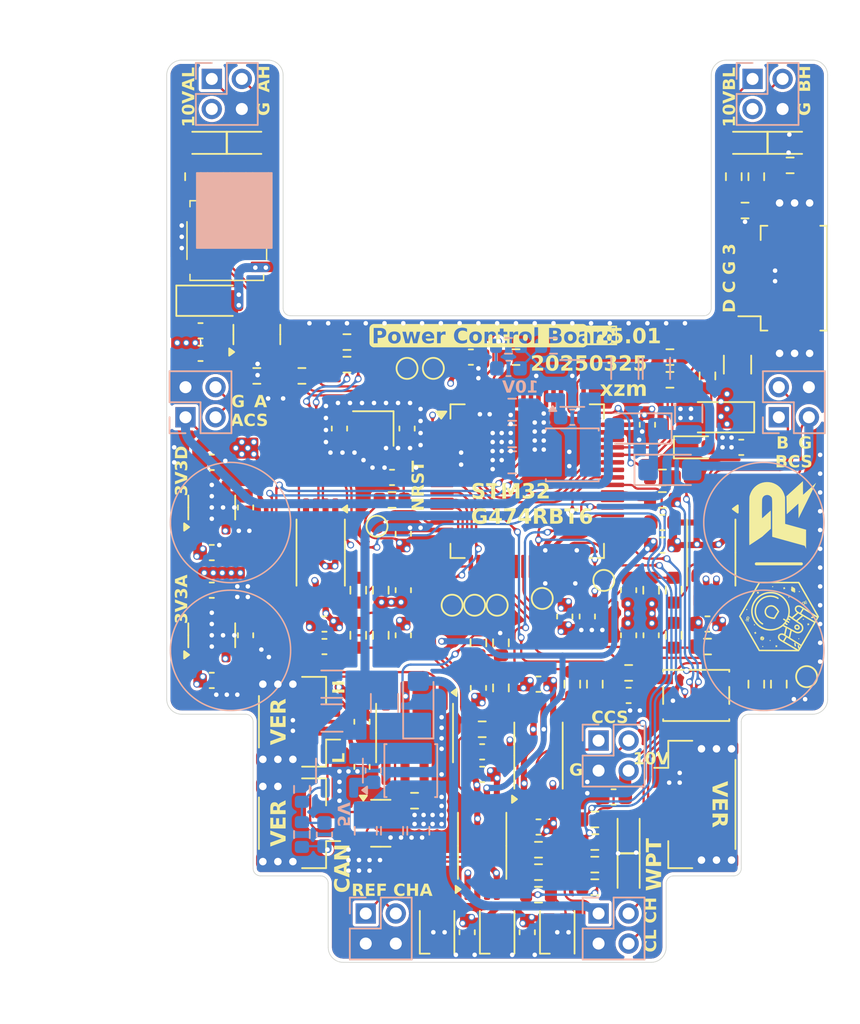
<source format=kicad_pcb>
(kicad_pcb (version 20240108) (generator "pcbnew") (generator_version "8.0")
  (layers (0 "F.Cu" signal) (1 "In1.Cu" signal) (2 "In2.Cu" signal) (31 "B.Cu" signal) (34 "B.Paste" user) (35 "F.Paste" user) (36 "B.SilkS" user "B.Silkscreen") (37 "F.SilkS" user "F.Silkscreen") (38 "B.Mask" user) (39 "F.Mask" user) (44 "Edge.Cuts" user))
  (net 0 "")
  (net 1 "+5V")
  (net 2 "+10V")
  (net 3 "GND")
  (net 4 "+3.3V")
  (net 5 "A_POWER_CS")
  (net 6 "B_POWER_CS")
  (net 7 "A_POWER")
  (net 8 "B_POWER")
  (net 9 "/B_LI")
  (net 10 "/A_LI")
  (net 11 "/B_HI")
  (net 12 "/A_HI")
  (net 13 "+3.3VA")
  (net 14 "/V_Buck")
  (net 15 "Net-(U13-LX)")
  (net 16 "V_CHASSIS")
  (net 17 "V_REFEREE")
  (net 18 "Net-(U13-BS)")
  (net 19 "Net-(U14-BS)")
  (net 20 "Net-(U14-LX)")
  (net 21 "Net-(U13-FB)")
  (net 22 "Net-(U14-FB)")
  (net 23 "/NRST")
  (net 24 "/BTN")
  (net 25 "/OSC_IN")
  (net 26 "Net-(J1-Pin_4)")
  (net 27 "/OSC_OUT")
  (net 28 "Net-(U16-BP)")
  (net 29 "Net-(U17-BP)")
  (net 30 "VREF")
  (net 31 "Net-(D15-A)")
  (net 32 "GNDA")
  (net 33 "/PC15")
  (net 34 "Net-(J1-Pin_1)")
  (net 35 "Net-(J1-Pin_2)")
  (net 36 "Net-(Q11-G)")
  (net 37 "/CAN3_RX")
  (net 38 "/CAN3_TX")
  (net 39 "/BOOT0")
  (net 40 "Net-(R52-Pad2)")
  (net 41 "/SWDIO")
  (net 42 "/SWCLK")
  (net 43 "/HRTIM1_CHB1")
  (net 44 "/ADC12_IN8")
  (net 45 "/HRTIM1_CHA1")
  (net 46 "/HRTIM1_CHB2")
  (net 47 "/ADC12_IN7")
  (net 48 "/HRTIM1_CHA2")
  (net 49 "/ADC12_IN6")
  (net 50 "/ADC12_IN9")
  (net 51 "Net-(D21-K)")
  (net 52 "/PC5")
  (net 53 "/PC10")
  (net 54 "/PC12")
  (net 55 "/PD2")
  (net 56 "/PB5")
  (net 57 "/PC11")
  (net 58 "/PB6")
  (net 59 "/OPAMP2_VINP")
  (net 60 "/CS_R")
  (net 61 "/TIM1_CH2N")
  (net 62 "/DAC1_OUT2")
  (net 63 "/TIM8_CH2")
  (net 64 "/COMP2_INP")
  (net 65 "/DAC1_OUT1")
  (net 66 "/COMP3_INP")
  (net 67 "/ADC4_IN4")
  (net 68 "/COMP2_OUT")
  (net 69 "/ADC4_IN5")
  (net 70 "/COMP3_OUT")
  (net 71 "/ADC2_IN5")
  (net 72 "/TIM8_CH1")
  (net 73 "Net-(D22-A)")
  (net 74 "Net-(D23-A)")
  (net 75 "Net-(D24-A)")
  (net 76 "Net-(D25-A)")
  (net 77 "Net-(C44-Pad1)")
  (net 78 "Net-(C45-Pad1)")
  (net 79 "/CAN3_L")
  (net 80 "/CAN3_H")
  (net 81 "Net-(D13-DIN)")
  (net 82 "Net-(D14-DOUT)")
  (net 84 "Net-(D13-DOUT)")
  (net 85 "/C_HI")
  (net 86 "/C_LI")
  (net 87 "C_POWER")
  (net 88 "Net-(R15-Pad1)")
  (net 89 "/OPAMP1_VINP")
  (net 90 "/ADC1_IN12{slash}OPAMP3_VOUT")
  (net 91 "/OPAMP3_VINP")
  (net 92 "/TIM2_CH3")
  (net 93 "/OPAMP4_VINP")
  (net 94 "Net-(BZ2--)")
  (net 95 "/ADC2_IN3{slash}OPAMP2_VOUT")
  (net 96 "/ADC1_IN3{slash}OPAMP1_VOUT")
  (net 97 "/COMP6_OUT")
  (net 98 "/COMP6_INP")
  (net 99 "Net-(D19-A)")
  (net 100 "Net-(D26-A)")
  (net 101 "/HRTIM1_CHE1")
  (net 102 "/HRTIM1_CHE2")
  (net 103 "Net-(D8-K)")
  (net 104 "Net-(J22-Pin_4)")
  (net 105 "Net-(J22-Pin_3)")
  (net 106 "/FSK_ACIN")
  (net 107 "/PC14")
  (net 108 "B_POWER_CS_DIFF")
  (net 109 "C_POWER_CS")
  (net 110 "A_POWER_CS_DIFF")
  (net 111 "C_POWER_DIFF")
  (footprint "Capacitor_SMD:C_0603_1608Metric" (layer "F.Cu") (at 159 112.25)
    (property "Reference" "C94" (hide yes))
    (property "Value" "4u7")
  )
  (footprint "Resistor_SMD:R_0603_1608Metric" (layer "F.Cu") (at 184.5 127.5)
    (property "Reference" "R32" (hide yes))
    (property "Value" "2k2")
  )
  (footprint "Resistor_SMD:R_0603_1608Metric" (layer "F.Cu") (at 183 118.5 90)
    (property "Reference" "R51" (hide yes))
    (property "Value" "10k")
  )
  (footprint "Connector_Molex:Molex_PicoBlade_53261-0471_1x04-1MP_P1.25mm_Horizontal" (layer "F.Cu") (at 197.25 91.5 90)
    (property "Reference" "J1" (hide yes))
    (property "Value" "SWD")
  )
  (footprint "Capacitor_SMD:C_0603_1608Metric" (layer "F.Cu") (at 166.5 116 180)
    (property "Reference" "C33" (hide yes))
    (property "Value" "3n3")
  )
  (footprint "RM25:Buzzer_5020" (layer "F.Cu") (at 160 89 -90)
    (property "Reference" "BZ2" (hide yes))
    (property "Value" "Buzzer_5020")
  )
  (footprint "Capacitor_SMD:C_0603_1608Metric" (layer "F.Cu") (at 185.75 126 180)
    (property "Reference" "C50" (hide yes))
    (property "Value" "4u7")
  )
  (footprint "TestPoint:TestPoint_Pad_D1.0mm" (layer "F.Cu") (at 173.75 97.5 -90)
    (property "Reference" "TP7" (hide yes))
    (property "Value" "TestPoint")
  )
  (footprint "Package_SO:SOIC-8_3.9x4.9mm_P1.27mm" (layer "F.Cu") (at 172.5 121.75 -90)
    (property "Reference" "U5" (hide yes))
    (property "Value" "TJA1042T-3")
  )
  (footprint "Capacitor_SMD:C_0603_1608Metric" (layer "F.Cu") (at 169 124 -90)
    (property "Reference" "C35" (hide yes))
    (property "Value" "100n")
  )
  (footprint "Capacitor_SMD:C_0603_1608Metric" (layer "F.Cu") (at 159 118.25)
    (property "Reference" "C85" (hide yes))
    (property "Value" "4u7")
  )
  (footprint "Package_TO_SOT_SMD:SOT-23-5" (layer "F.Cu") (at 159 115.25 90)
    (property "Reference" "U16" (hide yes))
    (property "Value" "RS3236")
  )
  (footprint "Resistor_SMD:R_0603_1608Metric" (layer "F.Cu") (at 159.25 84.75 90)
    (property "Reference" "R28" (hide yes))
    (property "Value" "120R")
  )
  (footprint "Resistor_SMD:R_0603_1608Metric" (layer "F.Cu") (at 196.75 118.5 -90)
    (property "Reference" "R64" (hide yes))
    (property "Value" "2k2")
  )
  (footprint "Resistor_SMD:R_0603_1608Metric" (layer "F.Cu") (at 180.75 132.5)
    (property "Reference" "R55" (hide yes))
    (property "Value" "120R")
  )
  (footprint "Package_SO:TSSOP-8_4.4x3mm_P0.65mm" (layer "F.Cu") (at 166.25 109.75 -90)
    (property "Reference" "U7" (hide yes))
    (property "Value" "INA240A1PW")
  )
  (footprint "Capacitor_SMD:C_0603_1608Metric" (layer "F.Cu") (at 161.25 115.25 -90)
    (property "Reference" "C92" (hide yes))
    (property "Value" "10n")
  )
  (footprint "Capacitor_SMD:C_0603_1608Metric" (layer "F.Cu") (at 192 114.5)
    (property "Reference" "C41" (hide yes))
    (property "Value" "100n")
  )
  (footprint "Diode_SMD:D_SMF" (layer "F.Cu") (at 192.75 100.75 180)
    (property "Reference" "D20" (hide yes))
    (property "Value" "SMF3V3A")
  )
  (footprint "Capacitor_SMD:C_0603_1608Metric" (layer "F.Cu") (at 159 103.75)
    (property "Reference" "C95" (hide yes))
    (property "Value" "4u7")
  )
  (footprint "Resistor_SMD:R_0603_1608Metric" (layer "F.Cu") (at 177 121.5)
    (property "Reference" "R18" (hide yes))
    (property "Value" "2k2")
  )
  (footprint "Capacitor_SMD:C_0603_1608Metric" (layer "F.Cu") (at 189 107.75)
    (property "Reference" "C96" (hide yes))
    (property "Value" "100n")
  )
  (footprint "Resistor_SMD:R_0603_1608Metric" (layer "F.Cu") (at 168.75 112.25 -90)
    (property "Reference" "R22" (hide yes))
    (property "Value" "33k")
  )
  (footprint "Capacitor_SMD:C_0603_1608Metric" (layer "F.Cu") (at 180.75 118.5 180)
    (property "Reference" "C10" (hide yes))
    (property "Value" "100n")
  )
  (footprint "Resistor_SMD:R_0603_1608Metric" (layer "F.Cu") (at 188.25 112.25 -90)
    (property "Reference" "R27" (hide yes))
    (property "Value" "2k2")
  )
  (footprint "Package_SO:TSSOP-8_4.4x3mm_P0.65mm" (layer "F.Cu") (at 177 129.25 90)
    (property "Reference" "U6" (hide yes))
    (property "Value" "INA240A1PW")
  )
  (footprint "Resistor_SMD:R_0603_1608Metric" (layer "F.Cu") (at 189.5 96.75 180)
    (property "Reference" "R54" (hide yes))
    (property "Value" "120R")
  )
  (footprint "LED_SMD:LED_0603_1608Metric" (layer "F.Cu") (at 186.75 128.25 90)
    (property "Reference" "D19" (hide yes))
    (property "Value" "EH")
  )
  (footprint "Resistor_SMD:R_0603_1608Metric" (layer "F.Cu") (at 189.75 115.25 90)
    (property "Reference" "R17" (hide yes))
    (property "Value" "2k2")
  )
  (footprint "Capacitor_SMD:C_0603_1608Metric" (layer "F.Cu") (at 177 123 180)
    (property "Reference" "C43" (hide yes))
    (property "Value" "3n3")
  )
  (footprint "LED_SMD:LED_0603_1608Metric" (layer "F.Cu") (at 191.25 102.75)
    (property "Reference" "D15" (hide yes))
    (property "Value" "3V3")
  )
  (footprint "TestPoint:TestPoint_Pad_D1.0mm" (layer "F.Cu") (at 176.5 113.25)
    (property "Reference" "TP4" (hide yes))
    (property "Value" "TestPoint")
  )
  (footprint "RM25:WS2812B-2020" (layer "F.Cu") (at 182 135 90)
    (property "Reference" "D13" (hide yes))
    (property "Value" "WS2812B-2020")
  )
  (footprint "Resistor_SMD:R_0603_1608Metric" (layer "F.Cu") (at 192 116 180)
    (property "Reference" "R20" (hide yes))
    (property "Value" "2k2")
  )
  (footprint "LED_SMD:LED_0603_1608Metric" (layer "F.Cu") (at 158.5 82.5 180)
    (property "Reference" "D22" (hide yes))
    (property "Value" "AH")
  )
  (footprint "Capacitor_SMD:C_0603_1608Metric" (layer "F.Cu") (at 180 135 -90)
    (property "Reference" "C49" (hide yes))
    (property "Value" "4u7")
  )
  (footprint "LED_SMD:LED_0603_1608Metric" (layer "F.Cu") (at 197.5 82.5)
    (property "Reference" "D24" (hide yes))
    (property "Value" "BH")
  )
  (footprint "Capacitor_SMD:C_0603_1608Metric" (layer "F.Cu") (at 186.75 119.25)
    (property "Reference" "C88" (hide yes))
    (property "Value" "100n")
  )
  (footprint "Resistor_SMD:R_0603_1608Metric" (layer "F.Cu") (at 178.25 118.75 90)
    (property "Reference" "R15" (hide yes))
    (property "Value" "2k2")
  )
  (footprint "TestPoint:TestPoint_Pad_D1.0mm" (layer "F.Cu") (at 172 97.5 -90)
    (property "Reference" "TP8" (hide yes))
    (property "Value" "TestPoint")
  )
  (footprint "Resistor_SMD:R_0603_1608Metric" (layer "F.Cu") (at 180.75 129.51 180)
    (property "Reference" "R24" (hide yes))
    (property "Value" "33k")
  )
  (footprint "Capacitor_SMD:C_0603_1608Metric" (layer "F.Cu") (at 171.75 112.25 -90)
    (property "Reference" "C1" (hide yes))
    (property "Value" "3n3")
  )
  (footprint "TestPoint:TestPoint_Pad_D1.0mm" (layer "F.Cu") (at 198.6 118)
    (property "Reference" "TP6" (hide yes))
    (property "Value" "TestPoint")
  )
  (footprint "LOGO" (layer "F.Cu") (at 197 107.25 90)
    (property "Reference" "G***" (hide yes))
    (property "Value" "LOGO" (hide yes))
  )
  (footprint "Capacitor_SMD:C_0603_1608Metric" (layer "F.Cu") (at 180.75 128)
    (property "Reference" "C47" (hide yes))
    (property "Value" "3n3")
  )
  (footprint "Resistor_SMD:R_0603_1608Metric" (layer "F.Cu") (at 195.25 84.75 90)
    (property "Reference" "R31" (hide yes))
    (property "Value" "120R")
  )
  (footprint "Resistor_SMD:R_0603_1608Metric" (layer "F.Cu") (at 165 98 180)
    (property "Reference" "R39" (hide yes))
    (property "Value" "120R")
  )
  (footprint "TestPoint:TestPoint_Pad_D1.0mm" (layer "F.Cu") (at 170 108)
    (property "Reference" "TP1" (hide yes))
    (property "Value" "TestPoint")
  )
  (footprint "Package_QFP:LQFP-64_10x10mm_P0.5mm" (layer "F.Cu") (at 180 105)
    (property "Reference" "U12" (hide yes))
    (property "Value" "STM32G474RBTx")
  )
  (footprint "Resistor_SMD:R_0603_1608Metric" (layer "F.Cu") (at 189.5 98.26 180)
    (property "Reference" "R53" (hide yes))
    (property "Value" "120R")
  )
  (footprint "Capacitor_SMD:C_0603_1608Metric" (layer "F.Cu") (at 166.5 114.5)
    (property "Reference" "C40" (hide yes))
    (property "Value" "100n")
  )
  (footprint "Resistor_SMD:R_0603_1608Metric" (layer "F.Cu") (at 168.75 115.25 -90)
    (property "Reference" "R19" (hide yes))
    (property "Value" "2k2")
  )
  (footprint "TestPoint:TestPoint_Pad_D1.0mm" (layer "F.Cu") (at 181 112.8)
    (property "Reference" "TP3" (hide yes))
    (property "Value" "TestPoint")
  )
  (footprint "Resistor_SMD:R_0603_1608Metric" (layer "F.Cu") (at 157.75 84.75 90)
    (property "Reference" "R58" (hide yes))
    (property "Value" "2k2")
  )
  (footprint "LED_SMD:LED_0603_1608Metric" (layer "F.Cu") (at 194.5 82.5 180)
    (property "Reference" "D25" (hide yes))
    (property "Value" "BL")
  )
  (footprint "Resistor_SMD:R_0603_1608Metric" (layer "F.Cu") (at 172.5 126.25 180)
    (property "Reference" "R21" (hide yes))
    (property "Value" "120R")
  )
  (footprint "Resistor_SMD:R_0603_1608Metric" (layer "F.Cu") (at 171 106.25)
    (property "Reference" "R49" (hide yes))
    (property "Value" "10k")
  )
  (footprint "Capacitor_SMD:C_0603_1608Metric" (layer "F.Cu") (at 159 109.75)
    (property "Reference" "C86" (hide yes))
    (property "Value" "4u7")
  )
  (footprint "Capacitor_SMD:C_0603_1608Metric" (layer "F.Cu") (at 171.75 115.25 90)
    (property "Reference" "C44" (hide yes))
    (property "Value" "3n3")
  )
  (footprint "Resistor_SMD:R_0603_1608Metric" (layer "F.Cu") (at 184.5 129)
    (property "Reference" "R46" (hide yes))
    (property "Value" "120R")
  )
  (footprint "Capacitor_SMD:C_0603_1608Metric" (layer "F.Cu") (at 169 121 -90)
    (property "Reference" "C34" (hide yes))
    (property "Value" "100n")
  )
  (footprint "LED_SMD:LED_0603_1608Metric" (layer "F.Cu") (at 161.5 82.5)
    (property "Reference" "D23" (hide yes))
    (property "Value" "AL")
  )
  (footprint "Resistor_SMD:R_0603_1608Metric" (layer "F.Cu") (at 170.25 115.25 90)
    (property "Reference" "R16" (hide yes))
    (property "Value" "2k2")
  )
  (footprint "Capacitor_SMD:C_0603_1608Metric" (layer "F.Cu") (at 172 101.5 -90)
    (property "Reference" "C89" (hide yes))
    (property "Value" "20p")
  )
  (footprint "Capacitor_SMD:C_0603_1608Metric" (layer "F.Cu") (at 188 101.25 -90)
    (property "Reference" "C65" (hide yes))
    (property "Value" "100n")
  )
  (footprint "Capacitor_SMD:C_0603_1608Metric" (layer "F.Cu") (at 176.25 96.75)
    (property "Reference" "C62" (hide yes))
    (property "Value" "100n")
  )
  (footprint "Resistor_SMD:R_0603_1608Metric" (layer "F.Cu") (at 168 97.25 180)
    (property "Reference" "R1" (hide yes))
    (property "Value" "10k")
  )
  (footprint "Resistor_SMD:R_0603_1608Metric" (layer "F.Cu") (at 180.75 131)
    (property "Reference" "R25" (hide yes))
    (property "Value" "2k2")
  )
  (footprint "Resistor_SMD:R_0603_1608Metric" (layer "F.Cu") (at 197.5 84)
    (property "Reference" "R60" (hide yes))
    (property "Value" "2k2")
  )
  (footprint "RM25:WS2812B-2020" (layer "F.Cu") (at 178 135 90)
    (property "Reference" "D14" (hide yes))
    (property "Value" "WS2812B-2020")
  )
  (footprint "RM25:Crystal_SMD_2016" (layer "F.Cu") (at 169.75 101.5 180)
    (property "Reference" "Y1" (hide yes))
    (property "Value" "25Mhz_2016")
  )
  (footprint "Capacitor_SMD:C_0603_1608Metric" (layer "F.Cu") (at 189 109.25)
    (property "Reference" "C29" (hide yes))
    (property "Value" "100n")
  )
  (footprint "Resistor_SMD:R_0603_1608Metric" (layer "F.Cu") (at 184.5 118.5 90)
    (property "Reference" "R47" (hide yes))
    (property "Value" "10k")
  )
  (footprint "Resistor_SMD:R_0603_1608Metric" (layer "F.Cu") (at 194.5 87)
    (property "Reference" "R30" (hide yes))
    (property "Value" "120R")
  )
  (footprint "Resistor_SMD:R_0603_1608Metric" (layer "F.Cu") (at 170.25 112.25 -90)
    (property "Reference" "R26" (hide yes))
    (property "Value" "2k2")
  )
  (footprint "Resistor_SMD:R_0603_1608Metric" (layer "F.Cu") (at 195.25 118.5 90)
    (property "Reference" "R63" (hide yes))
    (property "Value" "33k")
  )
  (footprint "Capacitor_SMD:C_0603_1608Metric" (layer "F.Cu") (at 177 124.5 180)
    (property "Reference" "C39" (hide yes))
    (property "Value" "100n")
  )
  (footprint "Capacitor_SMD:C_0603_1608Metric" (layer "F.Cu") (at 188.25 115.25 90)
    (property "Reference" "C45" (hide yes))
    (property "Value" "3n3")
  )
  (footprint "Resistor_SMD:R_0603_1608Metric" (layer "F.Cu") (at 184.5 132)
    (property "Reference" "R33" (hide yes))
    (property "Value" "2k2")
  )
  (footprint "Resistor_SMD:R_0603_1608Metric" (layer "F.Cu") (at 186.75 117.75)
    (property "Reference" "R52" (hide yes))
    (property "Value" "120R")
  )
  (footprint "Resistor_SMD:R_0603_1608Metric" (layer "F.Cu") (at 162.25 84.75 90)
    (property "Reference" "R59" (hide yes))
    (property "Value" "2k2")
  )
  (footprint "Capacitor_SMD:C_0603_1608Metric" (layer "F.Cu") (at 176 135 -90)
    (property "Reference" "C48" (hide yes))
    (property "Value" "4u7")
  )
  (footprint "Resistor_SMD:R_0603_1608Metric" (layer "F.Cu") (at 178.25 115.75 90)
    (property "Reference" "R56" (hide yes))
    (property "Value" "1k")
  )
  (footprint "Package_SO:TSSOP-8_4.4x3mm_P0.65mm" (layer "F.Cu") (at 180.75 123.25 90)
    (property "Reference" "U4" (hide yes))
    (property "Value" "INA240A1PW")
  )
  (footprint "Capacitor_SMD:C_0603_1608Metric" (layer "F.Cu") (at 182.5 114 -90)
    (property "Reference" "C66" (hide yes))
    (property "Value" "100n")
  )
  (footprint "Resistor_SMD:R_0603_1608Metric" (layer "F.Cu") (at 176.75 115.75 -90)
    (property "Reference" "R50" (hide yes))
    (property "Value" "10k")
  )
  (footprint "TestPoint:TestPoint_Pad_D1.0mm" (layer "F.Cu") (at 175 113.25)
    (property "Reference" "TP5" (hide yes))
    (property "Value" "TestPoint")
  )
  (footprint "Diode_SMD:D_SMF" (layer "F.Cu") (at 159 93)
    (property "Reference" "D18" (hide yes))
    (property "Value" "K34")
  )
  (footprint "Package_SO:TSSOP-8_4.4x3mm_P0.65mm" (layer "F.Cu") (at 192.25 109.75 -90)
    (property "Reference" "U8" (hide yes))
    (property "Value" "INA240A1PW")
  )
  (footprint "Capacitor_SMD:C_0603_1608Metric" (layer "F.Cu") (at 186.75 112.25 -90)
    (property "Reference" "C2" (hide yes))
    (property "Value" "3n3")
  )
  (footprint "TestPoint:TestPoint_Pad_D1.0mm" (layer "F.Cu") (at 185.1 111.6)
    (property "Reference" "TP9" (hide yes))
    (property "Value" "TestPoint")
  )
  (footprint "Resistor_SMD:R_0603_1608Metric" (layer "F.Cu") (at 184.5 130.5)
    (property "Reference" "R41" (hide yes))
    (property "Value" "120R")
  )
  (footprint "Connector_JST:JST_GH_BM04B-GHS-TBT_1x04-1MP_P1.25mm_Vertical" (layer "F.Cu") (at 191.25 126.5 -90)
    (property "Reference" "J22" (hide yes))
    (property "Value" "Conn_01x04_MountingPin")
  )
  (footprint "RM25:Button_PTS810" (layer "F.Cu") (at 191.25 119.25)
    (property "Reference" "SW3" (hide yes))
    (property "Value" "BTN")
  )
  (footprint "Resistor_SMD:R_0603_1608Metric" (layer "F.Cu") (at 179.25 96.75)
    (property "Reference" "R48" (hide yes))
    (property "Value" "10k")
  )
  (footprint "Capacitor_SMD:C_0603_1608Metric" (layer "F.Cu") (at 184 114 -90)
    (property "Reference" "C64" (hide yes))
    (property "Value" "100n")
  )
  (footprint "RM25:WS2812B-2020" (layer "F.Cu") (at 174 135 90)
    (property "Reference" "D27" (hide yes))
    (property "Value" "WS2812B-2020")
  )
  (footprint "Resistor_SMD:R_0603_1608Metric" (layer "F.Cu") (at 189 106.25)
    (property "Reference" "R57" (hide yes))
    (property "Value" "120R")
  )
  (footprint "LOGO" (layer "F.Cu") (at 196.75 114 90)
    (property "Reference" "G***" (hide yes))
    (property "Value" "LOGO" (hide yes))
  )
  (footprint "Resistor_SMD:R_0603_1608Metric" (layer "F.Cu") (at 193.75 84.75 90)
    (property "Reference" "R61" (hide yes))
    (property "Value" "2k2")
  )
  (footprint "Package_TO_SOT_SMD:SOT-23-5" (layer "F.Cu") (at 159 106.75 90)
    (property "Reference" "U17" (hide yes))
    (property "Value" "RS3236")
  )
  (footprint "Capacitor_SMD:C_0603_1608Metric" (layer "F.Cu") (at 171.75 108.5 90)
    (property "Reference" "C63" (hide yes))
    (property "Value" "100n")
  )
  (footprint "LED_SMD:LED_0603_1608Metric" (layer "F.Cu") (at 186.75 131.25 -90)
    (property "Reference" "D26" (hide yes))
    (property "Value" "EL")
  )
  (footprint "Connector_JST:JST_GH_BM02B-GHS-TBT_1x02-1MP_P1.25mm_Vertical" (layer "F.Cu") (at 164.75 127.75 90)
    (property "Reference" "J20" (hide yes))
    (property "Value" "CAN3")
  )
  (footprint "Package_TO_SOT_SMD:SOT-23" (layer "F.Cu") (at 162 95.25 90)
    (property "Reference" "Q11" (hide yes))
    (property "Value" "SI2300")
  )
  (footprint "Capacitor_SMD:C_0603_1608Metric" (layer "F.Cu") (at 167.5 101.5 90)
    (property "Reference" "C91" (hide yes))
    (property "Value" "20p")
  )
  (footprint "TestPoint:TestPoint_Pad_D1.0mm" (layer "F.Cu") (at 178 113.25)
    (property "Reference" "TP2" (hide yes))
    (property "Value" "TestPoint")
  )
  (footprint "Capacitor_SMD:C_0603_1608Metric" (layer "F.Cu") (at 176.75 118.75 -90)
    (property "Reference" "C32" (hide yes))
    (property "Value" "3n3")
  )
  (footprint "Resistor_SMD:R_0603_1608Metric" (layer "F.Cu") (at 189 104.75)
    (property "Reference" "R62" (hide yes))
    (property "Value" "120R")
  )
  (footprint "Resistor_SMD:R_0603_1608Metric" (layer "F.Cu") (at 192 98 -90)
    (property "Reference" "R36" (hide yes))
    (property "Value" "1k")
  )
  (footprint "Resistor_SMD:R_0603_1608Metric" (layer "F.Cu") (at 189.75 112.25 90)
    (property "Reference" "R23" (hide yes))
    (property "Value" "33k")
  )
  (footprint "Capacitor_SMD:C_0603_1608Metric" (layer "F.Cu") (at 158.25 95)
    (property "Reference" "C75" (hide yes))
    (property "Value" "20p")
  )
  (footprint "Capacitor_SMD:C_0603_1608Metric" (layer "F.Cu") (at 186.75 115.25 90)
    (property "Reference" "C9" (hide yes))
    (property "Value" "3n3")
  )
  (footprint "Connector_JST:JST_GH_BM02B-GHS-TBT_1x02-1MP_P1.25mm_Vertical" (layer "F.Cu") (at 164.75 121 90)
    (property "Reference" "J21" (hide yes))
    (property "Value" "CAN3")
  )
  (footprint "Capacitor_SMD:C_0603_1608Metric" (layer "F.Cu") (at 161.25 106.75 -90)
    (property "Reference" "C93" (hide yes))
    (property "Value" "10n")
  )
  (footprint "Resistor_SMD:R_0603_1608Metric" (layer "F.Cu") (at 160.75 84.75 90)
    (property "Reference" "R29" (hide yes))
    (property "Value" "120R")
  )
  (footprint "Capacitor_SMD:C_0603_1608Metric" (layer "F.Cu") (at 171 104.75 180)
    (property "Reference" "C87" (hide yes))
    (property "Value" "100n")
  )
  (footprint "Resistor_SMD:R_0603_1608Metric" (layer "F.Cu") (at 162 98)
    (property "Reference" "R40" (hide yes))
    (property "Value" "10k")
  )
  (footprint "Fuse:Fuse_1206_3216Metric" (layer "F.Cu") (at 194 97.25 -90)
    (property "Reference" "F5" (hide yes))
    (property "Value" "1A 1206")
  )
  (footprint "Package_TO_SOT_SMD:SOT-23" (layer "F.Cu") (at 170.25 127.75)
    (property "Reference" "D12" (hide yes))
    (property "Value" "ESD1CAN")
  )
  (footprint "Capacitor_SMD:C_0603_1608Metric" (layer "F.Cu") (at 194.25 102.75 180)
    (property "Reference" "C90" (hide yes))
    (property "Value" "4u7")
  )
  (footprint "Capacitor_SMD:C_0603_1608Metric" (layer "F.Cu") (at 158.25 96.5)
    (property "Reference" "C74" (hide yes))
    (property "Value" "4u7")
  )
  (footprint "Resistor_SMD:R_0603_1608Metric" (layer "F.Cu") (at 168 95.75)
    (property "Reference" "TH1" (hide yes))
    (property "Value" "Thermistor_NTC")
  )
  (footprint "Capacitor_SMD:C_0603_1608Metric" (layer "B.Cu") (at 178.75 97.5)
    (property "Reference" "C77" (hide yes))
    (property "Value" "20p")
  )
  (footprint "Capacitor_SMD:C_1206_3216Metric" (layer "B.Cu") (at 186.5 97.5 90)
    (property "Reference" "C69" (hide yes))
    (property "Value" "10u")
  )
  (footprint "Inductor_SMD:L_Sunlord_SWPA3015S" (layer "B.Cu") (at 183 103.25 180)
    (property "Reference" "L1" (hide yes))
    (property "Value" "4u7")
  )
  (footprint "Capacitor_SMD:C_0805_2012Metric" (layer "B.Cu") (at 172.75 128.25 -90)
    (property "Reference" "C46" (hide yes))
    (property "Value" "22u")
  )
  (footprint "Diode_SMD:D_SMF" (layer "B.Cu") (at 189.5 104.25)
    (property "Reference" "D21" (hide yes))
    (property "Value" "K34")
  )
  (footprint "Diode_SMD:D_SMF" (layer "B.Cu") (at 172.75 119.75 90)
    (property "Reference" "D8" (hide yes))
    (property "Value" "K34")
  )
  (footprint "RM25:PinSocket_2x02_P2.00mm" (layer "B.Cu") (at 196.75 100.75 -90)
    (property "Reference" "J9" (hide yes))
    (property "Value" "Conn_F")
  )
  (footprint "Capacitor_SMD:C_0603_1608Metric" (layer "B.Cu") (at 169.75 124.25 90)
    (property "Reference" "C73" (hide yes))
    (property "Value" "100n")
  )
  (footprint "Resistor_SMD:R_0603_1608Metric" (layer "B.Cu") (at 181.75 96)
    (property "Reference" "R43" (hide yes))
    (property "Value" "10k")
  )
  (footprint "Resistor_SMD:R_0603_1608Metric" (layer "B.Cu") (at 165 128.5 90)
    (property "Reference" "R44" (hide yes))
    (property "Value" "53k6")
  )
  (footprint "Package_TO_SOT_SMD:SOT-23-6" (layer "B.Cu") (at 183 98.5)
    (property "Reference" "U13" (hide yes))
    (property "Value" "RY8411")
  )
  (footprint "Capacitor_SMD:C_0805_2012Metric" (layer "B.Cu") (at 179 103.75 180)
    (property "Reference" "C79" (hide yes))
    (property "Value" "22u")
  )
  (footprint "RM25:PinSocket_2x02_P2.00mm" (layer "B.Cu") (at 195 78.25 180)
    (property "Reference" "J18" (hide yes))
    (property "Value" "Conn_F")
  )
  (footprint "Resistor_SMD:R_0603_1608Metric" (layer "B.Cu") (at 178.75 96)
    (property "Reference" "R42" (hide yes))
    (property "Value" "118k")
  )
  (footprint "Capacitor_SMD:C_0603_1608Metric" (layer "B.Cu") (at 183 100.75)
    (property "Reference" "C72" (hide yes))
    (property "Value" "100n")
  )
  (footprint "Package_TO_SOT_SMD:SOT-23-6" (layer "B.Cu") (at 167.5 124.25 90)
    (property "Reference" "U14" (hide yes))
    (property "Value" "RY8411")
  )
  (footprint "Capacitor_SMD:C_1206_3216Metric" (layer "B.Cu") (at 167 120.75 180)
    (property "Reference" "C70" (hide yes))
    (property "Value" "10u")
  )
  (footprint "Capacitor_SMD:C_1206_3216Metric" (layer "B.Cu") (at 188.6 97.5 90)
    (property "Reference" "C67" (hide yes))
    (property "Value" "10u")
  )
  (footprint "Inductor_SMD:L_Sunlord_SWPA3015S" (layer "B.Cu") (at 172.25 124.25 -90)
    (property "Reference" "L4" (hide yes))
    (property "Value" "4u7")
  )
  (footprint "Resistor_SMD:R_0603_1608Metric" (layer "B.Cu") (at 165 125.5 90)
    (property "Reference" "R45" (hide yes))
    (property "Value" "10k")
  )
  (footprint "Fuse:Fuse_1206_3216Metric" (layer "B.Cu") (at 190.75 100.5 90)
    (property "Reference" "F4" (hide yes))
    (property "Value" "1A 1206")
  )
  (footprint "Capacitor_SMD:C_0805_2012Metric" (layer "B.Cu") (at 171 128.25 -90)
    (property "Reference" "C42" (hide yes))
    (property "Value" "22u")
  )
  (footprint "Fuse:Fuse_1206_3216Metric" (layer "B.Cu") (at 170.5 119.75 90)
    (property "Reference" "F6" (hide yes))
    (property "Value" "1A 1206")
  )
  (footprint "Capacitor_SMD:C_1206_3216Metric" (layer "B.Cu") (at 167 118.5 180)
    (property "Reference" "C68" (hide yes))
    (property "Value" "10u")
  )
  (footprint "RM25:PinSocket_2x02_P2.00mm" (layer "B.Cu") (at 169.25 133.75 180)
    (property "Reference" "J19" (hide yes))
    (property "Value" "Conn_F")
  )
  (footprint "RM25:PinSocket_2x02_P2.00mm" (layer "B.Cu") (at 184.75 122.25 180)
    (property "Reference" "J10" (hide yes))
    (property "Value" "Conn_F")
  )
  (footprint "Capacitor_SMD:C_0805_2012Metric" (layer "B.Cu") (at 179 102.01 180)
    (property "Reference" "C37" (hide yes))
    (property "Value" "22u")
  )
  (footprint "Diode_SMD:D_SMF" (layer "B.Cu") (at 187.25 101.5 180)
    (property "Reference" "D7" (hide yes))
    (property "Value" "K34")
  )
  (footprint "RM25:PinSocket_2x02_P2.00mm" (layer "B.Cu") (at 159 78.25 180)
    (property "Reference" "J8" (hide yes))
    (property "Value" "Conn_F")
  )
  (footprint "Capacitor_SMD:C_0805_2012Metric" (layer "B.Cu") (at 169.25 128.25 -90)
    (property "Reference" "C38" (hide yes))
    (property "Value" "22u")
  )
  (footprint "RM25:PinSocket_2x02_P2.00mm" (layer "B.Cu") (at 184.75 133.75 180)
    (property "Reference" "J17" (hide yes))
    (property "Value" "Conn_F")
  )
  (footprint "RM25:PinSocket_2x02_P2.00mm" (layer "B.Cu") (at 157.25 100.75 -90)
    (property "Reference" "J11" (hide yes))
    (property "Value" "Conn_F")
  )
  (footprint "Capacitor_SMD:C_0805_2012Metric" (layer "B.Cu") (at 179 100.25 180)
    (property "Reference" "C36" (hide yes))
    (property "Value" "22u")
  )
  (footprint "Capacitor_SMD:C_0603_1608Metric" (layer "B.Cu") (at 166.5 128.5 90)
    (property "Reference" "C78" (hide yes))
    (property "Value" "20p")
  )
  (gr_rect (start 182.7 114.5) (end 183.6 115.05) (fill solid) (layer "F.Cu") (net 3))
  (gr_circle (center 195.75 116.25) (end 199.75 116.25) (stroke (width 0.1)) (fill none) (layer "B.SilkS"))
  (gr_rect (start 158 84.5) (end 163 89.5) (stroke (width 0.1)) (fill solid) (layer "B.SilkS"))
  (gr_circle (center 195.75 107.75) (end 199.75 107.75) (stroke (width 0.1)) (fill none) (layer "B.SilkS"))
  (gr_circle (center 160.25 116.25) (end 156.25 116.25) (stroke (width 0.1)) (fill none) (layer "B.SilkS"))
  (gr_circle (center 160.25 107.75) (end 156.25 107.75) (stroke (width 0.1)) (fill none) (layer "B.SilkS"))
  (gr_line (start 169.6 95.8) (end 169.6 94.85) (stroke (width 0.2)) (layer "F.SilkS"))
  (gr_line (start 183.7 96) (end 169.8 96) (stroke (width 0.2)) (layer "F.SilkS"))
  (gr_arc (start 169.8 96) (mid 169.658579 95.941421) (end 169.6 95.8) (stroke (width 0.2)) (layer "F.SilkS"))
  (gr_arc (start 169.6 94.85) (mid 169.658579 94.708579) (end 169.8 94.65) (stroke (width 0.2)) (layer "F.SilkS"))
  (gr_arc (start 183.7 94.65) (mid 183.841421 94.708579) (end 183.9 94.85) (stroke (width 0.2)) (layer "F.SilkS"))
  (gr_arc (start 183.9 95.8) (mid 183.841421 95.941421) (end 183.7 96) (stroke (width 0.2)) (layer "F.SilkS"))
  (gr_line (start 169.8 94.65) (end 183.7 94.65) (stroke (width 0.2)) (layer "F.SilkS"))
  (gr_line (start 195.25 110.5) (end 198.25 110.5) (stroke (width 0.2)) (layer "F.SilkS"))
  (gr_line (start 183.9 94.85) (end 183.9 95.8) (stroke (width 0.2)) (layer "F.SilkS"))
  (gr_arc (start 167.750001 136.999999) (mid 167.042894 136.707106) (end 166.750001 135.999999) (stroke (width 0.05)) (layer "Edge.Cuts"))
  (gr_line (start 157 120.5) (end 161.25 120.5) (stroke (width 0.05)) (layer "Edge.Cuts"))
  (gr_arc (start 166.25 131.25) (mid 166.603553 131.396447) (end 166.75 131.75) (stroke (width 0.05)) (layer "Edge.Cuts"))
  (gr_line (start 162.25 131.25) (end 166.25 131.25) (stroke (width 0.05)) (layer "Edge.Cuts"))
  (gr_line (start 189.25 136) (end 189.25 131.75) (stroke (width 0.05)) (layer "Edge.Cuts"))
  (gr_arc (start 189.249999 135.999999) (mid 188.957106 136.707106) (end 188.249999 136.999999) (stroke (width 0.05)) (layer "Edge.Cuts"))
  (gr_line (start 193.25 77) (end 199 77) (stroke (width 0.05)) (layer "Edge.Cuts"))
  (gr_arc (start 189.25 131.75) (mid 189.396447 131.396447) (end 189.75 131.25) (stroke (width 0.05)) (layer "Edge.Cuts"))
  (gr_line (start 156 119.5) (end 156.000001 78.000001) (stroke (width 0.05)) (layer "Edge.Cuts"))
  (gr_arc (start 194.25 121) (mid 194.396447 120.646447) (end 194.75 120.5) (stroke (width 0.05)) (layer "Edge.Cuts"))
  (gr_arc (start 194.25 130.75) (mid 194.103553 131.103553) (end 193.75 131.25) (stroke (width 0.05)) (layer "Edge.Cuts"))
  (gr_line (start 192.25 93.5) (end 192.25 78) (stroke (width 0.05)) (layer "Edge.Cuts"))
  (gr_arc (start 199.000001 77.000001) (mid 199.707107 77.292895) (end 200.000001 78.000001) (stroke (width 0.05)) (layer "Edge.Cuts"))
  (gr_line (start 194.25 130.75) (end 194.25 121) (stroke (width 0.05)) (layer "Edge.Cuts"))
  (gr_arc (start 164.25 94) (mid 163.896447 93.853553) (end 163.75 93.5) (stroke (width 0.05)) (layer "Edge.Cuts"))
  (gr_arc (start 162.25 131.25) (mid 161.896447 131.103553) (end 161.75 130.75) (stroke (width 0.05)) (layer "Edge.Cuts"))
  (gr_arc (start 192.250001 78.000001) (mid 192.542894 77.292894) (end 193.250001 77.000001) (stroke (width 0.05)) (layer "Edge.Cuts"))
  (gr_line (start 194.75 120.5) (end 199 120.5) (stroke (width 0.05)) (layer "Edge.Cuts"))
  (gr_line (start 189.75 131.25) (end 193.75 131.25) (stroke (width 0.05)) (layer "Edge.Cuts"))
  (gr_arc (start 156.000001 78.000001) (mid 156.292894 77.292894) (end 157.000001 77.000001) (stroke (width 0.05)) (layer "Edge.Cuts"))
  (gr_line (start 166.75 131.75) (end 166.75 136) (stroke (width 0.05)) (layer "Edge.Cuts"))
  (gr_line (start 157.000001 77.000001) (end 162.75 77) (stroke (width 0.05)) (layer "Edge.Cuts"))
  (gr_arc (start 192.25 93.5) (mid 192.103553 93.853553) (end 191.75 94) (stroke (width 0.05)) (layer "Edge.Cuts"))
  (gr_line (start 188.25 137) (end 167.75 137.000001) (stroke (width 0.05)) (layer "Edge.Cuts"))
  (gr_line (start 163.75 93.5) (end 163.75 78) (stroke (width 0.05)) (layer "Edge.Cuts"))
  (gr_arc (start 161.25 120.5) (mid 161.603553 120.646447) (end 161.75 121) (stroke (width 0.05)) (layer "Edge.Cuts"))
  (gr_line (start 164.25 94) (end 191.75 94) (stroke (width 0.05)) (layer "Edge.Cuts"))
  (gr_line (start 161.75 121) (end 161.75 130.75) (stroke (width 0.05)) (layer "Edge.Cuts"))
  (gr_arc (start 157 120.5) (mid 156.292893 120.207107) (end 156 119.5) (stroke (width 0.05)) (layer "Edge.Cuts"))
  (gr_arc (start 162.749999 77.000001) (mid 163.457106 77.292894) (end 163.749999 78.000001) (stroke (width 0.05)) (layer "Edge.Cuts"))
  (gr_line (start 200.000001 78.000001) (end 200 119.5) (stroke (width 0.05)) (layer "Edge.Cuts"))
  (gr_arc (start 199.999999 119.499999) (mid 199.707106 120.207106) (end 198.999999 120.499999) (stroke (width 0.05)) (layer "Edge.Cuts"))
  (gr_text "5V" (at 167.25 128 270) (layer "B.SilkS") (effects (font (size 0.8 0.8) (thickness 0.1)) (justify left bottom mirror)))
  (gr_text "10V" (at 180.75 99.25 0) (layer "B.SilkS") (effects (font (size 0.8 0.8) (thickness 0.1)) (justify left bottom mirror)))
  (gr_text "CL CH" (at 188.25 134.5 90) (layer "F.SilkS") (effects (font (size 0.8 0.8) (thickness 0.16) (bold yes))))
  (gr_text "VER" (at 163.5 127.75 90) (layer "F.SilkS") (effects (font (size 1 1) (thickness 0.2) (bold yes))))
  (gr_text "10V" (at 157.5 80.25 90) (layer "F.SilkS") (effects (font (size 0.8 0.8) (thickness 0.16) (bold yes))))
  (gr_text "L          H" (at 167.5 121 90) (layer "F.SilkS") (effects (font (size 0.8 0.8) (thickness 0.16) (bold yes))))
  (gr_text "25.01" (at 184.5 96 0) (layer "F.SilkS") (effects (font (size 1 1) (thickness 0.2) (bold yes)) (justify left bottom)))
  (gr_text "AH" (at 162.5 78.25 90) (layer "F.SilkS") (effects (font (size 0.8 0.8) (thickness 0.16) (bold yes))))
  (gr_text "Power Control Board" (at 169.65 96 0) (layer "F.SilkS" knockout) (effects (font (size 1 1) (thickness 0.2) (bold yes)) (justify left bottom)))
  (gr_text "G" (at 162.5 80.25 90) (layer "F.SilkS") (effects (font (size 0.8 0.8) (thickness 0.16) (bold yes))))
  (gr_text "10V" (at 193.5 80.25 90) (layer "F.SilkS") (effects (font (size 0.8 0.8) (thickness 0.16) (bold yes))))
  (gr_text "BL" (at 193.5 78.25 90) (layer "F.SilkS") (effects (font (size 0.8 0.8) (thickness 0.16) (bold yes))))
  (gr_text "WPT" (at 188.5 130.5 90) (layer "F.SilkS") (effects (font (size 1 1) (thickness 0.16) (bold yes))))
  (gr_text "G" (at 198.5 102.5 0) (layer "F.SilkS") (effects (font (size 0.8 0.8) (thickness 0.16) (bold yes))))
  (gr_text "STM32\nG474RBT6" (at 176.25 108 0) (layer "F.SilkS") (effects (font (size 1 1) (thickness 0.2) (bold yes)) (justify left bottom)))
  (gr_text "10V" (at 188.25 123.5 0) (layer "F.SilkS") (effects (font (size 0.8 0.8) (thickness 0.16) (bold yes))))
  (gr_text "NRST" (at 173.25 107 90) (layer "F.SilkS") (effects (font (size 0.8 0.8) (thickness 0.1)) (justify left bottom)))
  (gr_text "3V3D" (at 157.5 106 90) (layer "F.SilkS") (effects (font (size 0.8 0.8) (thickness 0.1)) (justify left bottom)))
  (gr_text "G" (at 160.75 99.75 0) (layer "F.SilkS") (effects (font (size 0.8 0.8) (thickness 0.16) (bold yes))))
  (gr_text "D C G 3" (at 193.5 91.5 90) (layer "F.SilkS") (effects (font (size 0.8 0.8) (thickness 0.16) (bold yes))))
  (gr_text "REF CHA" (at 171 132.25 0) (layer "F.SilkS") (effects (font (size 0.8 0.8) (thickness 0.16) (bold yes))))
  (gr_text "3V3A" (at 157.5 114.5 90) (layer "F.SilkS") (effects (font (size 0.8 0.8) (thickness 0.1)) (justify left bottom)))
  (gr_text "BH" (at 198.5 78.25 90) (layer "F.SilkS") (effects (font (size 0.8 0.8) (thickness 0.16) (bold yes))))
  (gr_text "CAN" (at 167.75 130.75 90) (layer "F.SilkS") (effects (font (size 1 1) (thickness 0.16) (bold yes))))
  (gr_text "G" (at 198.5 80.25 90) (layer "F.SilkS") (effects (font (size 0.8 0.8) (thickness 0.16) (bold yes))))
  (gr_text "G" (at 183.25 124.25 0) (layer "F.SilkS") (effects (font (size 0.8 0.8) (thickness 0.16) (bold yes))))
  (gr_text "ACS" (at 161.5 101 0) (layer "F.SilkS") (effects (font (size 0.8 0.8) (thickness 0.16) (bold yes))))
  (gr_text "B" (at 197 102.5 0) (layer "F.SilkS") (effects (font (size 0.8 0.8) (thickness 0.16) (bold yes))))
  (gr_text "VER" (at 163.5 121 90) (layer "F.SilkS") (effects (font (size 1 1) (thickness 0.2) (bold yes))))
  (gr_text "VER" (at 192.75 126.5 -90) (layer "F.SilkS") (effects (font (size 1 1) (thickness 0.2) (bold yes))))
  (gr_text "CCS" (at 185.5 120.75 0) (layer "F.SilkS") (effects (font (size 0.8 0.8) (thickness 0.16) (bold yes))))
  (gr_text "A" (at 162.25 99.75 0) (layer "F.SilkS") (effects (font (size 0.8 0.8) (thickness 0.16) (bold yes))))
  (gr_text "20250325\nxzm" (at 188 99.5 0) (layer "F.SilkS") (effects (font (size 1 1) (thickness 0.2) (bold yes)) (justify right bottom)))
  (gr_text "AL" (at 157.5 78.25 90) (layer "F.SilkS") (effects (font (size 0.8 0.8) (thickness 0.16) (bold yes))))
  (gr_text "BCS" (at 197.75 103.75 0) (layer "F.SilkS") (effects (font (size 0.8 0.8) (thickness 0.16) (bold yes))))
  (segment (start 177.45 133.9) (end 177.85 133.5) (width 0.4) (layer "F.Cu") (net 1))
  (segment (start 158.05 116.3875) (end 158.05 117.827513) (width 0.6) (layer "F.Cu") (net 1))
  (segment (start 173.45 134.085) (end 173.45 133.95) (width 0.4) (layer "F.Cu") (net 1))
  (segment (start 177.31 134.225) (end 177.45 134.085) (width 0.4) (layer "F.Cu") (net 1))
  (segment (start 181.45 134.085) (end 180.14 134.085) (width 0.4) (layer "F.Cu") (net 1))
  (segment (start 179.3125 133.5375) (end 180 134.225) (width 0.4) (layer "F.Cu") (net 1))
  (segment (start 173.45 133.95) (end 173.9 133.5) (width 0.4) (layer "F.Cu") (net 1))
  (segment (start 178.332842 133.3) (end 178.739125 133.3) (width 0.4) (layer "F.Cu") (net 1))
  (segment (start 176.75 114.95) (end 176.75 114.925) (width 0.15) (layer "F.Cu") (net 1))
  (segment (start 176 134.225) (end 177.31 134.225) (width 0.4) (layer "F.Cu") (net 1))
  (segment (start 158.05 107.8875) (end 158.05 109.327513) (width 0.6) (layer "F.Cu") (net 1))
  (segment (start 180.14 134.085) (end 180 134.225) (width 0.4) (layer "F.Cu") (net 1))
  (segment (start 171.865 120.335) (end 171.865 119.275) (width 0.6) (layer "F.Cu") (net 1))
  (segment (start 175.2 116.5) (end 176.75 114.95) (width 0.15) (layer "F.Cu") (net 1))
  (segment (start 177.45 134.085) (end 177.45 133.9) (width 0.4) (layer "F.Cu") (net 1))
  (segment (start 167.475 118.7) (end 169 120.225) (width 0.6) (layer "F.Cu") (net 1))
  (segment (start 175.2875 133.5125) (end 176 134.225) (width 0.4) (layer "F.Cu") (net 1))
  (segment (start 174.382842 133.3) (end 174.77448 133.3) (width 0.4) (layer "F.Cu") (net 1))
  (segment (start 169 120.225) (end 169.274479 120.499479) (width 0.6) (layer "F.Cu") (net 1))
  (segment (start 170 120.8) (end 171.4 120.8) (width 0.6) (layer "F.Cu") (net 1))
  (via (at 172.5 127.2) (size 0.45) (drill 0.3) (layers "F.Cu" "B.Cu") (net 1))
  (via (at 159.9 116.8) (size 0.45) (drill 0.3) (layers "F.Cu" "B.Cu") (net 1))
  (via (at 173.7 127.2) (size 0.45) (drill 0.3) (layers "F.Cu" "B.Cu") (net 1))
  (via (at 176.3 134) (size 0.45) (drill 0.3) (layers "F.Cu" "B.Cu") (net 1))
  (via (at 157.3 95.8) (size 0.45) (drill 0.3) (layers "F.Cu" "B.Cu") (net 1))
  (via (at 179.7 134.4) (size 0.45) (drill 0.3) (layers "F.Cu" "B.Cu") (net 1))
  (via (at 174.3 126) (size 0.45) (drill 0.3) (layers "F.Cu" "B.Cu") (net 1))
  (via (at 180.3 134) (size 0.45) (drill 0.3) (layers "F.Cu" "B.Cu") (net 1))
  (via (at 158.4 118) (size 0.45) (drill 0.3) (layers "F.Cu" "B.Cu") (net 1))
  (via (at 173.7 127.8) (size 0.45) (drill 0.3) (layers "F.Cu" "B.Cu") (net 1))
  (via (at 174.3 127.8) (size 0.45) (drill 0.3) (layers "F.Cu" "B.Cu") (net 1))
  (via (at 158.4 109.5) (size 0.45) (drill 0.3) (layers "F.Cu" "B.Cu") (net 1))
  (via (at 156.7 95.8) (size 0.45) (drill 0.3) (layers "F.Cu" "B.Cu") (net 1))
  (via (at 174.3 127.2) (size 0.45) (drill 0.3) (layers "F.Cu" "B.Cu") (net 1))
  (via (at 166.7 129.5) (size 0.45) (drill 0.3) (layers "F.Cu" "B.Cu") (net 1))
  (via (at 167.475 118.7) (size 0.45) (drill 0.3) (layers "F.Cu" "B.Cu") (net 1))
  (via (at 171.9 119.3) (size 0.45) (drill 0.3) (layers "F.Cu" "B.Cu") (net 1))
  (via (at 174.3 126.6) (size 0.45) (drill 0.3) (layers "F.Cu" "B.Cu") (net 1))
  (via (at 159.9 108.3) (size 0.45) (drill 0.3) (layers "F.Cu" "B.Cu") (net 1))
  (via (at 158 110) (size 0.45) (drill 0.3) (layers "F.Cu" "B.Cu") (net 1))
  (via (at 175.7 134.4) (size 0.45) (drill 0.3) (layers "F.Cu" "B.Cu") (net 1))
  (via (at 173.1 127.2) (size 0.45) (drill 0.3) (layers "F.Cu" "B.Cu") (net 1))
  (via (at 157.9 95.8) (size 0.45) (drill 0.3) (layers "F.Cu" "B.Cu") (net 1))
  (via (at 173.1 127.8) (size 0.45) (drill 0.3) (layers "F.Cu" "B.Cu") (net 1))
  (via (at 175.2 116.5) (size 0.45) (drill 0.3) (layers "F.Cu" "B.Cu") (net 1))
  (via (at 172.5 127.8) (size 0.45) (drill 0.3) (layers "F.Cu" "B.Cu") (net 1))
  (via (at 158 118.5) (size 0.45) (drill 0.3) (layers "F.Cu" "B.Cu") (net 1))
  (arc (start 178.739125 133.3) (mid 179.049433 133.361724) (end 179.3125 133.5375) (width 0.4) (layer "F.Cu") (net 1))
  (arc (start 177.85 133.5) (mid 178.07153 133.351978) (end 178.332842 133.3) (width 0.4) (layer "F.Cu") (net 1))
  (arc (start 171.4 120.8) (mid 171.728805 120.663805) (end 171.865 120.335) (width 0.6) (layer "F.Cu") (net 1))
  (arc (start 158.05 109.327513) (mid 158.095481 109.556161) (end 158.225 109.75) (width 0.6) (layer "F.Cu") (net 1))
  (arc (start 169.274479 120.499479) (mid 169.607351 120.721897) (end 170 120.8) (width 0.6) (layer "F.Cu") (net 1))
  (arc (start 158.05 117.827513) (mid 158.095481 118.056161) (end 158.225 118.25) (width 0.6) (layer "F.Cu") (net 1))
  (arc (start 174.77448 133.3) (mid 175.052124 133.355227) (end 175.2875 133.5125) (width 0.4) (layer "F.Cu") (net 1))
  (arc (start 173.9 133.5) (mid 174.12153 133.351978) (end 174.382842 133.3) (width 0.4) (layer "F.Cu") (net 1))
  (segment (start 165.05 129.275) (end 165 129.325) (width 0.15) (layer "B.Cu") (net 1))
  (segment (start 175.2 116.5) (end 174.725 116.975) (width 0.15) (layer "B.Cu") (net 1))
  (segment (start 174.181802 117.2) (end 172.25 117.2) (width 0.15) (layer "B.Cu") (net 1))
  (segment (start 171.7 117.75) (end 171.7 118.817158) (width 0.15) (layer "B.Cu") (net 1))
  (segment (start 166.5 129.275) (end 165.05 129.275) (width 0.15) (layer "B.Cu") (net 1))
  (arc (start 172.25 117.2) (mid 171.861091 117.361091) (end 171.7 117.75) (width 0.15) (layer "B.Cu") (net 1))
  (arc (start 171.7 118.817158) (mid 171.751979 119.07847) (end 171.9 119.3) (width 0.15) (layer "B.Cu") (net 1))
  (arc (start 174.725 116.975) (mid 174.475779 117.141524) (end 174.181802 117.2) (width 0.15) (layer "B.Cu") (net 1))
  (segment (start 186.525 124.475) (end 186.75 124.25) (width 0.8) (layer "F.Cu") (net 2))
  (segment (start 184.5 120.45) (end 184.5 119.325) (width 0.15) (layer "F.Cu") (net 2))
  (segment (start 186.525 126) (end 186.525 124.475) (width 0.8) (layer "F.Cu") (net 2))
  (segment (start 187.7 121.1) (end 185.15 121.1) (width 0.15) (layer "F.Cu") (net 2))
  (via (at 180.5 102.3) (size 0.45) (drill 0.3) (layers "F.Cu" "B.Cu") (net 2))
  (via (at 187.7 121.1) (size 0.45) (drill 0.3) (layers "F.Cu" "B.Cu") (net 2))
  (via (at 178.1 95.7) (size 0.45) (drill 0.3) (layers "F.Cu" "B.Cu") (net 2))
  (via (at 181.1 101.1) (size 0.45) (drill 0.3) (layers "F.Cu" "B.Cu") (net 2))
  (via (at 181.1 102.3) (size 0.45) (drill 0.3) (layers "F.Cu" "B.Cu") (net 2))
  (via (at 180.5 101.7) (size 0.45) (drill 0.3) (layers "F.Cu" "B.Cu") (net 2))
  (via (at 181.1 101.7) (size 0.45) (drill 0.3) (layers "F.Cu" "B.Cu") (net 2))
  (via (at 181.1 102.9) (size 0.45) (drill 0.3) (layers "F.Cu" "B.Cu") (net 2))
  (via (at 180.5 102.9) (size 0.45) (drill 0.3) (layers "F.Cu" "B.Cu") (net 2))
  (via (at 180.5 101.1) (size 0.45) (drill 0.3) (layers "F.Cu" "B.Cu") (net 2))
  (via (at 181.1 100.5) (size 0.45) (drill 0.3) (layers "F.Cu" "B.Cu") (net 2))
  (arc (start 185.15 121.1) (mid 184.690381 120.909619) (end 184.5 120.45) (width 0.15) (layer "F.Cu") (net 2))
  (segment (start 177.925 96) (end 177.925 97.45) (width 0.15) (layer "B.Cu") (net 2))
  (segment (start 177.925 97.45) (end 177.975 97.5) (width 0.15) (layer "B.Cu") (net 2))
  (segment (start 187.9 122.817158) (end 187.9 121.582842) (width 0.15) (layer "B.Cu") (net 2))
  (segment (start 186.75 124.25) (end 187.7 123.3) (width 0.15) (layer "B.Cu") (net 2))
  (arc (start 187.9 121.582842) (mid 187.848022 121.32153) (end 187.7 121.1) (width 0.15) (layer "B.Cu") (net 2))
  (arc (start 187.7 123.3) (mid 187.848021 123.07847) (end 187.9 122.817158) (width 0.15) (layer "B.Cu") (net 2))
  (segment (start 176.75 98.15) (end 176.75 97.5) (width 0.15) (layer "F.Cu") (net 3))
  (segment (start 176.85 100.55) (end 177.5 100.55) (width 0.15) (layer "F.Cu") (net 3))
  (segment (start 183.25 109.65) (end 183.3 109.6) (width 0.15) (layer "F.Cu") (net 3))
  (segment (start 183.25 111.75) (end 183.2 111.8) (width 0.15) (layer "F.Cu") (net 3))
  (segment (start 181.25 111.75) (end 181.2 111.8) (width 0.15) (layer "F.Cu") (net 3))
  (segment (start 181.25 109.65) (end 181.2 109.6) (width 0.15) (layer "F.Cu") (net 3))
  (segment (start 181.25 110.675) (end 181.25 111.75) (width 0.15) (layer "F.Cu") (net 3))
  (segment (start 183.25 110.675) (end 183.25 109.65) (width 0.15) (layer "F.Cu") (net 3))
  (segment (start 176.75 99.325) (end 176.75 100.45) (width 0.15) (layer "F.Cu") (net 3))
  (segment (start 181.25 110.675) (end 181.25 109.65) (width 0.15) (layer "F.Cu") (net 3))
  (segment (start 183.25 110.675) (end 183.25 111.75) (width 0.15) (layer "F.Cu") (net 3))
  (segment (start 176.75 100.45) (end 176.85 100.55) (width 0.15) (layer "F.Cu") (net 3))
  (segment (start 176.75 99.325) (end 176.75 98.15) (width 0.15) (layer "F.Cu") (net 3))
  (via (at 190.5 94.5) (size 0.45) (drill 0.3) (layers "F.Cu" "B.Cu") (net 3))
  (via (at 177.7 104.2) (size 0.45) (drill 0.3) (layers "F.Cu" "B.Cu") (net 3))
  (via (at 170.6 102.8) (size 0.45) (drill 0.3) (layers "F.Cu" "B.Cu") (net 3))
  (via (at 159 105.25) (size 0.45) (drill 0.3) (layers "F.Cu" "B.Cu") (net 3))
  (via (at 197.75 119.5) (size 0.45) (drill 0.3) (layers "F.Cu" "B.Cu") (net 3))
  (via (at 177.7 102.4) (size 0.45) (drill 0.3) (layers "F.Cu" "B.Cu") (net 3))
  (via (at 181.2 109.6) (size 0.45) (drill 0.3) (layers "F.Cu" "B.Cu") (net 3))
  (via (at 188 94.5) (size 0.45) (drill 0.3) (layers "F.Cu" "B.Cu") (net 3))
  (via (at 186.846446 120.253554) (size 0.45) (drill 0.3) (layers "F.Cu" "B.Cu") (net 3))
  (via (at 162.4 118.5) (size 0.8) (drill 0.5) (layers "F.Cu" "B.Cu") (net 3))
  (via (at 171.4 99.8) (size 0.45) (drill 0.3) (layers "F.Cu" "B.Cu") (net 3))
  (via (at 168.8 130.9) (size 0.45) (drill 0.3) (layers "F.Cu" "B.Cu") (net 3))
  (via (at 182.8 103.05) (size 0.45) (drill 0.3) (layers "F.Cu" "B.Cu") (net 3))
  (via (at 193 102.75) (size 0.45) (drill 0.3) (layers "F.Cu" "B.Cu") (net 3))
  (via (at 163.4 125.3) (size 0.8) (drill 0.5) (layers "F.Cu" "B.Cu") (net 3))
  (via (at 167.5 125) (size 0.45) (drill 0.3) (layers "F.Cu" "B.Cu") (net 3))
  (via (at 162.8 116.7) (size 0.45) (drill 0.3) (layers "F.Cu" "B.Cu") (net 3))
  (via (at 157 88) (size 0.45) (drill 0.3) (layers "F.Cu" "B.Cu") (net 3))
  (via (at 169.8 99.8) (size 0.45) (drill 0.3) (layers "F.Cu" "B.Cu") (net 3))
  (via (at 185.5 94.5) (size 0.45) (drill 0.3) (layers "F.Cu" "B.Cu") (net 3))
  (via (at 181.75 94.5) (size 0.45) (drill 0.3) (layers "F.Cu" "B.Cu") (net 3))
  (via (at 183.3 109.6) (size 0.45) (drill 0.3) (layers "F.Cu" "B.Cu") (net 3))
  (via (at 162.4 125.3) (size 0.8) (drill 0.5) (layers "F.Cu" "B.Cu") (net 3))
  (via (at 168.2 99.8) (size 0.45) (drill 0.3) (layers "F.Cu" "B.Cu") (net 3))
  (via (at 182.8 104) (size 0.45) (drill 0.3) (layers "F.Cu" "B.Cu") (net 3))
  (via (at 197.45 81.95) (size 0.45) (drill 0.3) (layers "F.Cu" "B.Cu") (net 3))
  (via (at 190.2 100.2) (size 0.45) (drill 0.3) (layers "F.Cu" "B.Cu") (net 3))
  (via (at 169 99.8) (size 0.45) (drill 0.3) (layers "F.Cu" "B.Cu") (net 3))
  (via (at 169.5 130.2) (size 0.45) (drill 0.3) (layers "F.Cu" "B.Cu") (net 3))
  (via (at 164.4 123.5) (size 0.8) (drill 0.5) (layers "F.Cu" "B.Cu") (net 3))
  (via (at 172.2 99.8) (size 0.45) (drill 0.3) (layers "F.Cu" "B.Cu") (net 3))
  (via (at 168.1 130.2) (size 0.45) (drill 0.3) (layers "F.Cu" "B.Cu") (net 3))
  (via (at 182 135) (size 0.45) (drill 0.3) (layers "F.Cu" "B.Cu") (net 3))
  (via (at 184 125.75) (size 0.45) (drill 0.3) (layers "F.Cu" "B.Cu") (net 3))
  (via (at 170.5 104.1) (size 0.45) (drill 0.3) (layers "F.Cu" "B.Cu") (net 3))
  (via (at 190.2 100.8) (size 0.45) (drill 0.3) (layers "F.Cu" "B.Cu") (net 3))
  (via (at 199.5 117) (size 0.45) (drill 0.3) (layers "F.Cu" "B.Cu") (net 3))
  (via (at 177.7 101.8) (size 0.45) (drill 0.3) (layers "F.Cu" "B.Cu") (net 3))
  (via (at 164.4 118.5) (size 0.8) (drill 0.5) (layers "F.Cu" "B.Cu") (net 3))
  (via (at 196.5 91) (size 0.45) (drill 0.3) (layers "F.Cu" "B.Cu") (net 3))
  (via (at 168.1 124.3) (size 0.45) (drill 0.3) (layers "F.Cu" "B.Cu") (net 3))
  (via (at 194.5 87.75) (size 0.45) (drill 0.3) (layers "F.Cu" "B.Cu") (net 3))
  (via (at 169.7 104.1) (size 0.45) (drill 0.3) (layers "F.Cu" "B.Cu") (net 3))
  (via (at 159 107.5) (size 0.45) (drill 0.3) (layers "F.Cu" "B.Cu") (net 3))
  (via (at 168.8 130.2) (size 0.45) (drill 0.3) (layers "F.Cu" "B.Cu") (net 3))
  (via (at 174.25 94.5) (size 0.45) (drill 0.3) (layers "F.Cu" "B.Cu") (net 3))
  (via (at 175.5 94.5) (size 0.45) (drill 0.3) (layers "F.Cu" "B.Cu") (net 3))
  (via (at 166.6 102.4) (size 0.45) (drill 0.3) (layers "F.Cu" "B.Cu") (net 3))
  (via (at 162.3 116.2) (size 0.45) (drill 0.3) (layers "F.Cu" "B.Cu") (net 3))
  (via (at 160.5 115.25) (size 0.45) (drill 0.3) (layers "F.Cu" "B.Cu") (net 3))
  (via (at 159.5 109.25) (size 0.45) (drill 0.3) (layers "F.Cu" "B.Cu") (net 3))
  (via (at 176.75 98.15) (size 0.45) (drill 0.3) (layers "F.Cu" "B.Cu") (net 3))
  (via (at 199.5 104.5) (size 0.45) (drill 0.3) (layers "F.Cu" "B.Cu") (net 3))
  (via (at 187.65 101.7) (size 0.45) (drill 0.3) (layers "F.Cu" "B.Cu") (net 3))
  (via (at 176.75 94.5) (size 0.45) (drill 0.3) (layers "F.Cu" "B.Cu") (net 3))
  (via (at 185 114.9) (size 0.45) (drill 0.3) (layers "F.Cu" "B.Cu") (net 3))
  (via (at 171.75 94.5) (size 0.45) (drill 0.3) (layers "F.Cu" "B.Cu") (net 3))
  (via (at 193.6 130.2) (size 0.8) (drill 0.5) (layers "F.Cu" "B.Cu") (net 3))
  (via (at 170.2 130.2) (size 0.45) (drill 0.3) (layers "F.Cu" "B.Cu") (net 3))
  (via (at 199.5 115.75) (size 0.45) (drill 0.3) (layers "F.Cu" "B.Cu") (net 3))
  (via (at 159.3 119.2) (size 0.45) (drill 0.3) (layers "F.Cu" "B.Cu") (net 3))
  (via (at 176.85 100.55) (size 0.45) (drill 0.3) (layers "F.Cu" "B.Cu") (net 3))
  (via (at 157 88.75) (size 0.45) (drill 0.3) (layers "F.Cu" "B.Cu") (net 3))
  (via (at 157 89.5) (size 0.45) (drill 0.3) (layers "F.Cu" "B.Cu") (net 3))
  (via (at 183.6 114.9) (size 0.45) (drill 0.3) (layers "F.Cu" "B.Cu") (net 3))
  (via (at 199.5 108.25) (size 0.45) (drill 0.3) (layers "F.Cu" "B.Cu") (net 3))
  (via (at 168.1 129.5) (size 0.45) (drill 0.3) (layers "F.Cu" "B.Cu") (net 3))
  (via (at 163.4 130.3) (size 0.8) (drill 0.5) (layers "F.Cu" "B.Cu") (net 3))
  (via (at 191.6 130.2) (size 0.8) (drill 0.5) (layers "F.Cu" "B.Cu") (net 3))
  (via (at 161.4 112.7) (size 0.45) (drill 0.3) (layers "F.Cu" "B.Cu") (net 3))
  (via (at 165.5 94.5) (size 0.45) (drill 0.3) (layers "F.Cu" "B.Cu") (net 3))
  (via (at 174.3 124.5) (size 0.45) (drill 0.3) (layers "F.Cu" "B.Cu") (net 3))
  (via (at 170.9 128.7) (size 0.45) (drill 0.3) (layers "F.Cu" "B.Cu") (net 3))
  (via (at 159 113.75) (size 0.45) (drill 0.3) (layers "F.Cu" "B.Cu") (net 3))
  (via (at 178.3 103.6) (size 0.45) (drill 0.3) (layers "F.Cu" "B.Cu") (net 3))
  (via (at 159 115.25) (size 0.45) (drill 0.3) (layers "F.Cu" "B.Cu") (net 3))
  (via (at 178.9 101.2) (size 0.45) (drill 0.3) (layers "F.Cu" "B.Cu") (net 3))
  (via (at 178.2 115.1) (size 0.45) (drill 0.3) (layers "F.Cu" "B.Cu") (net 3))
  (via (at 198.5 119.5) (size 0.45) (drill 0.3) (layers "F.Cu" "B.Cu") (net 3))
  (via (at 168.7 124.3) (size 0.45) (drill 0.3) (layers "F.Cu" "B.Cu") (net 3))
  (via (at 187.25 129.7) (size 0.45) (drill 0.3) (layers "F.Cu" "B.Cu") (net 3))
  (via (at 161.5 108.3) (size 0.45) (drill 0.3) (layers "F.Cu" "B.Cu") (net 3))
  (via (at 160.7 112.7) (size 0.45) (drill 0.3) (layers "F.Cu" "B.Cu") (net 3))
  (via (at 199.5 112) (size 0.45) (drill 0.3) (layers "F.Cu" "B.Cu") (net 3))
  (via (at 172.9 108.1) (size 0.45) (drill 0.3) (layers "F.Cu" "B.Cu") (net 3))
  (via (at 164.4 121.6) (size 0.45) (drill 0.3) (layers "F.Cu" "B.Cu") (net 3))
  (via (at 176.75 97.5) (size 0.45) (drill 0.3) (layers "F.Cu" "B.Cu") (net 3))
  (via (at 159 114.5) (size 0.45) (drill 0.3) (layers "F.Cu" "B.Cu") (net 3))
  (via (at 199.5 107) (size 0.45) (drill 0.3) (layers "F.Cu" "B.Cu") (net 3))
  (via (at 199.5 110.75) (size 0.45) (drill 0.3) (layers "F.Cu" "B.Cu") (net 3))
  (via (at 179 136.5) (size 0.45) (drill 0.3) (layers "F.Cu" "B.Cu") (net 3))
  (via (at 162.05 97.2) (size 0.45) (drill 0.3) (layers "F.Cu" "B.Cu") (net 3))
  (via (at 198.8 96.5) (size 0.8) (drill 0.5) (layers "F.Cu" "B.Cu") (net 3))
  (via (at 162.4 123.5) (size 0.8) (drill 0.5) (layers "F.Cu" "B.Cu") (net 3))
  (via (at 167.5 125.6) (size 0.45) (drill 0.3) (layers "F.Cu" "B.Cu") (net 3))
  (via (at 184.3 114.9) (size 0.45) (drill 0.3) (layers "F.Cu" "B.Cu") (net 3))
  (via (at 196.8 96.5) (size 0.8) (drill 0.5) (layers "F.Cu" "B.Cu") (net 3))
  (via (at 192.6 122.8) (size 0.8) (drill 0.5) (layers "F.Cu" "B.Cu") (net 3))
  (via (at 172.3 128.7) (size 0.45) (drill 0.3) (layers "F.Cu" "B.Cu") (net 3))
  (via (at 178.3 103) (size 0.45) (drill 0.3) (layers "F.Cu" "B.Cu") (net 3))
  (via (at 176.5 136.5) (size 0.45) (drill 0.3) (layers "F.Cu" "B.Cu") (net 3))
  (via (at 190.15 125.05) (size 0.45) (drill 0.3) (layers "F.Cu" "B.Cu") (net 3))
  (via (at 178.9 102.4) (size 0.45) (drill 0.3) (layers "F.Cu" "B.Cu") (net 3))
  (via (at 199.5 105.75) (size 0.45) (drill 0.3) (layers "F.Cu" "B.Cu") (net 3))
  (via (at 163.4 123.5) (size 0.8) (drill 0.5) (layers "F.Cu" "B.Cu") (net 3))
  (via (at 168 94.5) (size 0.45) (drill 0.3) (layers "F.Cu" "B.Cu") (net 3))
  (via (at 191.6 122.8) (size 0.8) (drill 0.5) (layers "F.Cu" "B.Cu") (net 3))
  (via (at 182.75 135) (size 0.45) (drill 0.3) (layers "F.Cu" "B.Cu") (net 3))
  (via (at 193.6 102.75) (size 0.45) (drill 0.3) (layers "F.Cu" "B.Cu") (net 3))
  (via (at 199.5 109.5) (size 0.45) (drill 0.3) (layers "F.Cu" "B.Cu") (net 3))
  (via (at 173.75 135) (size 0.45) (drill 0.3) (layers "F.Cu" "B.Cu") (net 3))
  (via (at 189.45 125.05) (size 0.45) (drill 0.3) (layers "F.Cu" "B.Cu") (net 3))
  (via (at 189.25 94.5) (size 0.45) (drill 0.3) (layers "F.Cu" "B.Cu") (net 3))
  (via (at 180.5 136.5) (size 0.45) (drill 0.3) (layers "F.Cu" "B.Cu") (net 3))
  (via (at 175.6 103.1) (size 0.45) (drill 0.3) (layers "F.Cu" "B.Cu") (net 3))
  (via (at 156.5 103.75) (size 0.45) (drill 0.3) (layers "F.Cu" "B.Cu") (net 3))
  (via (at 197.8 96.5) (size 0.8) (drill 0.5) (layers "F.Cu" "B.Cu") (net 3))
  (via (at 172.6 104.1) (size 0.45) (drill 0.3) (layers "F.Cu" "B.Cu") (net 3))
  (via (at 178 94.5) (size 0.45) (drill 0.3) (layers "F.Cu" "B.Cu") (net 3))
  (via (at 166.9 103.1) (size 0.45) (drill 0.3) (layers "F.Cu" "B.Cu") (net 3))
  (via (at 199.5 114.5) (size 0.45) (drill 0.3) (layers "F.Cu" "B.Cu") (net 3))
  (via (at 162.05 97.95) (size 0.45) (drill 0.3) (layers "F.Cu" "B.Cu") (net 3))
  (via (at 162.4 130.3) (size 0.8) (drill 0.5) (layers "F.Cu" "B.Cu") (net 3))
  (via (at 178.9 103) (size 0.45) (drill 0.3) (layers "F.Cu" "B.Cu") (net 3))
  (via (at 180.5 94.5) (size 0.45) (drill 0.3) (layers "F.Cu" "B.Cu") (net 3))
  (via (at 174.3 121.4) (size 0.45) (drill 0.3) (layers "F.Cu" "B.Cu") (net 3))
  (via (at 173 128.7) (size 0.45) (drill 0.3) (layers "F.Cu" "B.Cu") (net 3))
  (via (at 190.9 100.8) (size 0.45) (drill 0.3) (layers "F.Cu" "B.Cu") (net 3))
  (via (at 171.4 102.8) (size 0.45) (drill 0.3) (layers "F.Cu" "B.Cu") (net 3))
  (via (at 163.75 99.5) (size 0.45) (drill 0.3) (layers "F.Cu" "B.Cu") (net 3))
  (via (at 159 116) (size 0.45) (drill 0.3) (layers "F.Cu" "B.Cu") (net 3))
  (via (at 169.1 103.6) (size 0.45) (drill 0.3) (layers "F.Cu" "B.Cu") (net 3))
  (via (at 196.5 91.7) (size 0.45) (drill 0.3) (layers "F.Cu" "B.Cu") (net 3))
  (via (at 174.5 135) (size 0.45) (drill 0.3) (layers "F.Cu" "B.Cu") (net 3))
  (via (at 193.6 122.8) (size 0.8) (drill 0.5) (layers "F.Cu" "B.Cu") (net 3))
  (via (at 198.8 86.5) (size 0.8) (drill 0.5) (layers "F.Cu" "B.Cu") (net 3))
  (via (at 159 106) (size 0.45) (drill 0.3) (layers "F.Cu" "B.Cu") (net 3))
  (via (at 160.7 119.2) (size 0.45) (drill 0.3) (layers "F.Cu" "B.Cu") (net 3))
  (via (at 172.9 101) (size 0.45) (drill 0.3) (layers "F.Cu" "B.Cu") (net 3))
  (via (at 197.8 86.5) (size 0.8) (drill 0.5) (layers "F.Cu" "B.Cu") (net 3))
  (via (at 184.25 94.5) (size 0.45) (drill 0.3) (layers "F.Cu" "B.Cu") (net 3))
  (via (at 160.7 112) (size 0.45) (drill 0.3) (layers "F.Cu" "B.Cu") (net 3))
  (via (at 193 102.1) (size 0.45) (drill 0.3) (layers "F.Cu" "B.Cu") (net 3))
  (via (at 196.8 86.5) (size 0.8) (drill 0.5) (layers "F.Cu" "B.Cu") (net 3))
  (via (at 164.4 120.9) (size 0.45) (drill 0.3) (layers "F.Cu" "B.Cu") (net 3))
  (via (at 186.75 94.5) (size 0.45) (drill 0.3) (layers "F.Cu" "B.Cu") (net 3))
  (via (at 173 94.5) (size 0.45) (drill 0.3) (layers "F.Cu" "B.Cu") (net 3))
  (via (at 167.7 103.1) (size 0.45) (drill 0.3) (layers "F.Cu" "B.Cu") (net 3))
  (via (at 172.2 102.8) (size 0.45) (drill 0.3) (layers "F.Cu" "B.Cu") (net 3))
  (via (at 178.3 101.8) (size 0.45) (drill 0.3) (layers "F.Cu" "B.Cu") (net 3))
  (via (at 186.05 129.75) (size 0.45) (drill 0.3) (layers "F.Cu" "B.Cu") (net 3))
  (via (at 180.6 98) (size 0.45) (drill 0.3) (layers "F.Cu" "B.Cu") (net 3))
  (via (at 166.75 94.5) (size 0.45) (drill 0.3) (layers "F.Cu" "B.Cu") (net 3))
  (via (at 167.5 124.3) (size 0.45) (drill 0.3) (layers "F.Cu" "B.Cu") (net 3))
  (via (at 159.75 106.75) (size 0.45) (drill 0.3) (layers "F.Cu" "B.Cu") (net 3))
  (via (at 190.9 100.2) (size 0.45) (drill 0.3) (layers "F.Cu" "B.Cu") (net 3))
  (via (at 174.3 120.7) (size 0.45) (drill 0.3) (layers "F.Cu" "B.Cu") (net 3))
  (via (at 159 106.75) (size 0.45) (drill 0.3) (layers "F.Cu" "B.Cu") (net 3))
  (via (at 187.45 102.25) (size 0.45) (drill 0.3) (layers "F.Cu" "B.Cu") (net 3))
  (via (at 174.3 122.8) (size 0.45) (drill 0.3) (layers "F.Cu" "B.Cu") (net 3))
  (via (at 179.25 94.5) (size 0.45) (drill 0.3) (layers "F.Cu" "B.Cu") (net 3))
  (via (at 193.6 102.1) (size 0.45) (drill 0.3) (layers "F.Cu" "B.Cu") (net 3))
  (via (at 172.9 101.8) (size 0.45) (drill 0.3) (layers "F.Cu" "B.Cu") (net 3))
  (via (at 178.9 100.6) (size 0.45) (drill 0.3) (layers "F.Cu" "B.Cu") (net 3))
  (via (at 166.6 101.6) (size 0.45) (drill 0.3) (layers "F.Cu" "B.Cu") (net 3))
  (via (at 156.5 102.75) (size 0.45) (drill 0.3) (layers "F.Cu" "B.Cu") (net 3))
  (via (at 177.7 103) (size 0.45) (drill 0.3) (layers "F.Cu" "B.Cu") (net 3))
  (via (at 183 94.5) (size 0.45) (drill 0.3) (layers "F.Cu" "B.Cu") (net 3))
  (via (at 190.15 124.4) (size 0.45) (drill 0.3) (layers "F.Cu" "B.Cu") (net 3))
  (via (at 160.8 108.3) (size 0.45) (drill 0.3) (layers "F.Cu" "B.Cu") (net 3))
  (via (at 160.5 106.75) (size 0.45) (drill 0.3) (layers "F.Cu" "B.Cu") (net 3))
  (via (at 159.75 115.25) (size 0.45) (drill 0.3) (layers "F.Cu" "B.Cu") (net 3))
  (via (at 168.5 103.1) (size 0.45) (drill 0.3) (layers "F.Cu" "B.Cu") (net 3))
  (via (at 168.1 130.9) (size 0.45) (drill 0.3) (layers "F.Cu" "B.Cu") (net 3))
  (via (at 192.6 130.2) (size 0.8) (drill 0.5) (layers "F.Cu" "B.Cu") (net 3))
  (via (at 172.2 108.1) (size 0.45) (drill 0.3) (layers "F.Cu" "B.Cu") (net 3))
  (via (at 169.5 130.9) (size 0.45) (drill 0.3) (layers "F.Cu" "B.Cu") (net 3))
  (via (at 172.9 100.2) (size 0.45) (drill 0.3) (layers "F.Cu" "B.Cu") (net 3))
  (via (at 167.5 126.25) (size 0.45) (drill 0.3) (layers "F.Cu" "B.Cu") (net 3))
  (via (at 197.4 83.15) (size 0.45) (drill 0.3) (layers "F.Cu" "B.Cu") (net 3))
  (via (at 161.4 112) (size 0.45) (drill 0.3) (layers "F.Cu" "B.Cu") (net 3))
  (via (at 189.7 119.6) (size 0.45) (drill 0.3) (layers "F.Cu" "B.Cu") (net 3))
  (via (at 169.25 94.5) (size 0.45) (drill 0.3) (layers "F.Cu" "B.Cu") (net 3))
  (via (at 199.5 113.25) (size 0.45) (drill 0.3) (layers "F.Cu" "B.Cu") (net 3))
  (via (at 159.9 103.65) (size 0.45) (drill 0.3) (layers "F.Cu" "B.Cu") (net 3))
  (via (at 170.6 99.8) (size 0.45) (drill 0.3) (layers "F.Cu" "B.Cu") (net 3))
  (via (at 164.4 130.3) (size 0.8) (drill 0.5) (layers "F.Cu" "B.Cu") (net 3))
  (via (at 167.4 99.8) (size 0.45) (drill 0.3) (layers "F.Cu" "B.Cu") (net 3))
  (via (at 162.75 99.5) (size 0.45) (drill 0.3) (layers "F.Cu" "B.Cu") (net 3))
  (via (at 166.6 100) (size 0.45) (drill 0.3) (layers "F.Cu" "B.Cu") (net 3))
  (via (at 163.4 118.5) (size 0.8) (drill 0.5) (layers "F.Cu" "B.Cu") (net 3))
  (via (at 183.2 111.8) (size 0.45) (drill 0.3) (layers "F.Cu" "B.Cu") (net 3))
  (via (at 177.7 103.6) (size 0.45) (drill 0.3) (layers "F.Cu" "B.Cu") (net 3))
  (via (at 177.5 100.55) (size 0.45) (drill 0.3) (layers "F.Cu" "B.Cu") (net 3))
  (via (at 178.9 101.8) (size 0.45) (drill 0.3) (layers "F.Cu" "B.Cu") (net 3))
  (via (at 172.9 102.6) (size 0.45) (drill 0.3) (layers "F.Cu" "B.Cu") (net 3))
  (via (at 199.5 103.25) (size 0.45) (drill 0.3) (layers "F.Cu" "B.Cu") (net 3))
  (via (at 187.5 120.25) (size 0.45) (drill 0.3) (layers "F.Cu" "B.Cu") (net 3))
  (via (at 175.25 136.5) (size 0.45) (drill 0.3) (layers "F.Cu" "B.Cu") (net 3))
  (via (at 181.2 111.8) (size 0.45) (drill 0.3) (layers "F.Cu" "B.Cu") (net 3))
  (via (at 160 119.2) (size 0.45) (drill 0.3) (layers "F.Cu" "B.Cu") (net 3))
  (via (at 175.6 103.9) (size 0.45) (drill 0.3) (layers "F.Cu" "B.Cu") (net 3))
  (via (at 174.3 122.1) (size 0.45) (drill 0.3) (layers "F.Cu" "B.Cu") (net 3))
  (via (at 183 98) (size 0.45) (drill 0.3) (layers "F.Cu" "B.Cu") (net 3))
  (via (at 178.3 102.4) (size 0.45) (drill 0.3) (layers "F.Cu" "B.Cu") (net 3))
  (via (at 184 125) (size 0.45) (drill 0.3) (layers "F.Cu" "B.Cu") (net 3))
  (via (at 170.5 94.5) (size 0.45) (drill 0.3) (layers "F.Cu" "B.Cu") (net 3))
  (via (at 171.6 128.7) (size 0.45) (drill 0.3) (layers "F.Cu" "B.Cu") (net 3))
  (via (at 166.6 100.8) (size 0.45) (drill 0.3) (layers "F.Cu" "B.Cu") (net 3))
  (segment (start 170.595 124.225) (end 170.595 123.62) (width 0.6) (layer "F.Cu") (net 4))
  (segment (start 162.625 114.638604) (end 162.625 106.90052) (width 0.3) (layer "F.Cu") (net 4))
  (segment (start 169.2 108) (end 169.2 107.788908) (width 0.15) (layer "F.Cu") (net 4))
  (segment (start 171.75 109.275) (end 172.080546 108.944454) (width 0.3) (layer "F.Cu") (net 4))
  (segment (start 174.325 101.25) (end 173.7 101.25) (width 0.15) (layer "F.Cu") (net 4))
  (segment (start 168.225 122.14948) (end 168.225 120.739428) (width 0.3) (layer "F.Cu") (net 4))
  (segment (start 169.475 107.125) (end 170.175 106.425) (width 0.15) (layer "F.Cu") (net 4))
  (segment (start 166.808578 119.458579) (end 166.725 119.375) (width 0.3) (layer "F.Cu") (net 4))
  (segment (start 176.25 99.325) (end 176.25 98.732842) (width 0.3) (layer "F.Cu") (net 4))
  (segment (start 183.75 112.975) (end 184 113.225) (width 0.3) (layer "F.Cu") (net 4))
  (segment (start 167.3 119.6) (end 167.15 119.6) (width 0.3) (layer "F.Cu") (net 4))
  (segment (start 170.2 123.225) (end 169 123.225) (width 0.6) (layer "F.Cu") (net 4))
  (segment (start 175.475 97.675) (end 175.475 96.75) (width 0.6) (layer "F.Cu") (net 4))
  (segment (start 175.076777 98.073224) (end 175.1 98.05) (width 0.3) (layer "F.Cu") (net 4))
  (segment (start 175.475 97.675) (end 175.1 98.05) (width 0.3) (layer "F.Cu") (net 4))
  (segment (start 185.675 101.25) (end 186.853769 101.25) (width 0.3) (layer "F.Cu") (net 4))
  (segment (start 174.325 108.75) (end 172.55 108.75) (width 0.3) (layer "F.Cu") (net 4))
  (segment (start 183.75 110.675) (end 183.75 112.975) (width 0.3) (layer "F.Cu") (net 4))
  (segment (start 171.75 109.275) (end 171.50481 109.02981) (width 0.15) (layer "F.Cu") (net 4))
  (segment (start 184.5 112.55) (end 184.5 112.3) (width 0.3) (layer "F.Cu") (net 4))
  (segment (start 187.4875 100.9875) (end 188 100.475) (width 0.3) (layer "F.Cu") (net 4))
  (segment (start 161.975 103.375) (end 161.8 103.2) (width 0.3) (layer "F.Cu") (net 4))
  (segment (start 170.95 108.8) (end 170 108.8) (width 0.15) (layer "F.Cu") (net 4))
  (segment (start 162.15 105.753769) (end 162.15 103.797487) (width 0.3) (layer "F.Cu") (net 4))
  (segment (start 169 123.225) (end 168.4375 122.6625) (width 0.3) (layer "F.Cu") (net 4))
  (segment (start 176.05 98.25) (end 175.475 97.675) (width 0.3) (layer "F.Cu") (net 4))
  (segment (start 170.175 106.425) (end 170.175 106.25) (width 0.15) (layer "F.Cu") (net 4))
  (segment (start 166.725 119.375) (end 163.075 115.725) (width 0.3) (layer "F.Cu") (net 4))
  (segment (start 173.7 101.25) (end 173.7 100.6) (width 0.15) (layer "F.Cu") (net 4))
  (segment (start 167.913236 119.986764) (end 167.686612 119.76014) (width 0.3) (layer "F.Cu") (net 4))
  (segment (start 184 113.225) (end 184.376256 112.848744) (width 0.3) (layer "F.Cu") (net 4))
  (via (at 173.7 100.6) (size 0.45) (drill 0.3) (layers "F.Cu" "B.Cu") (net 4))
  (via (at 172 109.5) (size 0.45) (drill 0.3) (layers "F.Cu" "B.Cu") (net 4))
  (via (at 193.3 100.2) (size 0.45) (drill 0.3) (layers "F.Cu" "B.Cu") (net 4))
  (via (at 161 102.4) (size 0.45) (drill 0.3) (layers "F.Cu" "B.Cu") (net 4))
  (via (at 161.4 102.8) (size 0.45) (drill 0.3) (layers "F.Cu" "B.Cu") (net 4))
  (via (at 193.3 99.2) (size 0.45) (drill 0.3) (layers "F.Cu" "B.Cu") (net 4))
  (via (at 192.9 100.7) (size 0.45) (drill 0.3) (layers "F.Cu" "B.Cu") (net 4))
  (via (at 161 103.2) (size 0.45) (drill 0.3) (layers "F.Cu" "B.Cu") (net 4))
  (via (at 184.5 112.3) (size 0.45) (drill 0.3) (layers "F.Cu" "B.Cu") (net 4))
  (via (at 188.3 100.2) (size 0.45) (drill 0.3) (layers "F.Cu" "B.Cu") (net 4))
  (via (at 160.6 102.8) (size 0.45) (drill 0.3) (layers "F.Cu" "B.Cu") (net 4))
  (via (at 161.8 103.2) (size 0.45) (drill 0.3) (layers "F.Cu" "B.Cu") (net 4))
  (via (at 192.9 99.7) (size 0.45) (drill 0.3) (layers "F.Cu" "B.Cu") (net 4))
  (via (at 193.3 101.2) (size 0.45) (drill 0.3) (layers "F.Cu" "B.Cu") (net 4))
  (via (at 187.8 100.6) (size 0.45) (drill 0.3) (layers "F.Cu" "B.Cu") (net 4))
  (via (at 174.9 98.5) (size 0.45) (drill 0.3) (layers "F.Cu" "B.Cu") (net 4))
  (via (at 171.5 109.1) (size 0.45) (drill 0.3) (layers "F.Cu" "B.Cu") (net 4))
  (via (at 161.8 102.4) (size 0.45) (drill 0.3) (layers "F.Cu" "B.Cu") (net 4))
  (arc (start 186.853769 101.25) (mid 187.196742 101.181778) (end 187.4875 100.9875) (width 0.3) (layer "F.Cu") (net 4))
  (arc (start 172.080546 108.944454) (mid 172.295933 108.800537) (end 172.55 108.75) (width 0.3) (layer "F.Cu") (net 4))
  (arc (start 162.625 106.90052) (mid 162.569773 106.622876) (end 162.4125 106.3875) (width 0.3) (layer "F.Cu") (net 4))
  (arc (start 163.075 115.725) (mid 162.741951 115.226557) (end 162.625 114.638604) (width 0.3) (layer "F.Cu") (net 4))
  (arc (start 167.686612 119.76014) (mid 167.509233 119.641619) (end 167.3 119.6) (width 0.3) (layer "F.Cu") (net 4))
  (arc (start 170.595 123.62) (mid 170.479307 123.340693) (end 170.2 123.225) (width 0.6) (layer "F.Cu") (net 4))
  (arc (start 169.2 107.788908) (mid 169.27147 107.429604) (end 169.475 107.125) (width 0.15) (layer "F.Cu") (net 4))
  (arc (start 184.376256 112.848744) (mid 184.46784 112.711679) (end 184.5 112.55) (width 0.3) (layer "F.Cu") (net 4))
  (arc (start 176.25 98.732842) (mid 176.198022 98.47153) (end 176.05 98.25) (width 0.3) (layer "F.Cu") (net 4))
  (arc (start 162.15 103.797487) (mid 162.104519 103.568839) (end 161.975 103.375) (width 0.3) (layer "F.Cu") (net 4))
  (arc (start 168.4375 122.6625) (mid 168.280227 122.427124) (end 168.225 122.14948) (width 0.3) (layer "F.Cu") (net 4))
  (arc (start 171.50481 109.02981) (mid 171.250261 108.859725) (end 170.95 108.8) (width 0.15) (layer "F.Cu") (net 4))
  (arc (start 170 108.8) (mid 169.434315 108.565685) (end 169.2 108) (width 0.15) (layer "F.Cu") (net 4))
  (arc (start 168.225 120.739428) (mid 168.143975 120.332089) (end 167.913236 119.986764) (width 0.3) (layer "F.Cu") (net 4))
  (arc (start 167.15 119.6) (mid 166.965224 119.563246) (end 166.808578 119.458579) (width 0.3) (layer "F.Cu") (net 4))
  (arc (start 162.4125 106.3875) (mid 162.218222 106.096741) (end 162.15 105.753769) (width 0.3) (layer "F.Cu") (net 4))
  (arc (start 174.9 98.5) (mid 174.945943 98.26903) (end 175.076777 98.073224) (width 0.3) (layer "F.Cu") (net 4))
  (segment (start 164.475 104.075) (end 162.475 102.075) (width 0.15) (layer "F.Cu") (net 5))
  (segment (start 168.75 111.425) (end 168.675 111.35) (width 0.15) (layer "F.Cu") (net 5))
  (segment (start 161.811092 101.8) (end 158.582842 101.8) (width 0.15) (layer "F.Cu") (net 5))
  (segment (start 158.1 101.6) (end 157.25 100.75) (width 0.15) (layer "F.Cu") (net 5))
  (segment (start 164.8 109.11967) (end 164.8 104.859619) (width 0.15) (layer "F.Cu") (net 5))
  (segment (start 166.175 111.025) (end 165.175 110.025) (width 0.15) (layer "F.Cu") (net 5))
  (segment (start 168.675 111.35) (end 166.959619 111.35) (width 0.15) (layer "F.Cu") (net 5))
  (arc (start 165.175 110.025) (mid 164.89746 109.609631) (end 164.8 109.11967) (width 0.15) (layer "F.Cu") (net 5))
  (arc (start 166.959619 111.35) (mid 166.534986 111.265535) (end 166.175 111.025) (width 0.15) (layer "F.Cu") (net 5))
  (arc (start 164.8 104.859619) (mid 164.715535 104.434986) (end 164.475 104.075) (width 0.15) (layer "F.Cu") (net 5))
  (arc (start 162.475 102.075) (mid 162.170396 101.87147) (end 161.811092 101.8) (width 0.15) (layer "F.Cu") (net 5))
  (arc (start 158.582842 101.8) (mid 158.32153 101.748022) (end 158.1 101.6) (width 0.15) (layer "F.Cu") (net 5))
  (segment (start 161.225 106.025) (end 157.638909 102.438909) (width 0.6) (layer "B.Cu") (net 5))
  (segment (start 185.4 101.9) (end 185.4 104.55) (width 0.6) (layer "B.Cu") (net 5))
  (segment (start 184.75 105.2) (end 180.977817 105.2) (width 0.6) (layer "B.Cu") (net 5))
  (segment (start 178.475736 106.5) (end 162.371751 106.5) (width 0.6) (layer "B.Cu") (net 5))
  (segment (start 185.8 101.5) (end 185.4 101.9) (width 0.6) (layer "B.Cu") (net 5))
  (segment (start 179.65 105.75) (end 179.2 106.2) (width 0.6) (layer "B.Cu") (net 5))
  (segment (start 157.25 101.5) (end 157.25 100.75) (width 0.6) (layer "B.Cu") (net 5))
  (arc (start 179.2 106.2) (mid 178.867705 106.422032) (end 178.475736 106.5) (width 0.6) (layer "B.Cu") (net 5))
  (arc (start 162.371751 106.5) (mid 161.751134 106.376552) (end 161.225 106.025) (width 0.6) (layer "B.Cu") (net 5))
  (arc (start 185.4 104.55) (mid 185.209619 105.009619) (end 184.75 105.2) (width 0.6) (layer "B.Cu") (net 5))
  (arc (start 157.638909 102.438909) (mid 157.351074 102.008134) (end 157.25 101.5) (width 0.6) (layer "B.Cu") (net 5))
  (arc (start 180.977817 105.2) (mid 180.259208 105.34294) (end 179.65 105.75) (width 0.6) (layer "B.Cu") (net 5))
  (segment (start 198.75 100.75) (end 198.588909 100.911091) (width 0.15) (layer "F.Cu") (net 6))
  (segment (start 189.825 113.075) (end 190.4 112.5) (width 0.15) (layer "F.Cu") (net 6))
  (segment (start 189.75 113.075) (end 189.825 113.075) (width 0.15) (layer "F.Cu") (net 6))
  (segment (start 194.25 104.7) (end 197.6 104.7) (width 0.15) (layer "F.Cu") (net 6))
  (segment (start 190.65 111.896447) (end 190.65 111.15) (width 0.15) (layer "F.Cu") (net 6))
  (segment (start 193.75 109.95) (end 193.75 105.2) (width 0.15) (layer "F.Cu") (net 6))
  (segment (start 198.2 104.1) (end 198.2 101.85) (width 0.15) (layer "F.Cu") (net 6))
  (segment (start 191.3 110.5) (end 193.2 110.5) (width 0.15) (layer "F.Cu") (net 6))
  (arc (start 190.4 112.5) (mid 190.585027 112.223088) (end 190.65 111.896447) (width 0.15) (layer "F.Cu") (net 6))
  (arc (start 193.2 110.5) (mid 193.588909 110.338909) (end 193.75 109.95) (width 0.15) (layer "F.Cu") (net 6))
  (arc (start 190.65 111.15) (mid 190.840381 110.690381) (end 191.3 110.5) (width 0.15) (layer "F.Cu") (net 6))
  (arc (start 193.75 105.2) (mid 193.896447 104.846447) (end 194.25 104.7) (width 0.15) (layer "F.Cu") (net 6))
  (arc (start 197.6 104.7) (mid 198.024264 104.524264) (end 198.2 104.1) (width 0.15) (layer "F.Cu") (net 6))
  (arc (start 198.588909 100.911091) (mid 198.301074 101.341866) (end 198.2 101.85) (width 0.15) (layer "F.Cu") (net 6))
  (segment (start 198.75 100.75) (end 198.75 103.25) (width 0.6) (layer "B.Cu") (net 6))
  (segment (start 198 104) (end 191.2 104) (width 0.6) (layer "B.Cu") (net 6))
  (arc (start 191.2 104) (mid 191.023223 104.073223) (end 190.95 104.25) (width 0.6) (layer "B.Cu") (net 6))
  (arc (start 198.75 103.25) (mid 198.53033 103.78033) (end 198 104) (width 0.6) (layer "B.Cu") (net 6))
  (segment (start 159.725 99.225) (end 159.25 98.75) (width 0.15) (layer "F.Cu") (net 7))
  (segment (start 166.1 104.3) (end 161.725 99.925) (width 0.15) (layer "F.Cu") (net 7))
  (segment (start 166.575 106.8875) (end 166.4 106.7125) (width 0.15) (layer "F.Cu") (net 7))
  (segment (start 159.817158 99.317157) (end 159.725 99.225) (width 0.15) (layer "F.Cu") (net 7))
  (segment (start 160.940381 99.6) (end 160.5 99.6) (width 0.15) (layer "F.Cu") (net 7))
  (segment (start 166.4 106.7125) (end 166.4 105.024264) (width 0.15) (layer "F.Cu") (net 7))
  (arc (start 166.4 105.024264) (mid 166.322033 104.632295) (end 166.1 104.3) (width 0.15) (layer "F.Cu") (net 7))
  (arc (start 160.5 99.6) (mid 160.130448 99.526492) (end 159.817158 99.317157) (width 0.15) (layer "F.Cu") (net 7))
  (arc (start 161.725 99.925) (mid 161.365013 99.684465) (end 160.940381 99.6) (width 0.15) (layer "F.Cu") (net 7))
  (segment (start 192.575 106.3875) (end 192.4 106.2125) (width 0.15) (layer "F.Cu") (net 8))
  (segment (start 193 104.25) (end 196.8 104.25) (width 0.15) (layer "F.Cu") (net 8))
  (segment (start 192.4 106.2125) (end 192.4 104.85) (width 0.15) (layer "F.Cu") (net 8))
  (segment (start 197.65 103.4) (end 197.65 99.968198) (width 0.15) (layer "F.Cu") (net 8))
  (segment (start 197.425 99.425) (end 196.75 98.75) (width 0.15) (layer "F.Cu") (net 8))
  (arc (start 197.65 99.968198) (mid 197.591524 99.674221) (end 197.425 99.425) (width 0.15) (layer "F.Cu") (net 8))
  (arc (start 196.8 104.25) (mid 197.401041 104.001041) (end 197.65 103.4) (width 0.15) (layer "F.Cu") (net 8))
  (arc (start 192.4 104.85) (mid 192.575736 104.425736) (end 193 104.25) (width 0.15) (layer "F.Cu") (net 8))
  (segment (start 195 78.25) (end 194.25 79) (width 0.15) (layer "F.Cu") (net 9))
  (segment (start 194.5 82.082842) (end 194.5 83.017158) (width 0.15) (layer "F.Cu") (net 9))
  (segment (start 194 79.603553) (end 194 81.052513) (width 0.15) (layer "F.Cu") (net 9))
  (segment (start 194.7 83.5) (end 195.125 83.925) (width 0.15) (layer "F.Cu") (net 9))
  (segment (start 195.125 83.925) (end 195.25 83.925) (width 0.15) (layer "F.Cu") (net 9))
  (segment (start 194.175 81.475) (end 194.3 81.6) (width 0.15) (layer "F.Cu") (net 9))
  (arc (start 194.5 83.017158) (mid 194.551979 83.27847) (end 194.7 83.5) (width 0.15) (layer "F.Cu") (net 9))
  (arc (start 194 81.052513) (mid 194.045481 81.281161) (end 194.175 81.475) (width 0.15) (layer "F.Cu") (net 9))
  (arc (start 194.25 79) (mid 194.064973 79.276913) (end 194 79.603553) (width 0.15) (layer "F.Cu") (net 9))
  (arc (start 194.3 81.6) (mid 194.448022 81.82153) (end 194.5 82.082842) (width 0.15) (layer "F.Cu") (net 9))
  (segment (start 160.75 83.925) (end 161.305545 83.369455) (width 0.15) (layer "F.Cu") (net 10))
  (segment (start 161.95 81.202513) (end 161.95 80.25) (width 0.15) (layer "F.Cu") (net 10))
  (segment (start 161.5 82.9) (end 161.5 82.182842) (width 0.15) (layer "F.Cu") (net 10))
  (segment (start 159.75 79) (end 159 78.25) (width 0.15) (layer "F.Cu") (net 10))
  (segment (start 161 79.3) (end 160.474264 79.3) (width 0.15) (layer "F.Cu") (net 10))
  (segment (start 161.7 81.7) (end 161.775 81.625) (width 0.15) (layer "F.Cu") (net 10))
  (arc (start 161.775 81.625) (mid 161.904519 81.431161) (end 161.95 81.202513) (width 0.15) (layer "F.Cu") (net 10))
  (arc (start 161.305545 83.369455) (mid 161.449463 83.154067) (end 161.5 82.9) (width 0.15) (layer "F.Cu") (net 10))
  (arc (start 161.5 82.182842) (mid 161.551978 81.92153) (end 161.7 81.7) (width 0.15) (layer "F.Cu") (net 10))
  (arc (start 160.474264 79.3) (mid 160.082295 79.222033) (end 159.75 79) (width 0.15) (layer "F.Cu") (net 10))
  (arc (start 161.95 80.25) (mid 161.671751 79.578249) (end 161 79.3) (width 0.15) (layer "F.Cu") (net 10))
  (segment (start 195.85 88.4) (end 199.05 88.4) (width 0.15) (layer "F.Cu") (net 11))
  (segment (start 198.8 81.4) (end 196.7 81.4) (width 0.15) (layer "F.Cu") (net 11))
  (segment (start 195.4 87.075) (end 195.4 87.95) (width 0.15) (layer "F.Cu") (net 11))
  (segment (start 196.225 78.875) (end 196.85 78.25) (width 0.15) (layer "F.Cu") (net 11))
  (segment (start 199.5 87.95) (end 199.5 82.1) (width 0.15) (layer "F.Cu") (net 11))
  (segment (start 196.85 78.25) (end 197 78.25) (width 0.15) (layer "F.Cu") (net 11))
  (segment (start 196 80.7) (end 196 79.418198) (width 0.15) (layer "F.Cu") (net 11))
  (segment (start 195.325 87) (end 195.4 87.075) (width 0.15) (layer "F.Cu") (net 11))
  (arc (start 196.7 81.4) (mid 196.205025 81.194975) (end 196 80.7) (width 0.15) (layer "F.Cu") (net 11))
  (arc (start 199.05 88.4) (mid 199.368198 88.268198) (end 199.5 87.95) (width 0.15) (layer "F.Cu") (net 11))
  (arc (start 199.5 82.1) (mid 199.294975 81.605025) (end 198.8 81.4) (width 0.15) (layer "F.Cu") (net 11))
  (arc (start 195.4 87.95) (mid 195.531802 88.268198) (end 195.85 88.4) (width 0.15) (layer "F.Cu") (net 11))
  (arc (start 196 79.418198) (mid 196.058476 79.124222) (end 196.225 78.875) (width 0.15) (layer "F.Cu") (net 11))
  (segment (start 162.625 79.875) (end 161 78.25) (width 0.15) (layer "F.Cu") (net 12))
  (segment (start 160.410875 84.75) (end 162.45 84.75) (width 0.15) (layer "F.Cu") (net 12))
  (segment (start 163 84.2) (end 163 80.78033) (width 0.15) (layer "F.Cu") (net 12))
  (segment (start 159.25 83.925) (end 159.8375 84.5125) (width 0.15) (layer "F.Cu") (net 12))
  (arc (start 163 80.78033) (mid 162.902541 80.290369) (end 162.625 79.875) (width 0.15) (layer "F.Cu") (net 12))
  (arc (start 159.8375 84.5125) (mid 160.100567 84.688276) (end 160.410875 84.75) (width 0.15) (layer "F.Cu") (net 12))
  (arc (start 162.45 84.75) (mid 162.838909 84.588909) (end 163 84.2) (width 0.15) (layer "F.Cu") (net 12))
  (segment (start 165.5 114.7) (end 165.925 114.7) (width 0.4) (layer "F.Cu") (net 13))
  (segment (start 182.825 119.5) (end 181.725 119.5) (width 0.15) (layer "F.Cu") (net 13))
  (segment (start 178.575 123.725) (end 177.8 124.5) (width 0.4) (layer "F.Cu") (net 13))
  (segment (start 177.775 124.5) (end 177.6 124.325) (width 0.4) (layer "F.Cu") (net 13))
  (segment (start 167.7125 96.2875) (end 167.175 95.75) (width 0.15) (layer "F.Cu") (net 13))
  (segment (start 182.8 113.4) (end 182.5 113.225) (width 0.3) (layer "F.Cu") (net 13))
  (segment (start 167.7 105.05) (end 165.95 103.3) (width 0.15) (layer "F.Cu") (net 13))
  (segment (start 181.75 118.25) (end 181.525 118.5) (width 0.4) (layer "F.Cu") (net 13))
  (segment (start 165.65 102.575736) (end 165.65 100.362132) (width 0.15) (layer "F.Cu") (net 13))
  (segment (start 168.25 109.25) (end 168.176777 109.176777) (width 0.15) (layer "F.Cu") (net 13))
  (segment (start 178.85 122.2) (end 178.85 123.061092) (width 0.4) (layer "F.Cu") (net 13))
  (segment (start 177.975 124.7) (end 177.775 124.5) (width 0.4) (layer "F.Cu") (net 13))
  (segment (start 183 119.325) (end 182.825 119.5) (width 0.15) (layer "F.Cu") (net 13))
  (segment (start 168 108.75) (end 168 105.774264) (width 0.15) (layer "F.Cu") (net 13))
  (segment (start 181.725 120.3875) (end 181.725 119.5) (width 0.4) (layer "F.Cu") (net 13))
  (segment (start 165.725 114.5) (end 165.522487 114.297487) (width 0.4) (layer "F.Cu") (net 13))
  (segment (start 165.925 114.7) (end 165.725 114.5) (width 0.4) (layer "F.Cu") (net 13))
  (segment (start 165.5 100) (end 165.370711 99.870711) (width 0.15) (layer "F.Cu") (net 13))
  (segment (start 165.5 114.275) (end 165.5 114.7) (width 0.4) (layer "F.Cu") (net 13))
  (segment (start 177.975 126.3875) (end 177.975 124.7) (width 0.4) (layer "F.Cu") (net 13))
  (segment (start 177.8 124.5) (end 177.775 124.5) (width 0.4) (layer "F.Cu") (net 13))
  (segment (start 182.25 110.675) (end 182.25 112.975) (width 0.3) (layer "F.Cu") (net 13))
  (segment (start 182.25 112.975) (end 182.8 113.4) (width 0.3) (layer "F.Cu") (net 13))
  (segment (start 181.725 118.7) (end 181.75 118.25) (width 0.4) (layer "F.Cu") (net 13))
  (segment (start 168 98.2) (end 168 96.981586) (width 0.15) (layer "F.Cu") (net 13))
  (segment (start 191.275 114.45) (end 191.225 114.5) (width 0.4) (layer "F.Cu") (net 13))
  (segment (start 177.6 124.325) (end 177.6 124.3) (width 0.4) (layer "F.Cu") (net 13))
  (segment (start 165.275 112.6125) (end 165.275 113.7) (width 0.4) (layer "F.Cu") (net 13))
  (segment (start 181.725 119.5) (end 181.725 118.7) (width 0.4) (layer "F.Cu") (net 13))
  (segment (start 191.275 112.6125) (end 191.275 114.45) (width 0.4) (layer "F.Cu") (net 13))
  (via (at 178.85 122.2) (size 0.45) (drill 0.3) (layers "F.Cu" "B.Cu") (net 13))
  (via (at 159.1 111.1) (size 0.45) (drill 0.3) (layers "F.Cu" "B.Cu") (net 13))
  (via (at 181.75 118.25) (size 0.45) (drill 0.3) (layers "F.Cu" "B.Cu") (net 13))
  (via (at 177.55 124.25) (size 0.45) (drill 0.3) (layers "F.Cu" "B.Cu") (net 13))
  (via (at 165.5 114.7) (size 0.45) (drill 0.3) (layers "F.Cu" "B.Cu") (net 13))
  (via (at 168.25 109.25) (size 0.45) (drill 0.3) (layers "F.Cu" "B.Cu") (net 13))
  (via (at 178 124.75) (size 0.45) (drill 0.3) (layers "F.Cu" "B.Cu") (net 13))
  (via (at 158.5 111.1) (size 0.45) (drill 0.3) (layers "F.Cu" "B.Cu") (net 13))
  (via (at 160.9 111.1) (size 0.45) (drill 0.3) (layers "F.Cu" "B.Cu") (net 13))
  (via (at 181.3 118.75) (size 0.45) (drill 0.3) (layers "F.Cu" "B.Cu") (net 13))
  (via (at 159.7 111.1) (size 0.45) (drill 0.3) (layers "F.Cu" "B.Cu") (net 13))
  (via (at 160.3 111.1) (size 0.45) (drill 0.3) (layers "F.Cu" "B.Cu") (net 13))
  (via (at 182.25 113.45) (size 0.45) (drill 0.3) (layers "F.Cu" "B.Cu") (net 13))
  (via (at 182.75 113) (size 0.45) (drill 0.3) (layers "F.Cu" "B.Cu") (net 13))
  (via (at 168 98.2) (size 0.45) (drill 0.3) (layers "F.Cu" "B.Cu") (net 13))
  (via (at 191.4 114.4) (size 0.45) (drill 0.3) (layers "F.Cu" "B.Cu") (net 13))
  (via (at 165.3 99.7) (size 0.45) (drill 0.3) (layers "F.Cu" "B.Cu") (net 13))
  (arc (start 165.95 103.3) (mid 165.727968 102.967704) (end 165.65 102.575736) (width 0.15) (layer "F.Cu") (net 13))
  (arc (start 168.176777 109.176777) (mid 168.045943 108.98097) (end 168 108.75) (width 0.15) (layer "F.Cu") (net 13))
  (arc (start 178.85 123.061092) (mid 178.77853 123.420396) (end 178.575 123.725) (width 0.4) (layer "F.Cu") (net 13))
  (arc (start 165.65 100.362132) (mid 165.611016 100.166148) (end 165.5 100) (width 0.15) (layer "F.Cu") (net 13))
  (arc (start 168 105.774264) (mid 167.922033 105.382295) (end 167.7 105.05) (width 0.15) (layer "F.Cu") (net 13))
  (arc (start 165.522487 114.297487) (mid 165.33932 114.023358) (end 165.275 113.7) (width 0.4) (layer "F.Cu") (net 13))
  (arc (start 165.370711 99.870711) (mid 165.318377 99.792388) (end 165.3 99.7) (width 0.15) (layer "F.Cu") (net 13))
  (arc (start 168 96.981586) (mid 167.925281 96.605949) (end 167.7125 96.2875) (width 0.15) (layer "F.Cu") (net 13))
  (segment (start 165.875 99.025) (end 165.370711 99.529289) (width 0.15) (layer "B.Cu") (net 13))
  (segment (start 168 98.2) (end 167.7 98.5) (width 0.15) (layer "B.Cu") (net 13))
  (segment (start 167.217158 98.7) (end 166.659619 98.7) (width 0.15) (layer "B.Cu") (net 13))
  (arc (start 167.7 98.5) (mid 167.47847 98.648021) (end 167.217158 98.7) (width 0.15) (layer "B.Cu") (net 13))
  (arc (start 166.659619 98.7) (mid 166.234987 98.784465) (end 165.875 99.025) (width 0.15) (layer "B.Cu") (net 13))
  (arc (start 165.370711 99.529289) (mid 165.318377 99.607611) (end 165.3 99.7) (width 0.15) (layer "B.Cu") (net 13))
  (segment (start 191.5 103.05) (end 189.95 103.05) (width 0.6) (layer "B.Cu") (net 14))
  (segment (start 168.625 118.35) (end 168.475 118.5) (width 0.6) (layer "B.Cu") (net 14))
  (segment (start 188.405026 106) (end 180.959619 106) (width 0.6) (layer "B.Cu") (net 14))
  (segment (start 190.75 99.1) (end 191.4 99.1) (width 0.6) (layer "B.Cu") (net 14))
  (segment (start 180.175 106.325) (end 179.65 106.85) (width 0.6) (layer "B.Cu") (net 14))
  (segment (start 191.4 99.1) (end 191.85 99.55) (width 0.6) (layer "B.Cu") (net 14))
  (segment (start 192.15 100.274264) (end 192.15 102.4) (width 0.6) (layer "B.Cu") (net 14))
  (segment (start 169.2 108.75) (end 169.2 117.775) (width 0.6) (layer "B.Cu") (net 14))
  (segment (start 178.563604 107.3) (end 170.65 107.3) (width 0.6) (layer "B.Cu") (net 14))
  (segment (start 189.3 103.7) (end 189.3 105.105026) (width 0.6) (layer "B.Cu") (net 14))
  (segment (start 170.5 118.35) (end 168.625 118.35) (width 0.6) (layer "B.Cu") (net 14))
  (segment (start 169.2 117.775) (end 168.475 118.5) (width 0.6) (layer "B.Cu") (net 14))
  (arc (start 191.85 99.55) (mid 192.072033 99.882295) (end 192.15 100.274264) (width 0.6) (layer "B.Cu") (net 14))
  (arc (start 179.65 106.85) (mid 179.151557 107.183048) (end 178.563604 107.3) (width 0.6) (layer "B.Cu") (net 14))
  (arc (start 189.95 103.05) (mid 189.490381 103.240381) (end 189.3 103.7) (width 0.6) (layer "B.Cu") (net 14))
  (arc (start 189.3 105.105026) (mid 189.037868 105.737868) (end 188.405026 106) (width 0.6) (layer "B.Cu") (net 14))
  (arc (start 180.959619 106) (mid 180.534987 106.084465) (end 180.175 106.325) (width 0.6) (layer "B.Cu") (net 14))
  (arc (start 170.65 107.3) (mid 169.624695 107.724695) (end 169.2 108.75) (width 0.6) (layer "B.Cu") (net 14))
  (arc (start 192.15 102.4) (mid 191.959619 102.859619) (end 191.5 103.05) (width 0.6) (layer "B.Cu") (net 14))
  (segment (start 170.4 132.65) (end 170.4 131.618198) (width 0.15) (layer "F.Cu") (net 16))
  (segment (start 171.25 133.75) (end 170.576777 133.076777) (width 0.15) (layer "F.Cu") (net 16))
  (segment (start 176.85 131.9375) (end 176.675 132.1125) (width 0.15) (layer "F.Cu") (net 16))
  (segment (start 170.625 131.075) (end 171.175 130.525) (width 0.15) (layer "F.Cu") (net 16))
  (segment (start 176.175 130.475) (end 176.673223 130.973223) (width 0.15) (layer "F.Cu") (net 16))
  (segment (start 176.85 131.4) (end 176.85 131.9375) (width 0.15) (layer "F.Cu") (net 16))
  (segment (start 171.718198 130.3) (end 175.752513 130.3) (width 0.15) (layer "F.Cu") (net 16))
  (arc (start 171.175 130.525) (mid 171.424222 130.358476) (end 171.718198 130.3) (width 0.15) (layer "F.Cu") (net 16))
  (arc (start 175.752513 130.3) (mid 175.981161 130.345481) (end 176.175 130.475) (width 0.15) (layer "F.Cu") (net 16))
  (arc (start 170.576777 133.076777) (mid 170.445943 132.88097) (end 170.4 132.65) (width 0.15) (layer "F.Cu") (net 16))
  (arc (start 176.673223 130.973223) (mid 176.804057 131.16903) (end 176.85 131.4) (width 0.15) (layer "F.Cu") (net 16))
  (arc (start 170.4 131.618198) (mid 170.458476 131.324222) (end 170.625 131.075) (width 0.15) (layer "F.Cu") (net 16))
  (segment (start 170.375 130.875) (end 170.925 130.325) (width 0.15) (layer "F.Cu") (net 17))
  (segment (start 177.15 131.35) (end 177.15 131.9375) (width 0.15) (layer "F.Cu") (net 17))
  (segment (start 171.709619 130) (end 175.796447 130) (width 0.15) (layer "F.Cu") (net 17))
  (segment (start 170.1 132.687868) (end 170.1 131.538908) (width 0.15) (layer "F.Cu") (net 17))
  (segment (start 176.4 130.25) (end 176.902512 130.752512) (width 0.15) (layer "F.Cu") (net 17))
  (segment (start 169.25 133.75) (end 169.95 133.05) (width 0.15) (layer "F.Cu") (net 17))
  (segment (start 177.15 131.9375) (end 177.325 132.1125) (width 0.15) (layer "F.Cu") (net 17))
  (arc (start 170.1 131.538908) (mid 170.17147 131.179604) (end 170.375 130.875) (width 0.15) (layer "F.Cu") (net 17))
  (arc (start 170.925 130.325) (mid 171.284987 130.084465) (end 171.709619 130) (width 0.15) (layer "F.Cu") (net 17))
  (arc (start 169.95 133.05) (mid 170.061017 132.883852) (end 170.1 132.687868) (width 0.15) (layer "F.Cu") (net 17))
  (arc (start 176.902512 130.752512) (mid 177.08568 131.026642) (end 177.15 131.35) (width 0.15) (layer "F.Cu") (net 17))
  (arc (start 175.796447 130) (mid 176.123087 130.064973) (end 176.4 130.25) (width 0.15) (layer "F.Cu") (net 17))
  (segment (start 182.225 100.75) (end 182.225 99.45) (width 0.6) (layer "B.Cu") (net 18))
  (segment (start 182.225 99.45) (end 181.8625 99.45) (width 0.6) (layer "B.Cu") (net 18))
  (segment (start 169.75 125.025) (end 168.45 125.025) (width 0.6) (layer "B.Cu") (net 19))
  (segment (start 168.45 125.025) (end 168.45 125.3875) (width 0.6) (layer "B.Cu") (net 19))
  (segment (start 180.25 96.75) (end 180.85 97.35) (width 0.15) (layer "B.Cu") (net 21))
  (segment (start 179.525 97.475) (end 180.25 96.75) (width 0.15) (layer "B.Cu") (net 21))
  (segment (start 180.25 96.75) (end 179.575 96.075) (width 0.15) (layer "B.Cu") (net 21))
  (segment (start 180.925 96.075) (end 180.925 96) (width 0.15) (layer "B.Cu") (net 21))
  (segment (start 181.8625 97.55) (end 181.332842 97.55) (width 0.15) (layer "B.Cu") (net 21))
  (segment (start 179.575 96.075) (end 179.575 96) (width 0.15) (layer "B.Cu") (net 21))
  (segment (start 180.25 96.75) (end 180.925 96.075) (width 0.15) (layer "B.Cu") (net 21))
  (segment (start 179.525 97.5) (end 179.525 97.475) (width 0.15) (layer "B.Cu") (net 21))
  (arc (start 181.332842 97.55) (mid 181.07153 97.498022) (end 180.85 97.35) (width 0.15) (layer "B.Cu") (net 21))
  (segment (start 166.2 125.3875) (end 166.55 125.3875) (width 0.15) (layer "B.Cu") (net 22))
  (segment (start 165 126.325) (end 165.751884 125.573116) (width 0.15) (layer "B.Cu") (net 22))
  (segment (start 166.5 127.725) (end 165.05 127.725) (width 0.15) (layer "B.Cu") (net 22))
  (segment (start 165 127.675) (end 165 126.325) (width 0.15) (layer "B.Cu") (net 22))
  (arc (start 165.751884 125.573116) (mid 165.957481 125.43574) (end 166.2 125.3875) (width 0.15) (layer "B.Cu") (net 22))
  (segment (start 171.775 106.2) (end 171.825 106.25) (width 0.15) (layer "F.Cu") (net 23))
  (segment (start 171.775 104.75) (end 172.567158 104.75) (width 0.15) (layer "F.Cu") (net 23))
  (segment (start 173.05 104.55) (end 173.175 104.425) (width 0.15) (layer "F.Cu") (net 23))
  (segment (start 171.775 104.75) (end 171.775 106.2) (width 0.15) (layer "F.Cu") (net 23))
  (segment (start 174.325 104.25) (end 173.597487 104.25) (width 0.15) (layer "F.Cu") (net 23))
  (arc (start 172.567158 104.75) (mid 172.82847 104.698021) (end 173.05 104.55) (width 0.15) (layer "F.Cu") (net 23))
  (arc (start 173.597487 104.25) (mid 173.368839 104.295481) (end 173.175 104.425) (width 0.15) (layer "F.Cu") (net 23))
  (segment (start 175.625 101.925) (end 176.075 102.375) (width 0.15) (layer "F.Cu") (net 24))
  (segment (start 176.3 102.918198) (end 176.3 104.7) (width 0.15) (layer "F.Cu") (net 24))
  (segment (start 185.975 117.8) (end 185.925 117.75) (width 0.15) (layer "F.Cu") (net 24))
  (segment (start 176.741421 105.765685) (end 179.35 108.374264) (width 0.15) (layer "F.Cu") (net 24))
  (segment (start 174.325 101.75) (end 175.202513 101.75) (width 0.15) (layer "F.Cu") (net 24))
  (segment (start 179.6 115.4) (end 179.6 116.489588) (width 0.15) (layer "F.Cu") (net 24))
  (segment (start 185.3375 117.1625) (end 185.925 117.75) (width 0.15) (layer "F.Cu") (net 24))
  (segment (start 180.110412 117) (end 184.945191 117) (width 0.15) (layer "F.Cu") (net 24))
  (segment (start 185.975 119.25) (end 185.975 117.8) (width 0.15) (layer "F.Cu") (net 24))
  (via (at 179.6 115.4) (size 0.45) (drill 0.3) (layers "F.Cu" "B.Cu") (net 24))
  (via (at 179.35 108.374264) (size 0.45) (drill 0.3) (layers "F.Cu" "B.Cu") (net 24))
  (arc (start 176.075 102.375) (mid 176.241524 102.624221) (end 176.3 102.918198) (width 0.15) (layer "F.Cu") (net 24))
  (arc (start 176.3 104.7) (mid 176.414721 105.276745) (end 176.741421 105.765685) (width 0.15) (layer "F.Cu") (net 24))
  (arc (start 175.202513 101.75) (mid 175.431161 101.795481) (end 175.625 101.925) (width 0.15) (layer "F.Cu") (net 24))
  (arc (start 184.945191 117) (mid 185.157507 117.042233) (end 185.3375 117.1625) (width 0.15) (layer "F.Cu") (net 24))
  (arc (start 179.6 116.489588) (mid 179.749496 116.850504) (end 180.110412 117) (width 0.15) (layer "F.Cu") (net 24))
  (segment (start 179.45 115.037868) (end 179.45 108.615685) (width 0.15) (layer "B.Cu") (net 24))
  (arc (start 179.6 115.4) (mid 179.488984 115.233852) (end 179.45 115.037868) (width 0.15) (layer "B.Cu") (net 24))
  (arc (start 179.45 108.615685) (mid 179.424011 108.485029) (end 179.35 108.374264) (width 0.15) (layer "B.Cu") (net 24))
  (segment (start 170.174264 103.35) (end 173 103.35) (width 0.15) (layer "F.Cu") (net 25))
  (segment (start 170.45 100.95) (end 171.775 100.95) (width 0.15) (layer "F.Cu") (net 25))
  (segment (start 173 103.35) (end 174.083579 103.35) (width 0.15) (layer "F.Cu") (net 25))
  (segment (start 169.75 101.1) (end 169.75 102.925736) (width 0.15) (layer "F.Cu") (net 25))
  (segment (start 170.45 100.95) (end 169.9 100.95) (width 0.15) (layer "F.Cu") (net 25))
  (segment (start 171.775 100.95) (end 172 100.725) (width 0.15) (layer "F.Cu") (net 25))
  (arc (start 169.75 102.925736) (mid 169.874264 103.225736) (end 170.174264 103.35) (width 0.15) (layer "F.Cu") (net 25))
  (arc (start 174.083579 103.35) (mid 174.214235 103.32401) (end 174.325 103.25) (width 0.15) (layer "F.Cu") (net 25))
  (arc (start 169.9 100.95) (mid 169.793934 100.993934) (end 169.75 101.1) (width 0.15) (layer "F.Cu") (net 25))
  (segment (start 194.85 89.625) (end 196.475 89.625) (width 0.8) (layer "F.Cu") (net 26))
  (segment (start 194.4 95.85) (end 194 95.85) (width 0.8) (layer "F.Cu") (net 26))
  (segment (start 196.975 93.275) (end 194.4 95.85) (width 0.8) (layer "F.Cu") (net 26))
  (segment (start 197.5 90.65) (end 197.5 92.007538) (width 0.8) (layer "F.Cu") (net 26))
  (arc (start 196.475 89.625) (mid 197.199784 89.925216) (end 197.5 90.65) (width 0.8) (layer "F.Cu") (net 26))
  (arc (start 197.5 92.007538) (mid 197.363557 92.693483) (end 196.975 93.275) (width 0.8) (layer "F.Cu") (net 26))
  (segment (start 167.725 102.05) (end 167.5 102.275) (width 0.15) (layer "F.Cu") (net 27))
  (segment (start 170.15 103.65) (end 173.2 103.65) (width 0.15) (layer "F.Cu") (net 27))
  (segment (start 169.4 102.4) (end 169.4 102.9) (width 0.15) (layer "F.Cu") (net 27))
  (segment (start 169.05 102.05) (end 167.725 102.05) (width 0.15) (layer "F.Cu") (net 27))
  (segment (start 169.05 102.05) (end 169.4 102.4) (width 0.15) (layer "F.Cu") (net 27))
  (segment (start 173.2 103.65) (end 174.083579 103.65) (width 0.15) (layer "F.Cu") (net 27))
  (arc (start 174.083579 103.65) (mid 174.214235 103.675989) (end 174.325 103.75) (width 0.15) (layer "F.Cu") (net 27))
  (arc (start 169.4 102.9) (mid 169.61967 103.43033) (end 170.15 103.65) (width 0.15) (layer "F.Cu") (net 27))
  (segment (start 159.95 114.475) (end 159.95 114.1125) (width 0.6) (layer "F.Cu") (net 28))
  (segment (start 161.25 114.475) (end 159.95 114.475) (width 0.6) (layer "F.Cu") (net 28))
  (segment (start 161.25 105.975) (end 159.95 105.975) (width 0.6) (layer "F.Cu") (net 29))
  (segment (start 159.95 105.975) (end 159.95 105.6125) (width 0.6) (layer "F.Cu") (net 29))
  (segment (start 191.925 112.6125) (end 191.925 111.525) (width 0.4) (layer "F.Cu") (net 30))
  (segment (start 165.925 111.675) (end 165.85 111.6) (width 0.4) (layer "F.Cu") (net 30))
  (segment (start 177.325 126.3875) (end 177.325 125.425) (width 0.4) (layer "F.Cu") (net 30))
  (segment (start 181.075 121.475) (end 181.1 121.5) (width 0.4) (layer "F.Cu") (net 30))
  (segment (start 185.675 108.25) (end 186.783059 108.25) (width 0.3) (layer "F.Cu") (net 30))
  (segment (start 187.5375 108.5625) (end 188.225 109.25) (width 0.3) (layer "F.Cu") (net 30))
  (segment (start 191.925 111.525) (end 191.9 111.5) (width 0.4) (layer "F.Cu") (net 30))
  (segment (start 165.925 112.6125) (end 165.925 111.675) (width 0.4) (layer "F.Cu") (net 30))
  (segment (start 181.075 120.3875) (end 181.075 121.475) (width 0.4) (layer "F.Cu") (net 30))
  (segment (start 177.325 125.425) (end 177.3 125.4) (width 0.4) (layer "F.Cu") (net 30))
  (via (at 191.9 111.5) (size 0.45) (drill 0.3) (layers "F.Cu" "B.Cu") (net 30))
  (via (at 177.3 125.4) (size 0.45) (drill 0.3) (layers "F.Cu" "B.Cu") (net 30))
  (via (at 165.85 111.6) (size 0.45) (drill 0.3) (layers "F.Cu" "B.Cu") (net 30))
  (via (at 174.3 115.65) (size 0.45) (drill 0.3) (layers "F.Cu" "B.Cu") (net 30))
  (via (at 188 109.5) (size 0.45) (drill 0.3) (layers "F.Cu" "B.Cu") (net 30))
  (via (at 181.1 121.5) (size 0.45) (drill 0.3) (layers "F.Cu" "B.Cu") (net 30))
  (via (at 188.4 109) (size 0.45) (drill 0.3) (layers "F.Cu" "B.Cu") (net 30))
  (arc (start 186.783059 108.25) (mid 187.191359 108.331216) (end 187.5375 108.5625) (width 0.3) (layer "F.Cu") (net 30))
  (segment (start 185.8 115.7) (end 185.8 112.654594) (width 0.4) (layer "B.Cu") (net 30))
  (segment (start 178.725 125.075) (end 180.7 123.1) (width 0.4) (layer "B.Cu") (net 30))
  (segment (start 186.475 111.025) (end 188 109.5) (width 0.4) (layer "B.Cu") (net 30))
  (segment (start 178.409619 116.6) (end 182.35 116.6) (width 0.4) (layer "B.Cu") (net 30))
  (segment (start 188.4 109.1) (end 188.4 109) (width 0.4) (layer "B.Cu") (net 30))
  (segment (start 181.1 121.5) (end 181.1 120.874264) (width 0.4) (layer "B.Cu") (net 30))
  (segment (start 177.25 115.9) (end 177.625 116.275) (width 0.4) (layer "B.Cu") (net 30))
  (segment (start 177.3 125.4) (end 177.940381 125.4) (width 0.4) (layer "B.Cu") (net 30))
  (segment (start 182.35 116.6) (end 184.9 116.6) (width 0.4) (layer "B.Cu") (net 30))
  (segment (start 182.35 118.705026) (end 182.35 116.6) (width 0.4) (layer "B.Cu") (net 30))
  (segment (start 188 109.5) (end 188.4 109.1) (width 0.4) (layer "B.Cu") (net 30))
  (segment (start 174.3 115.65) (end 176.646447 115.65) (width 0.4) (layer "B.Cu") (net 30))
  (segment (start 181.4 120.15) (end 182 119.55) (width 0.4) (layer "B.Cu") (net 30))
  (segment (start 181.1 122.134315) (end 181.1 121.5) (width 0.4) (layer "B.Cu") (net 30))
  (arc (start 180.7 123.1) (mid 180.996043 122.65694) (end 181.1 122.134315) (width 0.4) (layer "B.Cu") (net 30))
  (arc (start 177.625 116.275) (mid 177.984986 116.515535) (end 178.409619 116.6) (width 0.4) (layer "B.Cu") (net 30))
  (arc (start 177.940381 125.4) (mid 178.365014 125.315535) (end 178.725 125.075) (width 0.4) (layer "B.Cu") (net 30))
  (arc (start 185.8 112.654594) (mid 185.975427 111.772664) (end 186.475 111.025) (width 0.4) (layer "B.Cu") (net 30))
  (arc (start 176.646447 115.65) (mid 176.973087 115.714973) (end 177.25 115.9) (width 0.4) (layer "B.Cu") (net 30))
  (arc (start 182 119.55) (mid 182.259038 119.162323) (end 182.35 118.705026) (width 0.4) (layer "B.Cu") (net 30))
  (arc (start 184.9 116.6) (mid 185.536396 116.336396) (end 185.8 115.7) (width 0.4) (layer "B.Cu") (net 30))
  (arc (start 181.1 120.874264) (mid 181.177967 120.482296) (end 181.4 120.15) (width 0.4) (layer "B.Cu") (net 30))
  (segment (start 192.25 99.075) (end 192 98.825) (width 0.15) (layer "F.Cu") (net 31))
  (segment (start 192.0375 102.75) (end 192.25 102.5375) (width 0.15) (layer "F.Cu") (net 31))
  (segment (start 192.25 102.5375) (end 192.25 99.075) (width 0.15) (layer "F.Cu") (net 31))
  (segment (start 192.575 112.6125) (end 192.575 114.3) (width 0.4) (layer "F.Cu") (net 32))
  (segment (start 181.3 128.25) (end 180.975 128.575) (width 0.3) (layer "F.Cu") (net 32))
  (segment (start 186.8 113.075) (end 188.25 113.075) (width 0.6) (layer "F.Cu") (net 32))
  (segment (start 193.225 106.8875) (end 193.225 108.456802) (width 0.4) (layer "F.Cu") (net 32))
  (segment (start 179.775 126.9) (end 179.775 126.1125) (width 0.3) (layer "F.Cu") (net 32))
  (segment (start 179.775 125.125) (end 179.8 125.1) (width 0.4) (layer "F.Cu") (net 32))
  (segment (start 181 130.35) (end 181.575 130.925) (width 0.3) (layer "F.Cu") (net 32))
  (segment (start 181.725 126.1125) (end 181.725 127.725) (width 0.4) (layer "F.Cu") (net 32))
  (segment (start 176.675 126.3875) (end 176.675 129.315381) (width 0.4) (layer "F.Cu") (net 32))
  (segment (start 192.55 114.75) (end 193 114.25) (width 0.4) (layer "F.Cu") (net 32))
  (segment (start 189.775 109.25) (end 191.25 109.25) (width 0.4) (layer "F.Cu") (net 32))
  (segment (start 167.2625 114.5) (end 167.275 114.5) (width 0.4) (layer "F.Cu") (net 32))
  (segment (start 180.4 121.5) (end 180.425 121.525) (width 0.4) (layer "F.Cu") (net 32))
  (segment (start 181.725 125.125) (end 181.7 125.1) (width 0.4) (layer "F.Cu") (net 32))
  (segment (start 189.775 109.25) (end 189.775 107.75) (width 0.4) (layer "F.Cu") (net 32))
  (segment (start 165.7625 116) (end 167.2625 114.5) (width 0.4) (layer "F.Cu") (net 32))
  (segment (start 181.75 127.75) (end 181.725 127.775) (width 0.4) (layer "F.Cu") (net 32))
  (segment (start 176.675 126.3875) (end 176.675 125.260355) (width 0.4) (layer "F.Cu") (net 32))
  (segment (start 181.525 128) (end 180.9625 127.4375) (width 0.3) (layer "F.Cu") (net 32))
  (segment (start 179.975 118.5) (end 179.725 118.75) (width 0.4) (layer "F.Cu") (net 32))
  (segment (start 170.95 113.05) (end 171.725 113.05) (width 0.6) (layer "F.Cu") (net 32))
  (segment (start 181.725 127.775) (end 181.725 127.8) (width 0.4) (layer "F.Cu") (net 32))
  (segment (start 192.575 114.3) (end 192.55 114.75) (width 0.4) (layer "F.Cu") (net 32))
  (segment (start 179.775 123.507842) (end 179.775 125.075) (width 0.4) (layer "F.Cu") (net 32))
  (segment (start 192.75 109.25) (end 191.25 109.25) (width 0.4) (layer "F.Cu") (net 32))
  (segment (start 186.75 114.475) (end 188.25 114.475) (width 0.6) (layer "F.Cu") (net 32))
  (segment (start 170.95 113.05) (end 170.275 113.05) (width 0.6) (layer "F.Cu") (net 32))
  (segment (start 180.425 121.475) (end 180.425 120.3875) (width 0.4) (layer "F.Cu") (net 32))
  (segment (start 176.025 132.1125) (end 176.025 131.075) (width 0.4) (layer "F.Cu") (net 32))
  (segment (start 191.275 106.8875) (end 191.275 107.75) (width 0.4) (layer "F.Cu") (net 32))
  (segment (start 191.275 107.75) (end 189.775 107.75) (width 0.4) (layer "F.Cu") (net 32))
  (segment (start 176.225 124.5) (end 176.455545 124.730545) (width 0.4) (layer "F.Cu") (net 32))
  (segment (start 181.725 127.725) (end 181.75 127.75) (width 0.4) (layer "F.Cu") (net 32))
  (segment (start 170.275 113.05) (end 170.25 113.075) (width 0.6) (layer "F.Cu") (net 32))
  (segment (start 167.225 106.8875) (end 167.225 110.625) (width 0.4) (layer "F.Cu") (net 32))
  (segment (start 186.75 114.475) (end 186.75 113.025) (width 0.6) (layer "F.Cu") (net 32))
  (segment (start 186.75 113.025) (end 186.8 113.075) (width 0.6) (layer "F.Cu") (net 32))
  (segment (start 181.575 130.925) (end 181.575 131) (width 0.3) (layer "F.Cu") (net 32))
  (segment (start 180.225 122.775) (end 179.975 123.025) (width 0.4) (layer "F.Cu") (net 32))
  (segment (start 179.725 118.75) (end 177.931586 118.75) (width 0.4) (layer "F.Cu") (net 32))
  (segment (start 180.425 120.3875) (end 180.425 119.3) (width 0.4) (layer "F.Cu") (net 32))
  (segment (start 191.275 107.75) (end 191.275 109.225) (width 0.4) (layer "F.Cu") (net 32))
  (segment (start 176.025 131.075) (end 176.05 131.05) (width 0.4) (layer "F.Cu") (net 32))
  (segment (start 181.3 128.25) (end 181.525 128) (width 0.4) (layer "F.Cu") (net 32))
  (segment (start 192.575 112.6125) (end 192.575 111.525) (width 0.4) (layer "F.Cu") (net 32))
  (segment (start 180.4 121.5) (end 180.425 121.475) (width 0.4) (layer "F.Cu") (net 32))
  (segment (start 177.975 132.1125) (end 177.975 131.075) (width 0.4) (layer "F.Cu") (net 32))
  (segment (start 192.575 111.525) (end 192.6 111.5) (width 0.4) (layer "F.Cu") (net 32))
  (segment (start 166.575 112.6125) (end 166.575 113.8) (width 0.4) (layer "F.Cu") (net 32))
  (segment (start 165.275 106.8875) (end 165.275 108.880026) (width 0.4) (layer "F.Cu") (net 32))
  (segment (start 180.075 127.2) (end 180.389125 127.2) (width 0.3) (layer "F.Cu") (net 32))
  (segment (start 193 109) (end 192.75 109.25) (width 0.4) (layer "F.Cu") (net 32))
  (segment (start 180.425 121.525) (end 180.425 122.292158) (width 0.4) (layer "F.Cu") (net 32))
  (segment (start 177.975 131.075) (end 177.95 131.05) (width 0.4) (layer "F.Cu") (net 32))
  (segment (start 181.725 126.1125) (end 181.725 125.125) (width 0.4) (layer "F.Cu") (net 32))
  (segment (start 179.975 118.5) (end 180.177513 118.702513) (width 0.4) (layer "F.Cu") (net 32))
  (segment (start 177 130.1) (end 177.95 131.05) (width 0.4) (layer "F.Cu") (net 32))
  (segment (start 165.625 109.725) (end 166.55 110.65) (width 0.4) (layer "F.Cu") (net 32))
  (segment (start 166.575 113.8) (end 167.275 114.5) (width 0.4) (layer "F.Cu") (net 32))
  (segment (start 176.225 124.5) (end 176.225 123) (width 0.4) (layer "F.Cu") (net 32))
  (segment (start 171.725 113.05) (end 171.75 113.025) (width 0.6) (layer "F.Cu") (net 32))
  (segment (start 179.775 125.075) (end 179.8 125.1) (width 0.4) (layer "F.Cu") (net 32))
  (segment (start 167.225 110.625) (end 167.2 110.65) (width 0.4) (layer "F.Cu") (net 32))
  (segment (start 180.75 129.118198) (end 180.75 129.746447) (width 0.3) (layer "F.Cu") (net 32))
  (segment (start 179.775 126.1125) (end 179.775 125.125) (width 0.4) (layer "F.Cu") (net 32))
  (segment (start 177.2375 119.0375) (end 176.75 119.525) (width 0.4) (layer "F.Cu") (net 32))
  (segment (start 188.25 113.075) (end 188.25 114.475) (width 0.6) (layer "F.Cu") (net 32))
  (segment (start 167.2 110.65) (end 166.55 110.65) (width 0.4) (layer "F.Cu") (net 32))
  (segment (start 191.275 109.225) (end 191.25 109.25) (width 0.4) (layer "F.Cu") (net 32))
  (segment (start 165.725 116) (end 165.7625 116) (width 0.4) (layer "F.Cu") (net 32))
  (segment (start 181.725 127.8) (end 181.3 128.25) (width 0.4) (layer "F.Cu") (net 32))
  (segment (start 193 114.25) (end 192.775 114.5) (width 0.4) (layer "F.Cu") (net 32))
  (via (at 176.7 127.45) (size 0.45) (drill 0.3) (layers "F.Cu" "B.Cu") (net 32))
  (via (at 172 114.7) (size 0.45) (drill 0.3) (layers "F.Cu" "B.Cu") (net 32))
  (via (at 167.5 114.75) (size 0.45) (drill 0.3) (layers "F.Cu" "B.Cu") (net 32))
  (via (at 170.95 113.05) (size 0.45) (drill 0.3) (layers "F.Cu" "B.Cu") (net 32))
  (via (at 179.8 125.1) (size 0.45) (drill 0.3) (layers "F.Cu" "B.Cu") (net 32))
  (via (at 171.5 114.25) (size 0.45) (drill 0.3) (layers "F.Cu" "B.Cu") (net 32))
  (via (at 181.3 128.25) (size 0.45) (drill 0.3) (layers "F.Cu" "B.Cu") (net 32))
  (via (at 176.65 125.2) (size 0.45) (drill 0.3) (layers "F.Cu" "B.Cu") (net 32))
  (via (at 193 114.25) (size 0.45) (drill 0.3) (layers "F.Cu" "B.Cu") (net 32))
  (via (at 188.3 114.45) (size 0.45) (drill 0.3) (layers "F.Cu" "B.Cu") (net 32))
  (via (at 182.75 114.55) (size 0.45) (drill 0.3) (layers "F.Cu" "B.Cu") (net 32))
  (via (at 179.75 118.75) (size 0.45) (drill 0.3) (layers "F.Cu" "B.Cu") (net 32))
  (via (at 176.5 119.3) (size 0.45) (drill 0.3) (layers "F.Cu" "B.Cu") (net 32))
  (via (at 166.6 113.8) (size 0.45) (drill 0.3) (layers "F.Cu" "B.Cu") (net 32))
  (via (at 166.55 110.65) (size 0.45) (drill 0.3) (layers "F.Cu" "B.Cu") (net 32))
  (via (at 177 119.75) (size 0.45) (drill 0.3) (layers "F.Cu" "B.Cu") (net 32))
  (via (at 192.75 109.2) (size 0.45) (drill 0.3) (layers "F.Cu" "B.Cu") (net 32))
  (via (at 188.3 113.8) (size 0.45) (drill 0.3) (layers "F.Cu" "B.Cu") (net 32))
  (via (at 186.7 113.8) (size 0.45) (drill 0.3) (layers "F.Cu" "B.Cu") (net 32))
  (via (at 181.75 127.75) (size 0.45) (drill 0.3) (layers "F.Cu" "B.Cu") (net 32))
  (via (at 192.55 114.75) (size 0.45) (drill 0.3) (layers "F.Cu" "B.Cu") (net 32))
  (via (at 182.25 115) (size 0.45) (drill 0.3) (layers "F.Cu" "B.Cu") (net 32))
  (via (at 167.2 110.65) (size 0.45) (drill 0.3) (layers "F.Cu" "B.Cu") (net 32))
  (via (at 177.95 131.05) (size 0.45) (drill 0.3) (layers "F.Cu" "B.Cu") (net 32))
  (via (at 189.6 109.5) (size 0.45) (drill 0.3) (layers "F.Cu" "B.Cu") (net 32))
  (via (at 170.3 113.05) (size 0.45) (drill 0.3) (layers "F.Cu" "B.Cu") (net 32))
  (via (at 180.2 118.25) (size 0.45) (drill 0.3) (layers "F.Cu" "B.Cu") (net 32))
  (via (at 167.1 114.3) (size 0.45) (drill 0.3) (layers "F.Cu" "B.Cu") (net 32))
  (via (at 180.4 121.5) (size 0.45) (drill 0.3) (layers "F.Cu" "B.Cu") (net 32))
  (via (at 192.6 111.5) (size 0.45) (drill 0.3) (layers "F.Cu" "B.Cu") (net 32))
  (via (at 191.3 109.2) (size 0.45) (drill 0.3) (layers "F.Cu" "B.Cu") (net 32))
  (via (at 186.7 114.45) (size 0.45) (drill 0.3) (layers "F.Cu" "B.Cu") (net 32))
  (via (at 176.05 131.05) (size 0.45) (drill 0.3) (layers "F.Cu" "B.Cu") (net 32))
  (via (at 171.6 113.05) (size 0.45) (drill 0.3) (layers "F.Cu" "B.Cu") (net 32))
  (via (at 190 109) (size 0.45) (drill 0.3) (layers "F.Cu" "B.Cu") (net 32))
  (via (at 188.3 113.15) (size 0.45) (drill 0.3) (layers "F.Cu" "B.Cu") (net 32))
  (via (at 186.7 113.15) (size 0.45) (drill 0.3) (layers "F.Cu" "B.Cu") (net 32))
  (via (at 181.7 125.1) (size 0.45) (drill 0.3) (layers "F.Cu" "B.Cu") (net 32))
  (arc (start 176.675 125.260355) (mid 176.668503 125.227691) (end 176.65 125.2) (width 0.4) (layer "F.Cu") (net 32))
  (arc (start 180.389125 127.2) (mid 180.699433 127.261724) (end 180.9625 127.4375) (width 0.3) (layer "F.Cu") (net 32))
  (arc (start 180.975 128.575) (mid 180.808476 128.824222) (end 180.75 129.118198) (width 0.3) (layer "F.Cu") (net 32))
  (arc (start 180.425 122.292158) (mid 180.373021 122.55347) (end 180.225 122.775) (width 0.4) (layer "F.Cu") (net 32))
  (arc (start 176.455545 124.730545) (mid 176.599463 124.945933) (end 176.65 125.2) (width 0.4) (layer "F.Cu") (net 32))
  (arc (start 193.225 108.456802) (mid 193.166524 108.750779) (end 193 109) (width 0.4) (layer "F.Cu") (net 32))
  (arc (start 179.975 123.025) (mid 179.826978 123.24653) (end 179.775 123.507842) (width 0.4) (layer "F.Cu") (net 32))
  (arc (start 180.177513 118.702513) (mid 180.36068 118.976643) (end 180.425 119.3) (width 0.4) (layer "F.Cu") (net 32))
  (arc (start 165.275 108.880026) (mid 165.365962 109.337322) (end 165.625 109.725) (width 0.4) (layer "F.Cu") (net 32))
  (arc (start 176.675 129.315381) (mid 176.759465 129.740013) (end 177 130.1) (width 0.4) (layer "F.Cu") (net 32))
  (arc (start 180.75 129.746447) (mid 180.814973 130.073087) (end 181 130.35) (width 0.3) (layer "F.Cu") (net 32))
  (arc (start 177.931586 118.75) (mid 177.55595 118.824719) (end 177.2375 119.0375) (width 0.4) (layer "F.Cu") (net 32))
  (arc (start 180.075 127.2) (mid 179.862868 127.112132) (end 179.775 126.9) (width 0.3) (layer "F.Cu") (net 32))
  (segment (start 190.325 98.26) (end 190.325 98.225) (width 0.15) (layer "F.Cu") (net 34))
  (segment (start 194.525 93.375) (end 194.85 93.375) (width 0.15) (layer "F.Cu") (net 34))
  (segment (start 191.075 97.3) (end 191.075 97.001776) (width 0.15) (layer "F.Cu") (net 34))
  (segment (start 190.325 98.225) (end 190.951256 97.598744) (width 0.15) (layer "F.Cu") (net 34))
  (segment (start 191.2 96.7) (end 194.525 93.375) (width 0.15) (layer "F.Cu") (net 34))
  (arc (start 190.951256 97.598744) (mid 191.04284 97.461679) (end 191.075 97.3) (width 0.15) (layer "F.Cu") (net 34))
  (arc (start 191.075 97.001776) (mid 191.107486 96.838456) (end 191.2 96.7) (width 0.15) (layer "F.Cu") (net 34))
  (segment (start 193.825 92.775) (end 194.475 92.125) (width 0.15) (layer "F.Cu") (net 35))
  (segment (start 190.85 96.3) (end 191.017158 96.3) (width 0.15) (layer "F.Cu") (net 35))
  (segment (start 194.475 92.125) (end 194.85 92.125) (width 0.15) (layer "F.Cu") (net 35))
  (segment (start 191.287868 96.187868) (end 193.248959 94.226777) (width 0.15) (layer "F.Cu") (net 35))
  (segment (start 190.378033 96.621967) (end 190.593934 96.406066) (width 0.15) (layer "F.Cu") (net 35))
  (segment (start 193.797487 92.802512) (end 193.825 92.775) (width 0.15) (layer "F.Cu") (net 35))
  (segment (start 193.55 93.5) (end 193.55 93.4) (width 0.15) (layer "F.Cu") (net 35))
  (arc (start 190.325 96.75) (mid 190.338783 96.680709) (end 190.378033 96.621967) (width 0.15) (layer "F.Cu") (net 35))
  (arc (start 191.017158 96.3) (mid 191.163665 96.270858) (end 191.287868 96.187868) (width 0.15) (layer "F.Cu") (net 35))
  (arc (start 193.55 93.4) (mid 193.61432 93.076642) (end 193.797487 92.802512) (width 0.15) (layer "F.Cu") (net 35))
  (arc (start 193.248959 94.226777) (mid 193.471762 93.893329) (end 193.55 93.5) (width 0.15) (layer "F.Cu") (net 35))
  (arc (start 190.593934 96.406066) (mid 190.711418 96.327566) (end 190.85 96.3) (width 0.15) (layer "F.Cu") (net 35))
  (segment (start 161.575 98.525) (end 161.175 98.125) (width 0.15) (layer "F.Cu") (net 36))
  (segment (start 163.159835 98.75) (end 162.118198 98.75) (width 0.15) (layer "F.Cu") (net 36))
  (segment (start 164.175 98) (end 163.6125 98.5625) (width 0.15) (layer "F.Cu") (net 36))
  (segment (start 161.05 97.875) (end 161.175 98) (width 0.15) (layer "F.Cu") (net 36))
  (segment (start 161.175 98.125) (end 161.175 98) (width 0.15) (layer "F.Cu") (net 36))
  (segment (start 161.05 96.1875) (end 161.05 97.875) (width 0.15) (layer "F.Cu") (net 36))
  (arc (start 162.118198 98.75) (mid 161.824221 98.691524) (end 161.575 98.525) (width 0.15) (layer "F.Cu") (net 36))
  (arc (start 163.6125 98.5625) (mid 163.404815 98.70127) (end 163.159835 98.75) (width 0.15) (layer "F.Cu") (net 36))
  (segment (start 180 100.776776) (end 180 103.611092) (width 0.15) (layer "F.Cu") (net 37))
  (segment (start 170.595 118.595) (end 170.595 119.275) (width 0.15) (layer "F.Cu") (net 37))
  (segment (start 166.465685 118) (end 169.681802 118) (width 0.15) (layer "F.Cu") (net 37))
  (segment (start 170.225 118.225) (end 170.595 118.595) (width 0.15) (layer "F.Cu") (net 37))
  (segment (start 180.25 99.325) (end 180.25 100.173224) (width 0.15) (layer "F.Cu") (net 37))
  (segment (start 179.725 104.275) (end 178.7 105.3) (width 0.15) (layer "F.Cu") (net 37))
  (segment (start 162.85 105.8) (end 163 105.95) (width 0.15) (layer "F.Cu") (net 37))
  (segment (start 163.425 115.525) (end 165.5 117.6) (width 0.15) (layer "F.Cu") (net 37))
  (segment (start 163 105.95) (end 163 114.49896) (width 0.15) (layer "F.Cu") (net 37))
  (via (at 162.85 105.8) (size 0.45) (drill 0.3) (layers "F.Cu" "B.Cu") (net 37))
  (via (at 178.7 105.3) (size 0.45) (drill 0.3) (layers "F.Cu" "B.Cu") (net 37))
  (arc (start 169.681802 118) (mid 169.975778 118.058476) (end 170.225 118.225) (width 0.15) (layer "F.Cu") (net 37))
  (arc (start 165.5 117.6) (mid 165.94306 117.896043) (end 166.465685 118) (width 0.15) (layer "F.Cu") (net 37))
  (arc (start 163 114.49896) (mid 163.110454 115.054249) (end 163.425 115.525) (width 0.15) (layer "F.Cu") (net 37))
  (arc (start 180.25 100.173224) (mid 180.217513 100.336544) (end 180.125 100.475) (width 0.15) (layer "F.Cu") (net 37))
  (arc (start 180.125 100.475) (mid 180.032486 100.613456) (end 180 100.776776) (width 0.15) (layer "F.Cu") (net 37))
  (arc (start 180 103.611092) (mid 179.92853 103.970396) (end 179.725 104.275) (width 0.15) (layer "F.Cu") (net 37))
  (segment (start 177.731802 105.95) (end 163.212132 105.95) (width 0.15) (layer "B.Cu") (net 37))
  (segment (start 178.7 105.3) (end 178.275 105.725) (width 0.15) (layer "B.Cu") (net 37))
  (arc (start 163.212132 105.95) (mid 163.016148 105.911016) (end 162.85 105.8) (width 0.15) (layer "B.Cu") (net 37))
  (arc (start 178.275 105.725) (mid 178.025779 105.891524) (end 177.731802 105.95) (width 0.15) (layer "B.Cu") (net 37))
  (segment (start 163.5 105.25) (end 163.3 105.45) (width 0.15) (layer "F.Cu") (net 38))
  (segment (start 163.3 105.45) (end 163.3 114.36967) (width 0.15) (layer "F.Cu") (net 38))
  (segment (start 163.675 115.275) (end 165.75 117.35) (width 0.15) (layer "F.Cu") (net 38))
  (segment (start 179.45 103.8) (end 178.1 105.15) (width 0.15) (layer "F.Cu") (net 38))
  (segment (start 174.405 118.605) (end 174.405 119.275) (width 0.15) (layer "F.Cu") (net 38))
  (segment (start 179.75 99.325) (end 179.7 99.375) (width 0.15) (layer "F.Cu") (net 38))
  (segment (start 166.594974 117.7) (end 173.040381 117.7) (width 0.15) (layer "F.Cu") (net 38))
  (segment (start 173.825 118.025) (end 174.405 118.605) (width 0.15) (layer "F.Cu") (net 38))
  (segment (start 179.7 99.375) (end 179.7 103.196447) (width 0.15) (layer "F.Cu") (net 38))
  (via (at 178.1 105.15) (size 0.45) (drill 0.3) (layers "F.Cu" "B.Cu") (net 38))
  (via (at 163.5 105.25) (size 0.45) (drill 0.3) (layers "F.Cu" "B.Cu") (net 38))
  (arc (start 165.75 117.35) (mid 166.137677 117.609038) (end 166.594974 117.7) (width 0.15) (layer "F.Cu") (net 38))
  (arc (start 173.040381 117.7) (mid 173.465013 117.784465) (end 173.825 118.025) (width 0.15) (layer "F.Cu") (net 38))
  (arc (start 163.3 114.36967) (mid 163.39746 114.859631) (end 163.675 115.275) (width 0.15) (layer "F.Cu") (net 38))
  (arc (start 179.7 103.196447) (mid 179.635027 103.523088) (end 179.45 103.8) (width 0.15) (layer "F.Cu") (net 38))
  (segment (start 177.281802 105.65) (end 164.147487 105.65) (width 0.15) (layer "B.Cu") (net 38))
  (segment (start 163.725 105.475) (end 163.5 105.25) (width 0.15) (layer "B.Cu") (net 38))
  (segment (start 178.1 105.15) (end 177.825 105.425) (width 0.15) (layer "B.Cu") (net 38))
  (arc (start 164.147487 105.65) (mid 163.918839 105.604519) (end 163.725 105.475) (width 0.15) (layer "B.Cu") (net 38))
  (arc (start 177.825 105.425) (mid 177.575779 105.591524) (end 177.281802 105.65) (width 0.15) (layer "B.Cu") (net 38))
  (segment (start 177.75 99.325) (end 177.75 98.338908) (width 0.15) (layer "F.Cu") (net 39))
  (segment (start 177.937132 97.887132) (end 178.262132 97.562132) (width 0.15) (layer "F.Cu") (net 39))
  (segment (start 178.425 96.75) (end 178.425 97.168934) (width 0.15) (layer "F.Cu") (net 39))
  (arc (start 178.425 97.168934) (mid 178.382672 97.381731) (end 178.262132 97.562132) (width 0.15) (layer "F.Cu") (net 39))
  (arc (start 177.75 98.338908) (mid 177.798634 98.094409) (end 177.937132 97.887132) (width 0.15) (layer "F.Cu") (net 39))
  (segment (start 189.175 118.175) (end 189.35 118.175) (width 0.15) (layer "F.Cu") (net 40))
  (segment (start 189.35 118.175) (end 190.2375 117.2875) (width 0.15) (layer "F.Cu") (net 40))
  (segment (start 187.575 117.75) (end 187.893933 118.068933) (width 0.15) (layer "F.Cu") (net 40))
  (segment (start 192.275 117.275) (end 193.175 118.175) (width 0.15) (layer "F.Cu") (net 40))
  (segment (start 188.15 118.175) (end 189.175 118.175) (width 0.15) (layer "F.Cu") (net 40))
  (segment (start 193.175 118.175) (end 193.325 118.175) (width 0.15) (layer "F.Cu") (net 40))
  (segment (start 190.690165 117.1) (end 191.852513 117.1) (width 0.15) (layer "F.Cu") (net 40))
  (arc (start 191.852513 117.1) (mid 192.081161 117.145481) (end 192.275 117.275) (width 0.15) (layer "F.Cu") (net 40))
  (arc (start 190.2375 117.2875) (mid 190.445185 117.14873) (end 190.690165 117.1) (width 0.15) (layer "F.Cu") (net 40))
  (arc (start 187.893933 118.068933) (mid 188.011418 118.147434) (end 188.15 118.175) (width 0.15) (layer "F.Cu") (net 40))
  (segment (start 183.75 99.325) (end 183.75 98.754181) (width 0.15) (layer "F.Cu") (net 41))
  (segment (start 188.675 98.26) (end 188.287738 97.872739) (width 0.15) (layer "F.Cu") (net 41))
  (segment (start 187.75 97.65) (end 184.889536 97.65) (width 0.15) (layer "F.Cu") (net 41))
  (segment (start 184.33125 97.88125) (end 183.95625 98.25625) (width 0.15) (layer "F.Cu") (net 41))
  (arc (start 183.75 98.754181) (mid 183.803603 98.484703) (end 183.95625 98.25625) (width 0.15) (layer "F.Cu") (net 41))
  (arc (start 188.287738 97.872739) (mid 188.041022 97.707888) (end 187.75 97.65) (width 0.15) (layer "F.Cu") (net 41))
  (arc (start 184.889536 97.65) (mid 184.587394 97.7101) (end 184.33125 97.88125) (width 0.15) (layer "F.Cu") (net 41))
  (segment (start 184.1 97.65) (end 183.45 98.3) (width 0.15) (layer "F.Cu") (net 42))
  (segment (start 183.25 99.325) (end 183.25 98.782842) (width 0.15) (layer "F.Cu") (net 42))
  (segment (start 187.75 97.35) (end 184.824264 97.35) (width 0.15) (layer "F.Cu") (net 42))
  (segment (start 188.675 96.75) (end 188.304809 97.12019) (width 0.15) (layer "F.Cu") (net 42))
  (arc (start 184.824264 97.35) (mid 184.432296 97.427967) (end 184.1 97.65) (width 0.15) (layer "F.Cu") (net 42))
  (arc (start 183.25 98.782842) (mid 183.301978 98.52153) (end 183.45 98.3) (width 0.15) (layer "F.Cu") (net 42))
  (arc (start 188.304809 97.12019) (mid 188.050261 97.290274) (end 187.75 97.35) (width 0.15) (layer "F.Cu") (net 42))
  (segment (start 185.675 103.25) (end 188.225287 103.25) (width 0.15) (layer "F.Cu") (net 43))
  (segment (start 196.675 84) (end 196.675 84.971447) (width 0.15) (layer "F.Cu") (net 43))
  (segment (start 190.15 95.7) (end 190.963605 95.7) (width 0.15) (layer "F.Cu") (net 43))
  (segment (start 188.808447 103.008447) (end 189.408447 102.408447) (width 0.15) (layer "F.Cu") (net 43))
  (segment (start 193.500521 87.174479) (end 193.675 87) (width 0.15) (layer "F.Cu") (net 43))
  (segment (start 195.431802 86.25) (end 194.72552 86.25) (width 0.15) (layer "F.Cu") (net 43))
  (segment (start 193.2 93.3) (end 193.2 87.9) (width 0.15) (layer "F.Cu") (net 43))
  (segment (start 194.2125 86.4625) (end 193.675 87) (width 0.15) (layer "F.Cu") (net 43))
  (segment (start 196.425 85.575) (end 195.975 86.025) (width 0.15) (layer "F.Cu") (net 43))
  (segment (start 191.625736 95.425736) (end 192.81005 94.241422) (width 0.15) (layer "F.Cu") (net 43))
  (segment (start 189.65 101.825287) (end 189.65 96.2) (width 0.15) (layer "F.Cu") (net 43))
  (arc (start 192.81005 94.241422) (mid 193.098656 93.809494) (end 193.2 93.3) (width 0.15) (layer "F.Cu") (net 43))
  (arc (start 195.975 86.025) (mid 195.725779 86.191524) (end 195.431802 86.25) (width 0.15) (layer "F.Cu") (net 43))
  (arc (start 194.72552 86.25) (mid 194.447876 86.305227) (end 194.2125 86.4625) (width 0.15) (layer "F.Cu") (net 43))
  (arc (start 196.675 84.971447) (mid 196.610027 85.298088) (end 196.425 85.575) (width 0.15) (layer "F.Cu") (net 43))
  (arc (start 190.963605 95.7) (mid 191.321948 95.628721) (end 191.625736 95.425736) (width 0.15) (layer "F.Cu") (net 43))
  (arc (start 189.408447 102.408447) (mid 189.587222 102.140891) (end 189.65 101.825287) (width 0.15) (layer "F.Cu") (net 43))
  (arc (start 189.65 96.2) (mid 189.796447 95.846447) (end 190.15 95.7) (width 0.15) (layer "F.Cu") (net 43))
  (arc (start 188.225287 103.25) (mid 188.540891 103.187222) (end 188.808447 103.008447) (width 0.15) (layer "F.Cu") (net 43))
  (arc (start 193.2 87.9) (mid 193.278103 87.50735) (end 193.500521 87.174479) (width 0.15) (layer "F.Cu") (net 43))
  (segment (start 173.25 115.799104) (end 173.25 112.957106) (width 0.15) (layer "F.Cu") (net 44))
  (segment (start 175.6 120) (end 175.6 119.068342) (width 0.15) (layer "F.Cu") (net 44))
  (segment (start 177.775 121.55) (end 177.825 121.5) (width 0.15) (layer "F.Cu") (net 44))
  (segment (start 177.825 121.5) (end 177.2125 120.8875) (width 0.15) (layer "F.Cu") (net 44))
  (segment (start 173.662132 111.962132) (end 175.962132 109.662132) (width 0.15) (layer "F.Cu") (net 44))
  (segment (start 175.3 105.75) (end 174.325 105.75) (width 0.15) (layer "F.Cu") (net 44))
  (segment (start 176.3 108.846447) (end 176.3 106.8) (width 0.15) (layer "F.Cu") (net 44))
  (segment (start 175.272445 118.277555) (end 173.572445 116.577555) (width 0.15) (layer "F.Cu") (net 44))
  (segment (start 177.775 123) (end 177.775 121.55) (width 0.15) (layer "F.Cu") (net 44))
  (segment (start 176.759835 120.7) (end 176.3 120.7) (width 0.15) (layer "F.Cu") (net 44))
  (segment (start 176.087868 106.287868) (end 175.726777 105.926777) (width 0.15) (layer "F.Cu") (net 44))
  (arc (start 175.962132 109.662132) (mid 176.212191 109.287893) (end 176.3 108.846447) (width 0.15) (layer "F.Cu") (net 44))
  (arc (start 175.726777 105.926777) (mid 175.53097 105.795943) (end 175.3 105.75) (width 0.15) (layer "F.Cu") (net 44))
  (arc (start 173.572445 116.577555) (mid 173.333801 116.220398) (end 173.25 115.799104) (width 0.15) (layer "F.Cu") (net 44))
  (arc (start 176.3 120.7) (mid 175.805025 120.494975) (end 175.6 120) (width 0.15) (layer "F.Cu") (net 44))
  (arc (start 177.2125 120.8875) (mid 177.004815 120.74873) (end 176.759835 120.7) (width 0.15) (layer "F.Cu") (net 44))
  (arc (start 173.25 112.957106) (mid 173.357109 112.41863) (end 173.662132 111.962132) (width 0.15) (layer "F.Cu") (net 44))
  (arc (start 175.6 119.068342) (mid 175.514871 118.640371) (end 175.272445 118.277555) (width 0.15) (layer "F.Cu") (net 44))
  (arc (start 176.3 106.8) (mid 176.244868 106.522836) (end 176.087868 106.287868) (width 0.15) (layer "F.Cu") (net 44))
  (segment (start 165.1 98.85) (end 165.35 99.1) (width 0.15) (layer "F.Cu") (net 45))
  (segment (start 178.25 106.4) (end 181.66967 106.4) (width 0.15) (layer "F.Cu") (net 45))
  (segment (start 184.738908 104.25) (end 185.675 104.25) (width 0.15) (layer "F.Cu") (net 45))
  (segment (start 159.85 86.5) (end 159.85 90.223224) (width 0.15) (layer "F.Cu") (net 45))
  (segment (start 159.25 85.575) (end 159.62019 85.94519) (width 0.15) (layer "F.Cu") (net 45))
  (segment (start 165.832842 99.3) (end 173.25 99.3) (width 0.15) (layer "F.Cu") (net 45))
  (segment (start 176.988909 105.588909) (end 177.481801 106.081801) (width 0.15) (layer "F.Cu") (net 45))
  (segment (start 176.6 102.688908) (end 176.6 104.65) (width 0.15) (layer "F.Cu") (net 45))
  (segment (start 173.847487 99.547487) (end 176.325 102.025) (width 0.15) (layer "F.Cu") (net 45))
  (segment (start 160.19467 91.05533) (end 164.56967 95.43033) (width 0.15) (layer "F.Cu") (net 45))
  (segment (start 164.85 96.107106) (end 164.85 98.246447) (width 0.15) (layer "F.Cu") (net 45))
  (segment (start 159.25 85.575) (end 157.75 85.575) (width 0.15) (layer "F.Cu") (net 45))
  (segment (start 182.575 106.025) (end 184.075 104.525) (width 0.15) (layer "F.Cu") (net 45))
  (arc (start 165.35 99.1) (mid 165.57153 99.248022) (end 165.832842 99.3) (width 0.15) (layer "F.Cu") (net 45))
  (arc (start 176.6 104.65) (mid 176.701074 105.158134) (end 176.988909 105.588909) (width 0.15) (layer "F.Cu") (net 45))
  (arc (start 164.85 98.246447) (mid 164.914973 98.573087) (end 165.1 98.85) (width 0.15) (layer "F.Cu") (net 45))
  (arc (start 177.481801 106.081801) (mid 177.834254 106.317302) (end 178.25 106.4) (width 0.15) (layer "F.Cu") (net 45))
  (arc (start 176.325 102.025) (mid 176.52853 102.329603) (end 176.6 102.688908) (width 0.15) (layer "F.Cu") (net 45))
  (arc (start 159.85 90.223224) (mid 159.939577 90.673556) (end 160.19467 91.05533) (width 0.15) (layer "F.Cu") (net 45))
  (arc (start 184.075 104.525) (mid 184.379604 104.32147) (end 184.738908 104.25) (width 0.15) (layer "F.Cu") (net 45))
  (arc (start 164.56967 95.43033) (mid 164.777145 95.740837) (end 164.85 96.107106) (width 0.15) (layer "F.Cu") (net 45))
  (arc (start 181.66967 106.4) (mid 182.159631 106.30254) (end 182.575 106.025) (width 0.15) (layer "F.Cu") (net 45))
  (arc (start 159.62019 85.94519) (mid 159.790274 86.199739) (end 159.85 86.5) (width 0.15) (layer "F.Cu") (net 45))
  (arc (start 173.25 99.3) (mid 173.573358 99.36432) (end 173.847487 99.547487) (width 0.15) (layer "F.Cu") (net 45))
  (segment (start 190.1 95.4) (end 190.892894 95.4) (width 0.15) (layer "F.Cu") (net 46))
  (segment (start 193.75 85.575) (end 195.25 85.575) (width 0.15) (layer "F.Cu") (net 46))
  (segment (start 191.463604 95.163604) (end 192.538604 94.088604) (width 0.15) (layer "F.Cu") (net 46))
  (segment (start 188.846315 102.546315) (end 189.171315 102.221315) (width 0.15) (layer "F.Cu") (net 46))
  (segment (start 185.675 102.75) (end 188.354576 102.75) (width 0.15) (layer "F.Cu") (net 46))
  (segment (start 193.235876 86.089124) (end 193.75 85.575) (width 0.15) (layer "F.Cu") (net 46))
  (segment (start 189.35 101.789932) (end 189.35 96.15) (width 0.15) (layer "F.Cu") (net 46))
  (segment (start 192.9 93.216117) (end 192.9 86.9) (width 0.15) (layer "F.Cu") (net 46))
  (arc (start 192.9 86.9) (mid 192.987291 86.461157) (end 193.235876 86.089124) (width 0.15) (layer "F.Cu") (net 46))
  (arc (start 189.171315 102.221315) (mid 189.303561 102.023395) (end 189.35 101.789932) (width 0.15) (layer "F.Cu") (net 46))
  (arc (start 192.538604 94.088604) (mid 192.806077 93.688303) (end 192.9 93.216117) (width 0.15) (layer "F.Cu") (net 46))
  (arc (start 188.354576 102.75) (mid 188.620703 102.697064) (end 188.846315 102.546315) (width 0.15) (layer "F.Cu") (net 46))
  (arc (start 189.35 96.15) (mid 189.56967 95.61967) (end 190.1 95.4) (width 0.15) (layer "F.Cu") (net 46))
  (arc (start 190.892894 95.4) (mid 191.20176 95.338562) (end 191.463604 95.163604) (width 0.15) (layer "F.Cu") (net 46))
  (segment (start 176.15 117.925) (end 178.25 117.925) (width 0.15) (layer "F.Cu") (net 47))
  (segment (start 176.387868 105.987868) (end 175.862132 105.462132) (width 0.15) (layer "F.Cu") (net 47))
  (segment (start 178.2 117.975) (end 178.25 117.925) (width 0.15) (layer "F.Cu") (net 47))
  (segment (start 176.6 109.137868) (end 176.6 106.5) (width 0.15) (layer "F.Cu") (net 47))
  (segment (start 173.85 113.224264) (end 173.85 115.693039) (width 0.15) (layer "F.Cu") (net 47))
  (segment (start 174.071709 116.228291) (end 175.498598 117.65518) (width 0.15) (layer "F.Cu") (net 47))
  (segment (start 175.223223 111.426777) (end 174.15 112.5) (width 0.15) (layer "F.Cu") (net 47))
  (segment (start 175.35 105.25) (end 174.325 105.25) (width 0.15) (layer "F.Cu") (net 47))
  (via (at 176.75 109.5) (size 0.45) (drill 0.3) (layers "F.Cu" "B.Cu") (net 47))
  (via (at 175.65 111.25) (size 0.45) (drill 0.3) (layers "F.Cu" "B.Cu") (net 47))
  (arc (start 174.15 112.5) (mid 173.927967 112.832296) (end 173.85 113.224264) (width 0.15) (layer "F.Cu") (net 47))
  (arc (start 175.862132 105.462132) (mid 175.627164 105.305131) (end 175.35 105.25) (width 0.15) (layer "F.Cu") (net 47))
  (arc (start 176.75 109.5) (mid 176.638984 109.333852) (end 176.6 109.137868) (width 0.15) (layer "F.Cu") (net 47))
  (arc (start 175.498598 117.65518) (mid 175.797464 117.854876) (end 176.15 117.925) (width 0.15) (layer "F.Cu") (net 47))
  (arc (start 173.85 115.693039) (mid 173.907621 115.982715) (end 174.071709 116.228291) (width 0.15) (layer "F.Cu") (net 47))
  (arc (start 176.6 106.5) (mid 176.544868 106.222836) (end 176.387868 105.987868) (width 0.15) (layer "F.Cu") (net 47))
  (arc (start 175.65 111.25) (mid 175.41903 111.295943) (end 175.223223 111.426777) (width 0.15) (layer "F.Cu") (net 47))
  (segment (start 175.791422 110.908578) (end 176.431802 110.268198) (width 0.15) (layer "B.Cu") (net 47))
  (arc (start 175.65 111.25) (mid 175.686755 111.065223) (end 175.791422 110.908578) (width 0.15) (layer "B.Cu") (net 47))
  (arc (start 176.431802 110.268198) (mid 176.556287 110.081893) (end 176.6 109.862132) (width 0.15) (layer "B.Cu") (net 47))
  (arc (start 176.6 109.862132) (mid 176.638984 109.666148) (end 176.75 109.5) (width 0.15) (layer "B.Cu") (net 47))
  (segment (start 182.412868 105.762868) (end 184.137868 104.037868) (width 0.15) (layer "F.Cu") (net 48))
  (segment (start 184.137868 104.037868) (end 184.161092 104.014645) (width 0.15) (layer "F.Cu") (net 48))
  (segment (start 160.75 85.575) (end 162.25 85.575) (width 0.15) (layer "F.Cu") (net 48))
  (segment (start 178.3 106.1) (end 181.59896 106.1) (width 0.15) (layer "F.Cu") (net 48))
  (segment (start 184.8 103.75) (end 185.675 103.75) (width 0.15) (layer "F.Cu") (net 48))
  (segment (start 165.869454 99) (end 173.290381 99) (width 0.15) (layer "F.Cu") (net 48))
  (segment (start 174.075 99.325) (end 176.525 101.775) (width 0.15) (layer "F.Cu") (net 48))
  (segment (start 160.481802 90.918198) (end 164.806802 95.243198) (width 0.15) (layer "F.Cu") (net 48))
  (segment (start 160.15 86.5) (end 160.15 90.117158) (width 0.15) (layer "F.Cu") (net 48))
  (segment (start 165.15 96.071751) (end 165.15 98.209835) (width 0.15) (layer "F.Cu") (net 48))
  (segment (start 177.235876 105.410876) (end 177.659835 105.834835) (width 0.15) (layer "F.Cu") (net 48))
  (segment (start 176.9 102.68033) (end 176.9 104.6) (width 0.15) (layer "F.Cu") (net 48))
  (segment (start 160.75 85.575) (end 160.37981 85.94519) (width 0.15) (layer "F.Cu") (net 48))
  (segment (start 165.3375 98.6625) (end 165.5375 98.8625) (width 0.15) (layer "F.Cu") (net 48))
  (arc (start 184.161092 104.014645) (mid 184.454225 103.818779) (end 184.8 103.75) (width 0.15) (layer "F.Cu") (net 48))
  (arc (start 173.290381 99) (mid 173.715013 99.084465) (end 174.075 99.325) (width 0.15) (layer "F.Cu") (net 48))
  (arc (start 176.9 104.6) (mid 176.987291 105.038843) (end 177.235876 105.410876) (width 0.15) (layer "F.Cu") (net 48))
  (arc (start 160.15 90.117158) (mid 160.236233 90.550677) (end 160.481802 90.918198) (width 0.15) (layer "F.Cu") (net 48))
  (arc (start 176.525 101.775) (mid 176.802541 102.190369) (end 176.9 102.68033) (width 0.15) (layer "F.Cu") (net 48))
  (arc (start 181.59896 106.1) (mid 182.039444 106.012382) (end 182.412868 105.762868) (width 0.15) (layer "F.Cu") (net 48))
  (arc (start 177.659835 105.834835) (mid 177.953546 106.031085) (end 178.3 106.1) (width 0.15) (layer "F.Cu") (net 48))
  (arc (start 164.806802 95.243198) (mid 165.060806 95.623341) (end 165.15 96.071751) (width 0.15) (layer "F.Cu") (net 48))
  (arc (start 160.37981 85.94519) (mid 160.209726 86.199739) (end 160.15 86.5) (width 0.15) (layer "F.Cu") (net 48))
  (arc (start 165.15 98.209835) (mid 165.19873 98.454815) (end 165.3375 98.6625) (width 0.15) (layer "F.Cu") (net 48))
  (arc (start 165.5375 98.8625) (mid 165.689802 98.964265) (end 165.869454 99) (width 0.15) (layer "F.Cu") (net 48))
  (segment (start 169.6375 115.0375) (end 170.25 114.425) (width 0.15) (layer "F.Cu") (net 50))
  (segment (start 176 108.811092) (end 176 107.1) (width 0.15) (layer "F.Cu") (net 50))
  (segment (start 167.275 116) (end 167.7875 115.4875) (width 0.15) (layer "F.Cu") (net 50))
  (segment (start 173.425 111.775) (end 175.725 109.475) (width 0.15) (layer "F.Cu") (net 50))
  (segment (start 171.410875 115.25) (end 172.367865 115.25) (width 0.15) (layer "F.Cu") (net 50))
  (segment (start 172.95 114.667865) (end 172.95 112.921751) (width 0.15) (layer "F.Cu") (net 50))
  (segment (start 169.12448 115.25) (end 168.360875 115.25) (width 0.15) (layer "F.Cu") (net 50))
  (segment (start 175.787868 106.587868) (end 175.591422 106.391422) (width 0.15) (layer "F.Cu") (net 50))
  (segment (start 175.25 106.25) (end 174.325 106.25) (width 0.15) (layer "F.Cu") (net 50))
  (segment (start 170.25 114.425) (end 170.8375 115.0125) (width 0.15) (layer "F.Cu") (net 50))
  (arc (start 170.8375 115.0125) (mid 171.100567 115.188276) (end 171.410875 115.25) (width 0.15) (layer "F.Cu") (net 50))
  (arc (start 175.725 109.475) (mid 175.92853 109.170396) (end 176 108.811092) (width 0.15) (layer "F.Cu") (net 50))
  (arc (start 176 107.1) (mid 175.944868 106.822836) (end 175.787868 106.587868) (width 0.15) (layer "F.Cu") (net 50))
  (arc (start 172.95 112.921751) (mid 173.073448 112.301134) (end 173.425 111.775) (width 0.15) (layer "F.Cu") (net 50))
  (arc (start 168.360875 115.25) (mid 168.050567 115.311724) (end 167.7875 115.4875) (width 0.15) (layer "F.Cu") (net 50))
  (arc (start 175.591422 106.391422) (mid 175.434777 106.286754) (end 175.25 106.25) (width 0.15) (layer "F.Cu") (net 50))
  (arc (start 169.12448 115.25) (mid 169.402124 115.194773) (end 169.6375 115.0375) (width 0.15) (layer "F.Cu") (net 50))
  (arc (start 172.367865 115.25) (mid 172.779497 115.079497) (end 172.95 114.667865) (width 0.15) (layer "F.Cu") (net 50))
  (segment (start 190.8 101.95) (end 190.75 101.9) (width 0.6) (layer "B.Cu") (net 51))
  (segment (start 188.7 101.5) (end 188.4 101.8) (width 0.6) (layer "B.Cu") (net 51))
  (segment (start 190.75 101.9) (end 189.1 101.9) (width 0.6) (layer "B.Cu") (net 51))
  (segment (start 189.1 101.9) (end 188.7 101.5) (width 0.6) (layer "B.Cu") (net 51))
  (segment (start 188.4 103.9) (end 188.05 104.25) (width 0.6) (layer "B.Cu") (net 51))
  (segment (start 188.4 101.8) (end 188.4 103.9) (width 0.6) (layer "B.Cu") (net 51))
  (segment (start 189.75 111.425) (end 186.8 111.425) (width 0.15) (layer "F.Cu") (net 59))
  (segment (start 186.8 111.425) (end 186.75 111.475) (width 0.15) (layer "F.Cu") (net 59))
  (segment (start 186.75 111.75) (end 186.75 111.475) (width 0.15) (layer "F.Cu") (net 59))
  (segment (start 180.037347 112.862653) (end 180.862347 113.687653) (width 0.15) (layer "F.Cu") (net 59))
  (segment (start 179.75 110.675) (end 179.75 112.168936) (width 0.15) (layer "F.Cu") (net 59))
  (segment (start 181.616419 114) (end 184.217158 114) (width 0.15) (layer "F.Cu") (net 59))
  (segment (start 184.7 113.8) (end 186.75 111.75) (width 0.15) (layer "F.Cu") (net 59))
  (arc (start 179.75 112.168936) (mid 179.824679 112.544372) (end 180.037347 112.862653) (width 0.15) (layer "F.Cu") (net 59))
  (arc (start 184.217158 114) (mid 184.47847 113.948021) (end 184.7 113.8) (width 0.15) (layer "F.Cu") (net 59))
  (arc (start 180.862347 113.687653) (mid 181.208318 113.918824) (end 181.616419 114) (width 0.15) (layer "F.Cu") (net 59))
  (segment (start 176.025 126.3875) (end 176.025 125.875) (width 0.15) (layer "F.Cu") (net 60))
  (segment (start 175.45 125.3) (end 175.45 122.225) (width 0.15) (layer "F.Cu") (net 60))
  (segment (start 175.45 122.225) (end 176.175 121.5) (width 0.15) (layer "F.Cu") (net 60))
  (segment (start 176.025 125.875) (end 175.45 125.3) (width 0.15) (layer "F.Cu") (net 60))
  (segment (start 166.275 98.525) (end 165.825 98.075) (width 0.15) (layer "F.Cu") (net 61))
  (segment (start 173.334315 98.7) (end 166.697487 98.7) (width 0.15) (layer "F.Cu") (net 61))
  (segment (start 185.675 102.25) (end 184.824747 102.25) (width 0.15) (layer "F.Cu") (net 61))
  (segment (start 165.825 98.075) (end 165.825 98) (width 0.15) (layer "F.Cu") (net 61))
  (segment (start 176.775 101.575) (end 174.3 99.1) (width 0.15) (layer "F.Cu") (net 61))
  (segment (start 181.55 105.8) (end 178.35 105.8) (width 0.15) (layer "F.Cu") (net 61))
  (segment (start 177.923223 105.623223) (end 177.412133 105.112133) (width 0.15) (layer "F.Cu") (net 61))
  (segment (start 183.950736 103.800736) (end 182.235355 105.516117) (width 0.15) (layer "F.Cu") (net 61))
  (segment (start 177.2 104.6) (end 177.2 102.60104) (width 0.15) (layer "F.Cu") (net 61))
  (segment (start 184.2 102.874747) (end 184.2 103.19896) (width 0.15) (layer "F.Cu") (net 61))
  (arc (start 178.35 105.8) (mid 178.11903 105.754057) (end 177.923223 105.623223) (width 0.15) (layer "F.Cu") (net 61))
  (arc (start 182.235355 105.516117) (mid 181.920911 105.726221) (end 181.55 105.8) (width 0.15) (layer "F.Cu") (net 61))
  (arc (start 184.2 103.19896) (mid 184.135218 103.524639) (end 183.950736 103.800736) (width 0.15) (layer "F.Cu") (net 61))
  (arc (start 184.824747 102.25) (mid 184.382984 102.432984) (end 184.2 102.874747) (width 0.15) (layer "F.Cu") (net 61))
  (arc (start 177.2 102.60104) (mid 177.089546 102.045751) (end 176.775 101.575) (width 0.15) (layer "F.Cu") (net 61))
  (arc (start 177.412133 105.112133) (mid 177.255132 104.877165) (end 177.2 104.6) (width 0.15) (layer "F.Cu") (net 61))
  (arc (start 174.3 99.1) (mid 173.85694 98.803957) (end 173.334315 98.7) (width 0.15) (layer "F.Cu") (net 61))
  (arc (start 166.697487 98.7) (mid 166.468839 98.654519) (end 166.275 98.525) (width 0.15) (layer "F.Cu") (net 61))
  (segment (start 176.975 112.775) (end 176.5 113.25) (width 0.15) (layer "F.Cu") (net 62))
  (segment (start 177.25 110.675) (end 177.25 112.111092) (width 0.15) (layer "F.Cu") (net 62))
  (arc (start 177.25 112.111092) (mid 177.17853 112.470396) (end 176.975 112.775) (width 0.15) (layer "F.Cu") (net 62))
  (segment (start 185.675 105.75) (end 186.505024 105.75) (width 0.15) (layer "F.Cu") (net 63))
  (segment (start 188.175 106.25) (end 187.464642 106.25) (width 0.15) (layer "F.Cu") (net 63))
  (segment (start 186.996446 105.953554) (end 187.171446 106.128554) (width 0.15) (layer "F.Cu") (net 63))
  (arc (start 186.505024 105.75) (mid 186.770979 105.802902) (end 186.996446 105.953554) (width 0.15) (layer "F.Cu") (net 63))
  (arc (start 187.464642 106.25) (mid 187.305965 106.218437) (end 187.171446 106.128554) (width 0.15) (layer "F.Cu") (net 63))
  (segment (start 185.991421 116.75) (end 191.809835 116.75) (width 0.15) (layer "F.Cu") (net 64))
  (segment (start 181.2 116.5) (end 185.458579 116.5) (width 0.15) (layer "F.Cu") (net 64))
  (segment (start 193.225 113.125) (end 193.225 112.6125) (width 0.15) (layer "F.Cu") (net 64))
  (segment (start 193.425 113.325) (end 193.225 113.125) (width 0.15) (layer "F.Cu") (net 64))
  (segment (start 185.7 116.6) (end 185.75 116.65) (width 0.15) (layer "F.Cu") (net 64))
  (segment (start 193.6 114.85) (end 193.6 113.747487) (width 0.15) (layer "F.Cu") (net 64))
  (segment (start 192.825 116) (end 193.334834 115.490166) (width 0.15) (layer "F.Cu") (net 64))
  (segment (start 178.55 112.55) (end 180.225 114.225) (width 0.15) (layer "F.Cu") (net 64))
  (segment (start 192.2625 116.5625) (end 192.825 116) (width 0.15) (layer "F.Cu") (net 64))
  (segment (start 180.45 114.768198) (end 180.45 115.75) (width 0.15) (layer "F.Cu") (net 64))
  (segment (start 178.25 110.675) (end 178.25 111.825736) (width 0.15) (layer "F.Cu") (net 64))
  (arc (start 193.334834 115.490166) (mid 193.531086 115.196455) (end 193.6 114.85) (width 0.15) (layer "F.Cu") (net 64))
  (arc (start 180.225 114.225) (mid 180.391524 114.474221) (end 180.45 114.768198) (width 0.15) (layer "F.Cu") (net 64))
  (arc (start 178.25 111.825736) (mid 178.327968 112.217704) (end 178.55 112.55) (width 0.15) (layer "F.Cu") (net 64))
  (arc (start 191.809835 116.75) (mid 192.054815 116.70127) (end 192.2625 116.5625) (width 0.15) (layer "F.Cu") (net 64))
  (arc (start 193.6 113.747487) (mid 193.554519 113.518839) (end 193.425 113.325) (width 0.15) (layer "F.Cu") (net 64))
  (arc (start 185.458579 116.5) (mid 185.589235 116.525989) (end 185.7 116.6) (width 0.15) (layer "F.Cu") (net 64))
  (arc (start 185.75 116.65) (mid 185.860765 116.724011) (end 185.991421 116.75) (width 0.15) (layer "F.Cu") (net 64))
  (arc (start 180.45 115.75) (mid 180.66967 116.28033) (end 181.2 116.5) (width 0.15) (layer "F.Cu") (net 64))
  (segment (start 176.75 110.675) (end 176.75 111.181802) (width 0.15) (layer "F.Cu") (net 65))
  (segment (start 176.525 111.725) (end 175 113.25) (width 0.15) (layer "F.Cu") (net 65))
  (arc (start 176.75 111.181802) (mid 176.691524 111.475779) (end 176.525 111.725) (width 0.15) (layer "F.Cu") (net 65))
  (segment (start 168.75 114.425) (end 169.2375 113.9375) (width 0.15) (layer "F.Cu") (net 66))
  (segment (start 172.65 113.25) (end 172.65 112.886396) (width 0.15) (layer "F.Cu") (net 66))
  (segment (start 175.15 106.75) (end 174.325 106.75) (width 0.15) (layer "F.Cu") (net 66))
  (segment (start 175.523223 106.923223) (end 175.491422 106.891422) (width 0.15) (layer "F.Cu") (net 66))
  (segment (start 167.225 113.125) (end 168.525 114.425) (width 0.15) (layer "F.Cu") (net 66))
  (segment (start 167.225 112.6125) (end 167.225 113.125) (width 0.15) (layer "F.Cu") (net 66))
  (segment (start 173.187868 111.587868) (end 175.487868 109.287868) (width 0.15) (layer "F.Cu") (net 66))
  (segment (start 168.525 114.425) (end 168.75 114.425) (width 0.15) (layer "F.Cu") (net 66))
  (segment (start 169.690165 113.75) (end 172.15 113.75) (width 0.15) (layer "F.Cu") (net 66))
  (segment (start 175.7 108.775737) (end 175.7 107.35) (width 0.15) (layer "F.Cu") (net 66))
  (arc (start 175.487868 109.287868) (mid 175.644868 109.0529) (end 175.7 108.775737) (width 0.15) (layer "F.Cu") (net 66))
  (arc (start 175.491422 106.891422) (mid 175.334777 106.786754) (end 175.15 106.75) (width 0.15) (layer "F.Cu") (net 66))
  (arc (start 175.7 107.35) (mid 175.654057 107.11903) (end 175.523223 106.923223) (width 0.15) (layer "F.Cu") (net 66))
  (arc (start 172.65 112.886396) (mid 172.789787 112.183638) (end 173.187868 111.587868) (width 0.15) (layer "F.Cu") (net 66))
  (arc (start 172.15 113.75) (mid 172.503553 113.603553) (end 172.65 113.25) (width 0.15) (layer "F.Cu") (net 66))
  (arc (start 169.2375 113.9375) (mid 169.445185 113.79873) (end 169.690165 113.75) (width 0.15) (layer "F.Cu") (net 66))
  (segment (start 183.175 117.5) (end 183 117.675) (width 0.15) (layer "F.Cu") (net 67))
  (segment (start 176.75 116.575) (end 178.25 116.575) (width 0.15) (layer "F.Cu") (net 67))
  (segment (start 184.8 107.25) (end 185.675 107.25) (width 0.15) (layer "F.Cu") (net 67))
  (segment (start 178.275 116.6) (end 178.25 116.575) (width 0.15) (layer "F.Cu") (net 67))
  (segment (start 184.325 117.5) (end 183.175 117.5) (width 0.15) (layer "F.Cu") (net 67))
  (segment (start 179.15 116.6) (end 178.275 116.6) (width 0.15) (layer "F.Cu") (net 67))
  (segment (start 179.6 114.75) (end 179.9 114.75) (width 0.15) (layer "F.Cu") (net 67))
  (segment (start 182.825 117.5) (end 183 117.675) (width 0.15) (layer "F.Cu") (net 67))
  (segment (start 179.15 116.6) (end 179.15 115.2) (width 0.15) (layer "F.Cu") (net 67))
  (segment (start 184.5 117.675) (end 184.325 117.5) (width 0.15) (layer "F.Cu") (net 67))
  (segment (start 181.45 108.3) (end 183.217158 108.3) (width 0.15) (layer "F.Cu") (net 67))
  (segment (start 183.7 108.1) (end 184.373223 107.426777) (width 0.15) (layer "F.Cu") (net 67))
  (segment (start 179.15 116.6) (end 179.15 116.9) (width 0.15) (layer "F.Cu") (net 67))
  (segment (start 179.75 117.5) (end 182.825 117.5) (width 0.15) (layer "F.Cu") (net 67))
  (via (at 181.35 108.4) (size 0.45) (drill 0.3) (layers "F.Cu" "B.Cu") (net 67))
  (via (at 179.9 114.75) (size 0.45) (drill 0.3) (layers "F.Cu" "B.Cu") (net 67))
  (arc (start 179.15 116.9) (mid 179.325736 117.324264) (end 179.75 117.5) (width 0.15) (layer "F.Cu") (net 67))
  (arc (start 183.217158 108.3) (mid 183.47847 108.248021) (end 183.7 108.1) (width 0.15) (layer "F.Cu") (net 67))
  (arc (start 181.35 108.4) (mid 181.379289 108.329289) (end 181.45 108.3) (width 0.15) (layer "F.Cu") (net 67))
  (arc (start 179.15 115.2) (mid 179.281802 114.881802) (end 179.6 114.75) (width 0.15) (layer "F.Cu") (net 67))
  (arc (start 184.373223 107.426777) (mid 184.56903 107.295943) (end 184.8 107.25) (width 0.15) (layer "F.Cu") (net 67))
  (segment (start 179.85 114.62929) (end 179.85 109.092893) (width 0.15) (layer "B.Cu") (net 67))
  (segment (start 180.542893 108.4) (end 181.35 108.4) (width 0.15) (layer "B.Cu") (net 67))
  (arc (start 179.9 114.75) (mid 179.862995 114.694617) (end 179.85 114.62929) (width 0.15) (layer "B.Cu") (net 67))
  (arc (start 179.85 109.092893) (mid 180.052944 108.602944) (end 180.542893 108.4) (width 0.15) (layer "B.Cu") (net 67))
  (segment (start 177.3 95.95) (end 174.15 95.95) (width 0.15) (layer "F.Cu") (net 68))
  (segment (start 177.75 97.237868) (end 177.75 96.4) (width 0.15) (layer "F.Cu") (net 68))
  (segment (start 173.75 96.35) (end 173.75 97.5) (width 0.15) (layer "F.Cu") (net 68))
  (segment (start 177.25 99.325) (end 177.25 98.232842) (width 0.15) (layer "F.Cu") (net 68))
  (segment (start 177.45 97.75) (end 177.6 97.6) (width 0.15) (layer "F.Cu") (net 68))
  (arc (start 177.25 98.232842) (mid 177.301978 97.97153) (end 177.45 97.75) (width 0.15) (layer "F.Cu") (net 68))
  (arc (start 174.15 95.95) (mid 173.867157 96.067157) (end 173.75 96.35) (width 0.15) (layer "F.Cu") (net 68))
  (arc (start 177.75 96.4) (mid 177.618198 96.081802) (end 177.3 95.95) (width 0.15) (layer "F.Cu") (net 68))
  (arc (start 177.6 97.6) (mid 177.711016 97.433852) (end 177.75 97.237868) (width 0.15) (layer "F.Cu") (net 68))
  (segment (start 165.95 102.461092) (end 165.95 99.75) (width 0.15) (layer "F.Cu") (net 69))
  (segment (start 168.9 109.2) (end 168.55 108.85) (width 0.15) (layer "F.Cu") (net 69))
  (segment (start 167.925 104.825) (end 166.225 103.125) (width 0.15) (layer "F.Cu") (net 69))
  (segment (start 170 109.4) (end 169.382842 109.4) (width 0.15) (layer "F.Cu") (net 69))
  (segment (start 185.675 106.75) (end 184.25 106.75) (width 0.15) (layer "F.Cu") (net 69))
  (segment (start 168.75 95.825) (end 168.825 95.75) (width 0.15) (layer "F.Cu") (net 69))
  (segment (start 168.3 108.246447) (end 168.3 105.73033) (width 0.15) (layer "F.Cu") (net 69))
  (segment (start 168.75 98.2) (end 168.75 95.825) (width 0.15) (layer "F.Cu") (net 69))
  (via (at 168.75 98.2) (size 0.45) (drill 0.3) (layers "F.Cu" "B.Cu") (net 69))
  (via (at 184.2 106.7) (size 0.45) (drill 0.3) (layers "F.Cu" "B.Cu") (net 69))
  (via (at 170 109.4) (size 0.45) (drill 0.3) (layers "F.Cu" "B.Cu") (net 69))
  (via (at 165.95 99.75) (size 0.45) (drill 0.3) (layers "F.Cu" "B.Cu") (net 69))
  (arc (start 168.55 108.85) (mid 168.364973 108.573087) (end 168.3 108.246447) (width 0.15) (layer "F.Cu") (net 69))
  (arc (start 166.225 103.125) (mid 166.02147 102.820396) (end 165.95 102.461092) (width 0.15) (layer "F.Cu") (net 69))
  (arc (start 169.382842 109.4) (mid 169.12153 109.348022) (end 168.9 109.2) (width 0.15) (layer "F.Cu") (net 69))
  (arc (start 168.3 105.73033) (mid 168.202541 105.240369) (end 167.925 104.825) (width 0.15) (layer "F.Cu") (net 69))
  (arc (start 184.25 106.75) (mid 184.214645 106.735355) (end 184.2 106.7) (width 0.15) (layer "F.Cu") (net 69))
  (segment (start 170.5 108.6) (end 173.217158 108.6) (width 0.15) (layer "B.Cu") (net 69))
  (segment (start 166.718198 99) (end 167.525736 99) (width 0.15) (layer "B.Cu") (net 69))
  (segment (start 173.7 108.4) (end 174.05 108.05) (width 0.15) (layer "B.Cu") (net 69))
  (segment (start 179.95 107.35) (end 180.475 106.825) (width 0.15) (layer "B.Cu") (net 69))
  (segment (start 170 109.4) (end 170 109.1) (width 0.15) (layer "B.Cu") (net 69))
  (segment (start 165.95 99.75) (end 165.95 99.626776) (width 0.15) (layer "B.Cu") (net 69))
  (segment (start 166.075 99.325) (end 166.175 99.225) (width 0.15) (layer "B.Cu") (net 69))
  (segment (start 181.138908 106.55) (end 183.837868 106.55) (width 0.15) (layer "B.Cu") (net 69))
  (segment (start 168.25 98.7) (end 168.75 98.2) (width 0.15) (layer "B.Cu") (net 69))
  (segment (start 174.532842 107.85) (end 178.742894 107.85) (width 0.15) (layer "B.Cu") (net 69))
  (arc (start 166.175 99.225) (mid 166.424222 99.058476) (end 166.718198 99) (width 0.15) (layer "B.Cu") (net 69))
  (arc (start 170 109.1) (mid 170.146447 108.746447) (end 170.5 108.6) (width 0.15) (layer "B.Cu") (net 69))
  (arc (start 173.217158 108.6) (mid 173.47847 108.548021) (end 173.7 108.4) (width 0.15) (layer "B.Cu") (net 69))
  (arc (start 174.05 108.05) (mid 174.27153 107.901978) (end 174.532842 107.85) (width 0.15) (layer "B.Cu") (net 69))
  (arc (start 165.95 99.626776) (mid 165.982486 99.463456) (end 166.075 99.325) (width 0.15) (layer "B.Cu") (net 69))
  (arc (start 180.475 106.825) (mid 180.779604 106.62147) (end 181.138908 106.55) (width 0.15) (layer "B.Cu") (net 69))
  (arc (start 178.742894 107.85) (mid 179.396175 107.720054) (end 179.95 107.35) (width 0.15) (layer "B.Cu") (net 69))
  (arc (start 167.525736 99) (mid 167.917705 98.922032) (end 168.25 98.7) (width 0.15) (layer "B.Cu") (net 69))
  (arc (start 183.837868 106.55) (mid 184.033852 106.588984) (end 184.2 106.7) (width 0.15) (layer "B.Cu") (net 69))
  (segment (start 172.7 98.2) (end 172 97.5) (width 0.15) (layer "F.Cu") (net 70))
  (segment (start 176.525 100.875) (end 174.525 98.875) (width 0.15) (layer "F.Cu") (net 70))
  (segment (start 173.182842 98.4) (end 173.378249 98.4) (width 0.15) (layer "F.Cu") (net 70))
  (segment (start 178.25 99.325) (end 178.25 100.7) (width 0.15) (layer "F.Cu") (net 70))
  (segment (start 177.95 101) (end 176.826776 101) (width 0.15) (layer "F.Cu") (net 70))
  (arc (start 178.25 100.7) (mid 178.162132 100.912132) (end 177.95 101) (width 0.15) (layer "F.Cu") (net 70))
  (arc (start 173.378249 98.4) (mid 173.998866 98.523449) (end 174.525 98.875) (width 0.15) (layer "F.Cu") (net 70))
  (arc (start 173.182842 98.4) (mid 172.92153 98.348022) (end 172.7 98.2) (width 0.15) (layer "F.Cu") (net 70))
  (arc (start 176.826776 101) (mid 176.663456 100.967514) (end 176.525 100.875) (width 0.15) (layer "F.Cu") (net 70))
  (segment (start 188.589125 115.25) (end 187.82552 115.25) (width 0.15) (layer "F.Cu") (net 71))
  (segment (start 187.3125 115.4625) (end 186.75 116.025) (width 0.15) (layer "F.Cu") (net 71))
  (segment (start 179.040625 112.459375) (end 180.590625 114.009375) (width 0.15) (layer "F.Cu") (net 71))
  (segment (start 181.55 116.025) (end 186.75 116.025) (width 0.15) (layer "F.Cu") (net 71))
  (segment (start 178.75 110.675) (end 178.75 111.757745) (width 0.15) (layer "F.Cu") (net 71))
  (segment (start 180.9 114.756272) (end 180.9 115.375) (width 0.15) (layer "F.Cu") (net 71))
  (segment (start 189.75 114.425) (end 189.1625 115.0125) (width 0.15) (layer "F.Cu") (net 71))
  (arc (start 187.82552 115.25) (mid 187.547876 115.305227) (end 187.3125 115.4625) (width 0.15) (layer "F.Cu") (net 71))
  (arc (start 180.9 115.375) (mid 181.090381 115.834619) (end 181.55 116.025) (width 0.15) (layer "F.Cu") (net 71))
  (arc (start 180.590625 114.009375) (mid 180.819596 114.352054) (end 180.9 114.756272) (width 0.15) (layer "F.Cu") (net 71))
  (arc (start 178.75 111.757745) (mid 178.825531 112.137464) (end 179.040625 112.459375) (width 0.15) (layer "F.Cu") (net 71))
  (arc (start 189.1625 115.0125) (mid 188.899433 115.188275) (end 188.589125 115.25) (width 0.15) (layer "F.Cu") (net 71))
  (segment (start 182.75 100.2) (end 182.75 99.325) (width 0.15) (layer "F.Cu") (net 72))
  (segment (start 188.175 104.675) (end 187.406066 103.906066) (width 0.15) (layer "F.Cu") (net 72))
  (segment (start 188.175 104.75) (end 188.175 104.675) (width 0.15) (layer "F.Cu") (net 72))
  (segment (start 187.15 103.8) (end 186.9 103.8) (width 0.15) (layer "F.Cu") (net 72))
  (segment (start 186.05 100.15) (end 185.875 100.325) (width 0.15) (layer "F.Cu") (net 72))
  (segment (start 185.573224 100.45) (end 183 100.45) (width 0.15) (layer "F.Cu") (net 72))
  (via (at 186.05 100.15) (size 0.45) (drill 0.3) (layers "F.Cu" "B.Cu") (net 72))
  (via (at 186.9 103.8) (size 0.45) (drill 0.3) (layers "F.Cu" "B.Cu") (net 72))
  (arc (start 187.406066 103.906066) (mid 187.288582 103.827566) (end 187.15 103.8) (width 0.15) (layer "F.Cu") (net 72))
  (arc (start 183 100.45) (mid 182.823223 100.376777) (end 182.75 100.2) (width 0.15) (layer "F.Cu") (net 72))
  (arc (start 185.875 100.325) (mid 185.736544 100.417513) (end 185.573224 100.45) (width 0.15) (layer "F.Cu") (net 72))
  (segment (start 186.8 101.218198) (end 186.8 103.558579) (width 0.15) (layer "B.Cu") (net 72))
  (segment (start 186.05 100.15) (end 186.575 100.675) (width 0.15) (layer "B.Cu") (net 72))
  (arc (start 186.8 103.558579) (mid 186.825989 103.689235) (end 186.9 103.8) (width 0.15) (layer "B.Cu") (net 72))
  (arc (start 186.575 100.675) (mid 186.741524 100.924221) (end 186.8 101.218198) (width 0.15) (layer "B.Cu") (net 72))
  (segment (start 157.75 82.5375) (end 157.7125 82.5) (width 0.15) (layer "F.Cu") (net 73))
  (segment (start 157.75 83.925) (end 157.75 82.5375) (width 0.15) (layer "F.Cu") (net 73))
  (segment (start 162.25 82.5375) (end 162.2875 82.5) (width 0.15) (layer "F.Cu") (net 74))
  (segment (start 162.25 83.925) (end 162.25 82.5375) (width 0.15) (layer "F.Cu") (net 74))
  (segment (start 198.2875 83.9625) (end 198.325 84) (width 0.15) (layer "F.Cu") (net 75))
  (segment (start 198.2875 82.5) (end 198.2875 83.9625) (width 0.15) (layer "F.Cu") (net 75))
  (segment (start 193.75 82.5375) (end 193.7125 82.5) (width 0.15) (layer "F.Cu") (net 76))
  (segment (start 193.75 83.925) (end 193.75 82.5375) (width 0.15) (layer "F.Cu") (net 76))
  (segment (start 171.7 116.075) (end 171.75 116.025) (width 0.15) (layer "F.Cu") (net 77))
  (segment (start 168.75 116.075) (end 171.7 116.075) (width 0.15) (layer "F.Cu") (net 77))
  (segment (start 189.75 116.075) (end 188.3 116.075) (width 0.15) (layer "F.Cu") (net 78))
  (segment (start 188.3 116.075) (end 188.25 116.025) (width 0.15) (layer "F.Cu") (net 78))
  (segment (start 189.75 116.075) (end 191.1 116.075) (width 0.15) (layer "F.Cu") (net 78))
  (segment (start 191.1 116.075) (end 191.175 116) (width 0.15) (layer "F.Cu") (net 78))
  (segment (start 166.125 121.625) (end 166.7 121.625) (width 0.15) (layer "F.Cu") (net 79))
  (segment (start 165.775 121.975) (end 166.125 121.625) (width 0.15) (layer "F.Cu") (net 79))
  (segment (start 171.675 126.25) (end 171.0625 126.8625) (width 0.15) (layer "F.Cu") (net 79))
  (segment (start 169.45 128.05) (end 170.15 127.35) (width 0.15) (layer "F.Cu") (net 79))
  (segment (start 171.865 124.225) (end 171.865 126.06) (width 0.15) (layer "F.Cu") (net 79))
  (segment (start 170.258578 127.241421) (end 170.15 127.35) (width 0.15) (layer "F.Cu") (net 79))
  (segment (start 166.7 128.375) (end 166.825 128.5) (width 0.15) (layer "F.Cu") (net 79))
  (segment (start 170.913389 127.011612) (end 171.0625 126.8625) (width 0.15) (layer "F.Cu") (net 79))
  (segment (start 169.1125 128.5) (end 169.3125 128.7) (width 0.15) (layer "F.Cu") (net 79))
  (segment (start 166.7 128.375) (end 166.125 128.375) (width 0.15) (layer "F.Cu") (net 79))
  (segment (start 166.825 128.5) (end 169.1125 128.5) (width 0.15) (layer "F.Cu") (net 79))
  (segment (start 171.865 126.06) (end 171.675 126.25) (width 0.15) (layer "F.Cu") (net 79))
  (segment (start 169.3125 128.7) (end 169.3125 128.381954) (width 0.15) (layer "F.Cu") (net 79))
  (segment (start 170.7 127.1) (end 170.6 127.1) (width 0.15) (layer "F.Cu") (net 79))
  (segment (start 165.55 127.481802) (end 165.55 122.518198) (width 0.15) (layer "F.Cu") (net 79))
  (segment (start 166.125 128.375) (end 165.775 128.025) (width 0.15) (layer "F.Cu") (net 79))
  (arc (start 170.7 127.1) (mid 170.815485 127.077029) (end 170.913389 127.011612) (width 0.15) (layer "F.Cu") (net 79))
  (arc (start 165.775 128.025) (mid 165.608476 127.775778) (end 165.55 127.481802) (width 0.15) (layer "F.Cu") (net 79))
  (arc (start 170.6 127.1) (mid 170.415224 127.136754) (end 170.258578 127.241421) (width 0.15) (layer "F.Cu") (net 79))
  (arc (start 165.55 122.518198) (mid 165.608476 122.224222) (end 165.775 121.975) (width 0.15) (layer "F.Cu") (net 79))
  (arc (start 169.3125 128.381954) (mid 169.348235 128.202302) (end 169.45 128.05) (width 0.15) (layer "F.Cu") (net 79))
  (segment (start 167 123.25) (end 167.637868 122.612132) (width 0.15) (layer "F.Cu") (net 80))
  (segment (start 169.8 126.8) (end 169.3125 126.8) (width 0.15) (layer "F.Cu") (net 80))
  (segment (start 173.135 123.485) (end 172.775 123.125) (width 0.15) (layer "F.Cu") (net 80))
  (segment (start 171.2 123.4) (end 171.2 125.117158) (width 0.15) (layer "F.Cu") (net 80))
  (segment (start 166.7 127.125) (end 166.825 127) (width 0.15) (layer "F.Cu") (net 80))
  (segment (start 167.625 120.725) (end 167.275 120.375) (width 0.15) (layer "F.Cu") (net 80))
  (segment (start 167.85 122.1) (end 167.85 121.268198) (width 0.15) (layer "F.Cu") (net 80))
  (segment (start 172.352513 122.95) (end 171.65 122.95) (width 0.15) (layer "F.Cu") (net 80))
  (segment (start 166.7 127.125) (end 166.7 123.974264) (width 0.15) (layer "F.Cu") (net 80))
  (segment (start 169.1125 127) (end 169.3125 126.8) (width 0.15) (layer "F.Cu") (net 80))
  (segment (start 167.85 127) (end 169.1125 127) (width 0.15) (layer "F.Cu") (net 80))
  (segment (start 167.275 120.375) (end 166.7 120.375) (width 0.15) (layer "F.Cu") (net 80))
  (segment (start 173.135 126.06) (end 173.325 126.25) (width 0.15) (layer "F.Cu") (net 80))
  (segment (start 173.135 124.225) (end 173.135 123.485) (width 0.15) (layer "F.Cu") (net 80))
  (segment (start 173.135 124.225) (end 173.135 126.06) (width 0.15) (layer "F.Cu") (net 80))
  (segment (start 171 125.6) (end 169.8 126.8) (width 0.15) (layer "F.Cu") (net 80))
  (segment (start 166.825 127) (end 167.85 127) (width 0.15) (layer "F.Cu") (net 80))
  (arc (start 172.775 123.125) (mid 172.581161 122.995481) (end 172.352513 122.95) (width 0.15) (layer "F.Cu") (net 80))
  (arc (start 167.637868 122.612132) (mid 167.794869 122.377163) (end 167.85 122.1) (width 0.15) (layer "F.Cu") (net 80))
  (arc (start 171.65 122.95) (mid 171.331802 123.081802) (end 171.2 123.4) (width 0.15) (layer "F.Cu") (net 80))
  (arc (start 171.2 125.117158) (mid 171.148021 125.37847) (end 171 125.6) (width 0.15) (layer "F.Cu") (net 80))
  (arc (start 166.7 123.974264) (mid 166.777967 123.582296) (end 167 123.25) (width 0.15) (layer "F.Cu") (net 80))
  (arc (start 167.85 121.268198) (mid 167.791524 120.974221) (end 167.625 120.725) (width 0.15) (layer "F.Cu") (net 80))
  (segment (start 182.55 134.085) (end 182.55 133.704809) (width 0.15) (layer "F.Cu") (net 81))
  (segment (start 182.3875 133.3125) (end 181.575 132.5) (width 0.15) (layer "F.Cu") (net 81))
  (arc (start 182.55 133.704809) (mid 182.507768 133.492493) (end 182.3875 133.3125) (width 0.15) (layer "F.Cu") (net 81))
  (segment (start 175.2325 134.7675) (end 174.55 134.085) (width 0.15) (layer "F.Cu") (net 82))
  (segment (start 176.206196 135) (end 175.793804 135) (width 0.15) (layer "F.Cu") (net 82))
  (segment (start 177.45 135.915) (end 176.7675 135.2325) (width 0.15) (layer "F.Cu") (net 82))
  (arc (start 176.7675 135.2325) (mid 176.509971 135.060425) (end 176.206196 135) (width 0.15) (layer "F.Cu") (net 82))
  (arc (start 175.793804 135) (mid 175.490028 134.939575) (end 175.2325 134.7675) (width 0.15) (layer "F.Cu") (net 82))
  (segment (start 181.45 135.915) (end 180.7675 135.2325) (width 0.15) (layer "F.Cu") (net 84))
  (segment (start 179.2575 134.7925) (end 178.55 134.085) (width 0.15) (layer "F.Cu") (net 84))
  (segment (start 180.206196 135) (end 179.758449 135) (width 0.15) (layer "F.Cu") (net 84))
  (arc (start 179.758449 135) (mid 179.487337 134.946073) (end 179.2575 134.7925) (width 0.15) (layer "F.Cu") (net 84))
  (arc (start 180.7675 135.2325) (mid 180.509971 135.060425) (end 180.206196 135) (width 0.15) (layer "F.Cu") (net 84))
  (segment (start 186.37552 131.25) (end 187 131.25) (width 0.15) (layer "F.Cu") (net 85))
  (segment (start 187.45 131.7) (end 187.45 132.767158) (width 0.15) (layer "F.Cu") (net 85))
  (segment (start 185.325 130.5) (end 185.8625 131.0375) (width 0.15) (layer "F.Cu") (net 85))
  (segment (start 187.25 133.25) (end 186.75 133.75) (width 0.15) (layer "F.Cu") (net 85))
  (arc (start 187 131.25) (mid 187.318198 131.381802) (end 187.45 131.7) (width 0.15) (layer "F.Cu") (net 85))
  (arc (start 185.8625 131.0375) (mid 186.097876 131.194773) (end 186.37552 131.25) (width 0.15) (layer "F.Cu") (net 85))
  (arc (start 187.45 132.767158) (mid 187.398021 133.02847) (end 187.25 133.25) (width 0.15) (layer "F.Cu") (net 85))
  (segment (start 187.475 135.025) (end 186.75 135.75) (width 0.15) (layer "F.Cu") (net 86))
  (segment (start 185.325 129) (end 185.7875 128.5375) (width 0.15) (layer "F.Cu") (net 86))
  (segment (start 186.360875 128.3) (end 187.1 128.3) (width 0.15) (layer "F.Cu") (net 86))
  (segment (start 187.75 128.95) (end 187.75 134.361092) (width 0.15) (layer "F.Cu") (net 86))
  (arc (start 187.75 134.361092) (mid 187.67853 134.720396) (end 187.475 135.025) (width 0.15) (layer "F.Cu") (net 86))
  (arc (start 185.7875 128.5375) (mid 186.050567 128.361724) (end 186.360875 128.3) (width 0.15) (layer "F.Cu") (net 86))
  (arc (start 187.1 128.3) (mid 187.559619 128.490381) (end 187.75 128.95) (width 0.15) (layer "F.Cu") (net 86))
  (segment (start 183.687868 132.9) (end 183.1 132.9) (width 0.15) (layer "F.Cu") (net 87))
  (segment (start 184.75 133.75) (end 184.05 133.05) (width 0.15) (layer "F.Cu") (net 87))
  (segment (start 182.5 132.3) (end 182.5 130.777946) (width 0.15) (layer "F.Cu") (net 87))
  (segment (start 182.2575 130.1925) (end 181.575 129.51) (width 0.15) (layer "F.Cu") (net 87))
  (arc (start 184.05 133.05) (mid 183.883852 132.938984) (end 183.687868 132.9) (width 0.15) (layer "F.Cu") (net 87))
  (arc (start 183.1 132.9) (mid 182.675736 132.724264) (end 182.5 132.3) (width 0.15) (layer "F.Cu") (net 87))
  (arc (start 182.5 130.777946) (mid 182.436976 130.461105) (end 182.2575 130.1925) (width 0.15) (layer "F.Cu") (net 87))
  (segment (start 175.525 131.925) (end 176.325 132.725) (width 0.6) (layer "B.Cu") (net 87))
  (segment (start 172.75 118.3) (end 174.1 118.3) (width 0.6) (layer "B.Cu") (net 87))
  (segment (start 177.592462 133.25) (end 183.542894 133.25) (width 0.6) (layer "B.Cu") (net 87))
  (segment (start 175.1 119.3) (end 175.1 130.89896) (width 0.6) (layer "B.Cu") (net 87))
  (arc (start 176.325 132.725) (mid 176.906516 133.113557) (end 177.592462 133.25) (width 0.6) (layer "B.Cu") (net 87))
  (arc (start 174.1 118.3) (mid 174.807107 118.592893) (end 175.1 119.3) (width 0.6) (layer "B.Cu") (net 87))
  (arc (start 183.542894 133.25) (mid 184.196175 133.379946) (end 184.75 133.75) (width 0.6) (layer "B.Cu") (net 87))
  (arc (start 175.1 130.89896) (mid 175.210454 131.454249) (end 175.525 131.925) (width 0.6) (layer "B.Cu") (net 87))
  (segment (start 179.775 119.875) (end 179.775 120.3875) (width 0.15) (layer "F.Cu") (net 88))
  (segment (start 178.25 119.575) (end 179.475 119.575) (width 0.15) (layer "F.Cu") (net 88))
  (segment (start 179.475 119.575) (end 179.775 119.875) (width 0.15) (layer "F.Cu") (net 88))
  (segment (start 179.925 131) (end 179.925 128.05) (width 0.15) (layer "F.Cu") (net 89))
  (segment (start 179.925 128.05) (end 179.975 128) (width 0.15) (layer "F.Cu") (net 89))
  (segment (start 179.5375 127.5625) (end 179.975 128) (width 0.15) (layer "F.Cu") (net 89))
  (segment (start 176.35 120.4) (end 177.675736 120.4) (width 0.15) (layer "F.Cu") (net 89))
  (segment (start 173.834577 116.415423) (end 175.534577 118.115423) (width 0.15) (layer "F.Cu") (net 89))
  (segment (start 175.175 110.875) (end 173.9 112.15) (width 0.15) (layer "F.Cu") (net 89))
  (segment (start 175.9 118.997632) (end 175.9 119.95) (width 0.15) (layer "F.Cu") (net 89))
  (segment (start 173.55 112.994974) (end 173.55 115.728394) (width 0.15) (layer "F.Cu") (net 89))
  (segment (start 176.25 110.675) (end 175.657842 110.675) (width 0.15) (layer "F.Cu") (net 89))
  (segment (start 179.35 122.074264) (end 179.35 127.109835) (width 0.15) (layer "F.Cu") (net 89))
  (segment (start 178.4 120.7) (end 179.05 121.35) (width 0.15) (layer "F.Cu") (net 89))
  (arc (start 173.55 115.728394) (mid 173.623959 116.100211) (end 173.834577 116.415423) (width 0.15) (layer "F.Cu") (net 89))
  (arc (start 175.9 119.95) (mid 176.031802 120.268198) (end 176.35 120.4) (width 0.15) (layer "F.Cu") (net 89))
  (arc (start 179.05 121.35) (mid 179.272033 121.682295) (end 179.35 122.074264) (width 0.15) (layer "F.Cu") (net 89))
  (arc (start 173.9 112.15) (mid 173.640962 112.537678) (end 173.55 112.994974) (width 0.15) (layer "F.Cu") (net 89))
  (arc (start 179.35 127.109835) (mid 179.39873 127.354815) (end 179.5375 127.5625) (width 0.15) (layer "F.Cu") (net 89))
  (arc (start 175.534577 118.115423) (mid 175.80503 118.520184) (end 175.9 118.997632) (width 0.15) (layer "F.Cu") (net 89))
  (arc (start 177.675736 120.4) (mid 178.067704 120.477968) (end 178.4 120.7) (width 0.15) (layer "F.Cu") (net 89))
  (arc (start 175.657842 110.675) (mid 175.39653 110.726978) (end 175.175 110.875) (width 0.15) (layer "F.Cu") (net 89))
  (segment (start 180.25 110.675) (end 180.25 111.767158) (width 0.15) (layer "F.Cu") (net 90))
  (segment (start 180.45 112.25) (end 181 112.8) (width 0.15) (layer "F.Cu") (net 90))
  (arc (start 180.25 111.767158) (mid 180.301979 112.02847) (end 180.45 112.25) (width 0.15) (layer "F.Cu") (net 90))
  (segment (start 168.75 113) (end 170.25 111.5) (width 0.15) (layer "F.Cu") (net 91))
  (segment (start 170.25 111.425) (end 171.7 111.425) (width 0.15) (layer "F.Cu") (net 91))
  (segment (start 174.325 107.25) (end 175.15 107.25) (width 0.15) (layer "F.Cu") (net 91))
  (segment (start 171.7 111.425) (end 171.75 111.475) (width 0.15) (layer "F.Cu") (net 91))
  (segment (start 171.75 111.475) (end 172.52396 111.475) (width 0.15) (layer "F.Cu") (net 91))
  (segment (start 168.75 113.075) (end 168.75 113) (width 0.15) (layer "F.Cu") (net 91))
  (segment (start 175.4 107.5) (end 175.4 108.740381) (width 0.15) (layer "F.Cu") (net 91))
  (segment (start 170.25 111.5) (end 170.25 111.425) (width 0.15) (layer "F.Cu") (net 91))
  (segment (start 175.250736 109.100736) (end 173.125736 111.225736) (width 0.15) (layer "F.Cu") (net 91))
  (arc (start 175.15 107.25) (mid 175.326777 107.323223) (end 175.4 107.5) (width 0.15) (layer "F.Cu") (net 91))
  (arc (start 172.52396 111.475) (mid 172.849639 111.410218) (end 173.125736 111.225736) (width 0.15) (layer "F.Cu") (net 91))
  (arc (start 175.4 108.740381) (mid 175.361207 108.935404) (end 175.250736 109.100736) (width 0.15) (layer "F.Cu") (net 91))
  (segment (start 187.775 122.925) (end 190.225 120.475) (width 0.15) (layer "F.Cu") (net 92))
  (segment (start 184.65 132.25) (end 184.65 127.2) (width 0.15) (layer "F.Cu") (net 92))
  (segment (start 185.1 126.75) (end 185.35 126.75) (width 0.15) (layer "F.Cu") (net 92))
  (segment (start 179.925 132.5) (end 180.7 132.5) (width 0.15) (layer "F.Cu") (net 92))
  (segment (start 190.225 120.475) (end 190.252513 120.447488) (width 0.15) (layer "F.Cu") (net 92))
  (segment (start 184.5 132.4) (end 184.65 132.25) (width 0.15) (layer "F.Cu") (net 92))
  (segment (start 188.8 110.6) (end 186.332842 110.6) (width 0.15) (layer "F.Cu") (net 92))
  (segment (start 182.75 109.5) (end 182.75 110.675) (width 0.15) (layer "F.Cu") (net 92))
  (segment (start 185.85 110.4) (end 184.775 109.325) (width 0.15) (layer "F.Cu") (net 92))
  (segment (start 186.75 123.25) (end 186.990381 123.25) (width 0.15) (layer "F.Cu") (net 92))
  (segment (start 190.5 119.85) (end 190.5 119) (width 0.15) (layer "F.Cu") (net 92))
  (segment (start 185.75 126.35) (end 185.75 124.25) (width 0.15) (layer "F.Cu") (net 92))
  (segment (start 184.231802 109.1) (end 183.15 109.1) (width 0.15) (layer "F.Cu") (net 92))
  (via (at 190.5 119) (size 0.45) (drill 0.3) (layers "F.Cu" "B.Cu") (net 92))
  (via (at 188.8 110.6) (size 0.45) (drill 0.3) (layers "F.Cu" "B.Cu") (net 92))
  (via (at 180.7 132.5) (size 0.45) (drill 0.3) (layers "F.Cu" "B.Cu") (net 92))
  (via (at 184.5 132.4) (size 0.45) (drill 0.3) (layers "F.Cu" "B.Cu") (net 92))
  (arc (start 183.15 109.1) (mid 182.867157 109.217157) (end 182.75 109.5) (width 0.15) (layer "F.Cu") (net 92))
  (arc (start 190.252513 120.447488) (mid 190.43568 120.173358) (end 190.5 119.85) (width 0.15) (layer "F.Cu") (net 92))
  (arc (start 186.332842 110.6) (mid 186.07153 110.548022) (end 185.85 110.4) (width 0.15) (layer "F.Cu") (net 92))
  (arc (start 185.75 124.25) (mid 186.042893 123.542893) (end 186.75 123.25) (width 0.15) (layer "F.Cu") (net 92))
  (arc (start 184.65 127.2) (mid 184.781802 126.881802) (end 185.1 126.75) (width 0.15) (layer "F.Cu") (net 92))
  (arc (start 185.35 126.75) (mid 185.632843 126.632843) (end 185.75 126.35) (width 0.15) (layer "F.Cu") (net 92))
  (arc (start 184.775 109.325) (mid 184.525778 109.158476) (end 184.231802 109.1) (width 0.15) (layer "F.Cu") (net 92))
  (arc (start 186.990381 123.25) (mid 187.415014 123.165535) (end 187.775 122.925) (width 0.15) (layer "F.Cu") (net 92))
  (segment (start 190.15 118.65) (end 190.5 119) (width 0.15) (layer "B.Cu") (net 92))
  (segment (start 189.9 112.159619) (end 189.9 118.046447) (width 0.15) (layer "B.Cu") (net 92))
  (segment (start 184.5 132.4) (end 184.4 132.5) (width 0.15) (layer "B.Cu") (net 92))
  (segment (start 184.4 132.5) (end 180.7 132.5) (width 0.15) (layer "B.Cu") (net 92))
  (segment (start 188.8 110.6) (end 189.575 111.375) (width 0.15) (layer "B.Cu") (net 92))
  (arc (start 189.575 111.375) (mid 189.815535 111.734986) (end 189.9 112.159619) (width 0.15) (layer "B.Cu") (net 92))
  (arc (start 189.9 118.046447) (mid 189.964973 118.373087) (end 190.15 118.65) (width 0.15) (layer "B.Cu") (net 92))
  (segment (start 185.675 107.75) (end 184.962132 107.75) (width 0.3) (layer "F.Cu") (net 93))
  (segment (start 181.75 110.675) (end 181.75 109.647487) (width 0.3) (layer "F.Cu") (net 93))
  (segment (start 181.925 109.225) (end 182.225 108.925) (width 0.3) (layer "F.Cu") (net 93))
  (segment (start 184.05 108.45) (end 184.6 107.9) (width 0.3) (layer "F.Cu") (net 93))
  (segment (start 185.675 107.75) (end 188.225 107.75) (width 0.3) (layer "F.Cu") (net 93))
  (segment (start 183.446447 108.7) (end 182.768198 108.7) (width 0.3) (layer "F.Cu") (net 93))
  (arc (start 181.75 109.647487) (mid 181.795481 109.418839) (end 181.925 109.225) (width 0.3) (layer "F.Cu") (net 93))
  (arc (start 183.446447 108.7) (mid 183.773088 108.635027) (end 184.05 108.45) (width 0.3) (layer "F.Cu") (net 93))
  (arc (start 182.768198 108.7) (mid 182.474222 108.758476) (end 182.225 108.925) (width 0.3) (layer "F.Cu") (net 93))
  (arc (start 184.962132 107.75) (mid 184.766148 107.788984) (end 184.6 107.9) (width 0.3) (layer "F.Cu") (net 93))
  (segment (start 159.025 95) (end 159.7625 95) (width 0.6) (layer "F.Cu") (net 94))
  (segment (start 160.45 94.3125) (end 160.45 93) (width 0.6) (layer "F.Cu") (net 94))
  (segment (start 162 94.3125) (end 160.45 94.3125) (width 0.6) (layer "F.Cu") (net 94))
  (segment (start 159.7625 95) (end 160.45 94.3125) (width 0.6) (layer "F.Cu") (net 94))
  (via (at 160.8 92.6) (size 0.45) (drill 0.3) (layers "F.Cu" "B.Cu") (net 94))
  (via (at 161.9 90.8) (size 0.45) (drill 0.3) (layers "F.Cu" "B.Cu") (net 94))
  (via (at 162.6 90.8) (size 0.45) (drill 0.3) (layers "F.Cu" "B.Cu") (net 94))
  (via (at 160.8 93.3) (size 0.45) (drill 0.3) (layers "F.Cu" "B.Cu") (net 94))
  (segment (start 161.3 90.8) (end 161.9 90.8) (width 0.6) (layer "B.Cu") (net 94))
  (segment (start 161.9 90.8) (end 162.6 90.8) (width 0.6) (layer "B.Cu") (net 94))
  (segment (start 160.8 93.3) (end 160.8 91.3) (width 0.6) (layer "B.Cu") (net 94))
  (arc (start 160.8 91.3) (mid 160.946447 90.946447) (end 161.3 90.8) (width 0.6) (layer "B.Cu") (net 94))
  (segment (start 177.75 110.675) (end 177.75 112.646447) (width 0.15) (layer "F.Cu") (net 95))
  (arc (start 177.75 112.646447) (mid 177.814973 112.973087) (end 178 113.25) (width 0.15) (layer "F.Cu") (net 95))
  (segment (start 172.338902 107) (end 171.212132 107) (width 0.15) (layer "F.Cu") (net 96))
  (segment (start 170.85 107.15) (end 170 108) (width 0.15) (layer "F.Cu") (net 96))
  (segment (start 174.325 107.75) (end 173.47781 107.75) (width 0.15) (layer "F.Cu") (net 96))
  (segment (start 173.210658 107.639342) (end 172.735658 107.164342) (width 0.15) (layer "F.Cu") (net 96))
  (arc (start 171.212132 107) (mid 171.016148 107.038984) (end 170.85 107.15) (width 0.15) (layer "F.Cu") (net 96))
  (arc (start 172.735658 107.164342) (mid 172.553624 107.042711) (end 172.338902 107) (width 0.15) (layer "F.Cu") (net 96))
  (arc (start 173.47781 107.75) (mid 173.333228 107.721241) (end 173.210658 107.639342) (width 0.15) (layer "F.Cu") (net 96))
  (segment (start 184.725 111.225) (end 185.1 111.6) (width 0.15) (layer "F.Cu") (net 97))
  (segment (start 180.75 110.675) (end 180.75 108.9) (width 0.15) (layer "F.Cu") (net 97))
  (segment (start 183.6 106.7) (end 183.6 107.5) (width 0.15) (layer "F.Cu") (net 97))
  (segment (start 180.75 108.4) (end 180.75 108.9) (width 0.15) (layer "F.Cu") (net 97))
  (segment (start 184.5 110.2) (end 184.5 110.681802) (width 0.15) (layer "F.Cu") (net 97))
  (segment (start 185.675 106.25) (end 184.05 106.25) (width 0.15) (layer "F.Cu") (net 97))
  (segment (start 183.2 107.9) (end 181.25 107.9) (width 0.15) (layer "F.Cu") (net 97))
  (via (at 184.5 110.2) (size 0.45) (drill 0.3) (layers "F.Cu" "B.Cu") (net 97))
  (via (at 180.75 108.9) (size 0.45) (drill 0.3) (layers "F.Cu" "B.Cu") (net 97))
  (arc (start 184.5 110.681802) (mid 184.558476 110.975778) (end 184.725 111.225) (width 0.15) (layer "F.Cu") (net 97))
  (arc (start 183.6 107.5) (mid 183.482843 107.782843) (end 183.2 107.9) (width 0.15) (layer "F.Cu") (net 97))
  (arc (start 181.25 107.9) (mid 180.896447 108.046447) (end 180.75 108.4) (width 0.15) (layer "F.Cu") (net 97))
  (arc (start 184.05 106.25) (mid 183.731802 106.381802) (end 183.6 106.7) (width 0.15) (layer "F.Cu") (net 97))
  (segment (start 180.75 108.9) (end 183.8 108.9) (width 0.15) (layer "B.Cu") (net 97))
  (segment (start 184.5 109.6) (end 184.5 110.2) (width 0.15) (layer "B.Cu") (net 97))
  (arc (start 183.8 108.9) (mid 184.294975 109.105025) (end 184.5 109.6) (width 0.15) (layer "B.Cu") (net 97))
  (segment (start 186.3 108.75) (end 185.675 108.75) (width 0.15) (layer "F.Cu") (net 98))
  (segment (start 194.3875 118.5375) (end 195.25 117.675) (width 0.15) (layer "F.Cu") (net 98))
  (segment (start 192.818198 118.75) (end 193.87448 118.75) (width 0.15) (layer "F.Cu") (net 98))
  (segment (start 190.6 117.6) (end 191.031802 117.6) (width 0.15) (layer "F.Cu") (net 98))
  (segment (start 196.75 117.675) (end 197.815381 117.675) (width 0.15) (layer "F.Cu") (net 98))
  (segment (start 195.25 117.675) (end 196.75 117.675) (width 0.15) (layer "F.Cu") (net 98))
  (segment (start 191.575 117.825) (end 192.275 118.525) (width 0.15) (layer "F.Cu") (net 98))
  (segment (start 189.3 110.15) (end 187.982842 110.15) (width 0.15) (layer "F.Cu") (net 98))
  (segment (start 187.5 109.95) (end 186.3 108.75) (width 0.15) (layer "F.Cu") (net 98))
  (via (at 190.6 117.6) (size 0.45) (drill 0.3) (layers "F.Cu" "B.Cu") (net 98))
  (via (at 189.3 110.15) (size 0.45) (drill 0.3) (layers "F.Cu" "B.Cu") (net 98))
  (arc (start 192.275 118.525) (mid 192.524221 118.691524) (end 192.818198 118.75) (width 0.15) (layer "F.Cu") (net 98))
  (arc (start 191.031802 117.6) (mid 191.325778 117.658476) (end 191.575 117.825) (width 0.15) (layer "F.Cu") (net 98))
  (arc (start 187.982842 110.15) (mid 187.72153 110.098022) (end 187.5 109.95) (width 0.15) (layer "F.Cu") (net 98))
  (arc (start 193.87448 118.75) (mid 194.152124 118.694773) (end 194.3875 118.5375) (width 0.15) (layer "F.Cu") (net 98))
  (arc (start 197.815381 117.675) (mid 198.240013 117.759465) (end 198.6 118) (width 0.15) (layer "F.Cu") (net 98))
  (segment (start 189.3 110.15) (end 189.975 110.825) (width 0.15) (layer "B.Cu") (net 98))
  (segment (start 190.4 117.4) (end 190.6 117.6) (width 0.15) (layer "B.Cu") (net 98))
  (segment (start 190.2 111.368198) (end 190.2 116.917158) (width 0.15) (layer "B.Cu") (net 98))
  (arc (start 189.975 110.825) (mid 190.141524 111.074221) (end 190.2 111.368198) (width 0.15) (layer "B.Cu") (net 98))
  (arc (start 190.2 116.917158) (mid 190.251979 117.17847) (end 190.4 117.4) (width 0.15) (layer "B.Cu") (net 98))
  (segment (start 185.3625 127.4625) (end 185.325 127.5) (width 0.15) (layer "F.Cu") (net 99))
  (segment (start 186.75 127.4625) (end 185.3625 127.4625) (width 0.15) (layer "F.Cu") (net 99))
  (segment (start 185.3625 132.0375) (end 185.325 132) (width 0.15) (layer "F.Cu") (net 100))
  (segment (start 186.75 132.0375) (end 185.3625 132.0375) (width 0.15) (layer "F.Cu") (net 100))
  (segment (start 185.675 105.25) (end 186.858579 105.25) (width 0.15) (layer "F.Cu") (net 101))
  (segment (start 187.391421 105.5) (end 188.5 105.5) (width 0.15) (layer "F.Cu") (net 101))
  (segment (start 188.95 105.95) (end 188.95 106.95) (width 0.15) (layer "F.Cu") (net 101))
  (segment (start 184.3 126.85) (end 183.675 127.475) (width 0.15) (layer "F.Cu") (net 101))
  (segment (start 187.1 105.35) (end 187.15 105.4) (width 0.15) (layer "F.Cu") (net 101))
  (segment (start 184.3 126.75) (end 184.3 126.85) (width 0.15) (layer "F.Cu") (net 101))
  (segment (start 183.675 127.475) (end 183.675 127.5) (width 0.15) (layer "F.Cu") (net 101))
  (segment (start 183 129.559835) (end 183 128.546231) (width 0.15) (layer "F.Cu") (net 101))
  (segment (start 183.675 130.5) (end 183.1875 130.0125) (width 0.15) (layer "F.Cu") (net 101))
  (segment (start 183.2625 127.9125) (end 183.675 127.5) (width 0.15) (layer "F.Cu") (net 101))
  (via (at 189.05 107.05) (size 0.45) (drill 0.3) (layers "F.Cu" "B.Cu") (net 101))
  (via (at 184.3 126.75) (size 0.45) (drill 0.3) (layers "F.Cu" "B.Cu") (net 101))
  (arc (start 183.1875 130.0125) (mid 183.04873 129.804815) (end 183 129.559835) (width 0.15) (layer "F.Cu") (net 101))
  (arc (start 188.5 105.5) (mid 188.818198 105.631802) (end 188.95 105.95) (width 0.15) (layer "F.Cu") (net 101))
  (arc (start 188.95 106.95) (mid 188.979289 107.020711) (end 189.05 107.05) (width 0.15) (layer "F.Cu") (net 101))
  (arc (start 186.858579 105.25) (mid 186.989235 105.275989) (end 187.1 105.35) (width 0.15) (layer "F.Cu") (net 101))
  (arc (start 187.15 105.4) (mid 187.260765 105.474011) (end 187.391421 105.5) (width 0.15) (layer "F.Cu") (net 101))
  (arc (start 183 128.546231) (mid 183.068221 128.203259) (end 183.2625 127.9125) (width 0.15) (layer "F.Cu") (net 101))
  (segment (start 188.175 125.525) (end 187.425 126.275) (width 0.15) (layer "B.Cu") (net 101))
  (segment (start 186.640381 126.6) (end 184.662132 126.6) (width 0.15) (layer "B.Cu") (net 101))
  (segment (start 188.35 110.55) (end 188.35 110.623224) (width 0.15) (layer "B.Cu") (net 101))
  (segment (start 188.5 119.838908) (end 188.5 124.740381) (width 0.15) (layer "B.Cu") (net 101))
  (segment (start 189.6 112.544974) (end 189.6 117.855026) (width 0.15) (layer "B.Cu") (net 101))
  (segment (start 189.15 107.15) (end 189.15 109.146447) (width 0.15) (layer "B.Cu") (net 101))
  (segment (start 188.725 109.925) (end 188.526777 110.123224) (width 0.15) (layer "B.Cu") (net 101))
  (segment (start 188.9 109.75) (end 188.725 109.925) (width 0.15) (layer "B.Cu") (net 101))
  (segment (start 189.25 118.7) (end 188.775 119.175) (width 0.15) (layer "B.Cu") (net 101))
  (segment (start 188.475 110.925) (end 189.25 111.7) (width 0.15) (layer "B.Cu") (net 101))
  (arc (start 189.15 109.146447) (mid 189.085027 109.473088) (end 188.9 109.75) (width 0.15) (layer "B.Cu") (net 101))
  (arc (start 189.25 111.7) (mid 189.509038 112.087677) (end 189.6 112.544974) (width 0.15) (layer "B.Cu") (net 101))
  (arc (start 188.775 119.175) (mid 188.57147 119.479604) (end 188.5 119.838908) (width 0.15) (layer "B.Cu") (net 101))
  (arc (start 188.526777 110.123224) (mid 188.395943 110.31903) (end 188.35 110.55) (width 0.15) (layer "B.Cu") (net 101))
  (arc (start 188.35 110.623224) (mid 188.382487 110.786544) (end 188.475 110.925) (width 0.15) (layer "B.Cu") (net 101))
  (arc (start 187.425 126.275) (mid 187.065014 126.515535) (end 186.640381 126.6) (width 0.15) (layer "B.Cu") (net 101))
  (arc (start 188.5 124.740381) (mid 188.415535 125.165014) (end 188.175 125.525) (width 0.15) (layer "B.Cu") (net 101))
  (arc (start 184.662132 126.6) (mid 184.466148 126.638984) (end 184.3 126.75) (width 0.15) (layer "B.Cu") (net 101))
  (arc (start 189.05 107.05) (mid 189.120711 107.079289) (end 189.15 107.15) (width 0.15) (layer "B.Cu") (net 101))
  (arc (start 189.6 117.855026) (mid 189.509038 118.312323) (end 189.25 118.7) (width 0.15) (layer "B.Cu") (net 101))
  (segment (start 184.1375 129.4625) (end 183.675 129) (width 0.15) (layer "F.Cu") (net 102))
  (segment (start 183.675 132) (end 184.1625 131.5125) (width 0.15) (layer "F.Cu") (net 102))
  (segment (start 183.675 128.875) (end 184.15 128.4) (width 0.15) (layer "F.Cu") (net 102))
  (segment (start 183 106.55) (end 183 107) (width 0.15) (layer "F.Cu") (net 102))
  (segment (start 184.35 131.059835) (end 184.35 129.97552) (width 0.15) (layer "F.Cu") (net 102))
  (segment (start 183.675 129) (end 183.675 128.875) (width 0.15) (layer "F.Cu") (net 102))
  (segment (start 185.675 104.75) (end 184.618198 104.75) (width 0.15) (layer "F.Cu") (net 102))
  (segment (start 184.075 104.975) (end 183.353554 105.696446) (width 0.15) (layer "F.Cu") (net 102))
  (via (at 183 107) (size 0.45) (drill 0.3) (layers "F.Cu" "B.Cu") (net 102))
  (via (at 184.15 128.4) (size 0.45) (drill 0.3) (layers "F.Cu" "B.Cu") (net 102))
  (arc (start 184.35 129.97552) (mid 184.294773 129.697876) (end 184.1375 129.4625) (width 0.15) (layer "F.Cu") (net 102))
  (arc (start 184.1625 131.5125) (mid 184.30127 131.304815) (end 184.35 131.059835) (width 0.15) (layer "F.Cu") (net 102))
  (arc (start 184.618198 104.75) (mid 184.324222 104.808476) (end 184.075 104.975) (width 0.15) (layer "F.Cu") (net 102))
  (arc (start 183.353554 105.696446) (mid 183.091886 106.08806) (end 183 106.55) (width 0.15) (layer "F.Cu") (net 102))
  (segment (start 183.85 126.7) (end 183.85 127.8) (width 0.15) (layer "B.Cu") (net 102))
  (segment (start 188.2 119.83033) (end 188.2 124.661092) (width 0.15) (layer "B.Cu") (net 102))
  (segment (start 188.275 111.175) (end 189.025 111.925) (width 0.15) (layer "B.Cu") (net 102))
  (segment (start 187.925 125.325) (end 187.2 126.05) (width 0.15) (layer "B.Cu") (net 102))
  (segment (start 184.062132 128.312132) (end 184.15 128.4) (width 0.15) (layer "B.Cu") (net 102))
  (segment (start 188.85 108) (end 188.85 109.067158) (width 0.15) (layer "B.Cu") (net 102))
  (segment (start 188.65 109.55) (end 188.325 109.875) (width 0.15) (layer "B.Cu") (net 102))
  (segment (start 188.05 110.538908) (end 188.05 110.631802) (width 0.15) (layer "B.Cu") (net 102))
  (segment (start 189.05 118.45) (end 188.575 118.925) (width 0.15) (layer "B.Cu") (net 102))
  (segment (start 189.3 112.588908) (end 189.3 117.846447) (width 0.15) (layer "B.Cu") (net 102))
  (segment (start 183.15 107.15) (end 188 107.15) (width 0.15) (layer "B.Cu") (net 102))
  (segment (start 186.596447 126.3) (end 184.25 126.3) (width 0.15) (layer "B.Cu") (net 102))
  (arc (start 187.2 126.05) (mid 186.923088 126.235027) (end 186.596447 126.3) (width 0.15) (layer "B.Cu") (net 102))
  (arc (start 188.05 110.631802) (mid 188.108476 110.925778) (end 188.275 111.175) (width 0.15) (layer "B.Cu") (net 102))
  (arc (start 189.3 117.846447) (mid 189.235027 118.173088) (end 189.05 118.45) (width 0.15) (layer "B.Cu") (net 102))
  (arc (start 183 107) (mid 183.043934 107.106066) (end 183.15 107.15) (width 0.15) (layer "B.Cu") (net 102))
  (arc (start 188.575 118.925) (mid 188.297459 119.340369) (end 188.2 119.83033) (width 0.15) (layer "B.Cu") (net 102))
  (arc (start 189.025 111.925) (mid 189.22853 112.229603) (end 189.3 112.588908) (width 0.15) (layer "B.Cu") (net 102))
  (arc (start 183.85 127.8) (mid 183.905131 128.077164) (end 184.062132 128.312132) (width 0.15) (layer "B.Cu") (net 102))
  (arc (start 188.325 109.875) (mid 188.12147 110.179604) (end 188.05 110.538908) (width 0.15) (layer "B.Cu") (net 102))
  (arc (start 184.25 126.3) (mid 183.967157 126.417157) (end 183.85 126.7) (width 0.15) (layer "B.Cu") (net 102))
  (arc (start 188 107.15) (mid 188.601041 107.398959) (end 188.85 108) (width 0.15) (layer "B.Cu") (net 102))
  (arc (start 188.85 109.067158) (mid 188.798021 109.32847) (end 188.65 109.55) (width 0.15) (layer "B.Cu") (net 102))
  (arc (start 188.2 124.661092) (mid 188.12853 125.020396) (end 187.925 125.325) (width 0.15) (layer "B.Cu") (net 102))
  (segment (start 172.7 121.15) (end 172.75 121.2) (width 0.6) (layer "B.Cu") (net 103))
  (segment (start 170.5 121.15) (end 172.7 121.15) (width 0.6) (layer "B.Cu") (net 103))
  (segment (start 189.825 106.325) (end 190 106.5) (width 0.15) (layer "F.Cu") (net 104))
  (segment (start 188.112132 123.012132) (end 190.612132 120.512132) (width 0.15) (layer "F.Cu") (net 104))
  (segment (start 187.75 127.825) (end 187.75 123.886395) (width 0.15) (layer "F.Cu") (net 104))
  (segment (start 189.3 128.375) (end 188.3 128.375) (width 0.15) (layer "F.Cu") (net 104))
  (segment (start 190.95 119.696447) (end 190.95 118.712132) (width 0.15) (layer "F.Cu") (net 104))
  (segment (start 189.825 106.25) (end 189.825 106.325) (width 0.15) (layer "F.Cu") (net 104))
  (via (at 190.8 118.35) (size 0.45) (drill 0.3) (layers "F.Cu" "B.Cu") (net 104))
  (via (at 190 106.5) (size 0.45) (drill 0.3) (layers "F.Cu" "B.Cu") (net 104))
  (arc (start 190.95 118.712132) (mid 190.911016 118.516148) (end 190.8 118.35) (width 0.15) (layer "F.Cu") (net 104))
  (arc (start 190.612132 120.512132) (mid 190.862191 120.137893) (end 190.95 119.696447) (width 0.15) (layer "F.Cu") (net 104))
  (arc (start 188.3 128.375) (mid 187.911091 128.213909) (end 187.75 127.825) (width 0.15) (layer "F.Cu") (net 104))
  (arc (start 187.75 123.886395) (mid 187.844115 123.413248) (end 188.112132 123.012132) (width 0.15) (layer "F.Cu") (net 104))
  (segment (start 191.05 117.8) (end 191.05 117.55) (width 0.15) (layer "B.Cu") (net 104))
  (segment (start 190.35 106.85) (end 190 106.5) (width 0.15) (layer "B.Cu") (net 104))
  (segment (start 190.5 116.346447) (end 190.5 107.212132) (width 0.15) (layer "B.Cu") (net 104))
  (segment (start 190.8 118.35) (end 190.837868 118.312132) (width 0.15) (layer "B.Cu") (net 104))
  (segment (start 190.837868 117.037868) (end 190.75 116.95) (width 0.15) (layer "B.Cu") (net 104))
  (arc (start 190.75 116.95) (mid 190.564973 116.673087) (end 190.5 116.346447) (width 0.15) (layer "B.Cu") (net 104))
  (arc (start 190.837868 118.312132) (mid 190.994869 118.077164) (end 191.05 117.8) (width 0.15) (layer "B.Cu") (net 104))
  (arc (start 191.05 117.55) (mid 190.994868 117.272836) (end 190.837868 117.037868) (width 0.15) (layer "B.Cu") (net 104))
  (arc (start 190.5 107.212132) (mid 190.461016 107.016148) (end 190.35 106.85) (width 0.15) (layer "B.Cu") (net 104))
  (segment (start 188.35 123.2) (end 190.875 120.675) (width 0.15) (layer "F.Cu") (net 105))
  (segment (start 189.3 127.125) (end 188.35 127.125) (width 0.15) (layer "F.Cu") (net 105))
  (segment (start 189.825 104.825) (end 189.825 104.75) (width 0.15) (layer "F.Cu") (net 105))
  (segment (start 191.25 119.76967) (end 191.25 118.712132) (width 0.15) (layer "F.Cu") (net 105))
  (segment (start 190.6 106.2) (end 190.6 105.918198) (width 0.15) (layer "F.Cu") (net 105))
  (segment (start 190.375 105.375) (end 189.825 104.825) (width 0.15) (layer "F.Cu") (net 105))
  (segment (start 188.05 126.825) (end 188.05 123.924264) (width 0.15) (layer "F.Cu") (net 105))
  (via (at 191.4 118.35) (size 0.45) (drill 0.3) (layers "F.Cu" "B.Cu") (net 105))
  (via (at 190.6 106.2) (size 0.45) (drill 0.3) (layers "F.Cu" "B.Cu") (net 105))
  (arc (start 188.35 127.125) (mid 188.137868 127.037132) (end 188.05 126.825) (width 0.15) (layer "F.Cu") (net 105))
  (arc (start 188.05 123.924264) (mid 188.127967 123.532296) (end 188.35 123.2) (width 0.15) (layer "F.Cu") (net 105))
  (arc (start 190.6 105.918198) (mid 190.541524 105.624221) (end 190.375 105.375) (width 0.15) (layer "F.Cu") (net 105))
  (arc (start 190.875 120.675) (mid 191.15254 120.259631) (end 191.25 119.76967) (width 0.15) (layer "F.Cu") (net 105))
  (arc (start 191.25 118.712132) (mid 191.288984 118.516148) (end 191.4 118.35) (width 0.15) (layer "F.Cu") (net 105))
  (segment (start 191.35 118.22929) (end 191.35 117.332842) (width 0.15) (layer "B.Cu") (net 105))
  (segment (start 190.8 116.181802) (end 190.8 106.682842) (width 0.15) (layer "B.Cu") (net 105))
  (segment (start 191.15 116.85) (end 191.025 116.725) (width 0.15) (layer "B.Cu") (net 105))
  (arc (start 190.8 106.682842) (mid 190.748022 106.42153) (end 190.6 106.2) (width 0.15) (layer "B.Cu") (net 105))
  (arc (start 191.025 116.725) (mid 190.858476 116.475778) (end 190.8 116.181802) (width 0.15) (layer "B.Cu") (net 105))
  (arc (start 191.4 118.35) (mid 191.362995 118.294617) (end 191.35 118.22929) (width 0.15) (layer "B.Cu") (net 105))
  (arc (start 191.35 117.332842) (mid 191.298022 117.07153) (end 191.15 116.85) (width 0.15) (layer "B.Cu") (net 105))
  (segment (start 195.225 119.3) (end 195.25 119.325) (width 0.15) (layer "F.Cu") (net 106))
  (segment (start 190.75 125.45) (end 190.75 121.744974) (width 0.15) (layer "F.Cu") (net 106))
  (segment (start 193.124264 119.3) (end 195.225 119.3) (width 0.15) (layer "F.Cu") (net 106))
  (segment (start 189.3 125.875) (end 190.325 125.875) (width 0.15) (layer "F.Cu") (net 106))
  (segment (start 191.1 120.9) (end 192.4 119.6) (width 0.15) (layer "F.Cu") (net 106))
  (arc (start 190.75 121.744974) (mid 190.840962 121.287678) (end 191.1 120.9) (width 0.15) (layer "F.Cu") (net 106))
  (arc (start 190.325 125.875) (mid 190.62552 125.75052) (end 190.75 125.45) (width 0.15) (layer "F.Cu") (net 106))
  (arc (start 192.4 119.6) (mid 192.732296 119.377967) (end 193.124264 119.3) (width 0.15) (layer "F.Cu") (net 106))
  (segment (start 192.1 106.2125) (end 192.1 104.85) (width 0.15) (layer "F.Cu") (net 108))
  (segment (start 193 103.95) (end 196.8 103.95) (width 0.15) (layer "F.Cu") (net 108))
  (segment (start 191.925 106.3875) (end 192.1 106.2125) (width 0.15) (layer "F.Cu") (net 108))
  (segment (start 197.35 103.4) (end 197.35 101.35) (width 0.15) (layer "F.Cu") (net 108))
  (segment (start 197.35 101.35) (end 196.75 100.75) (width 0.15) (layer "F.Cu") (net 108))
  (arc (start 196.8 103.95) (mid 197.188909 103.788909) (end 197.35 103.4) (width 0.15) (layer "F.Cu") (net 108))
  (arc (start 192.1 104.85) (mid 192.363604 104.213604) (end 193 103.95) (width 0.15) (layer "F.Cu") (net 108))
  (segment (start 186.05 122.95) (end 186.75 122.25) (width 0.15) (layer "F.Cu") (net 109))
  (segment (start 180.9 125.9375) (end 180.9 124.1) (width 0.15) (layer "F.Cu") (net 109))
  (segment (start 181.075 126.1125) (end 180.9 125.9375) (width 0.15) (layer "F.Cu") (net 109))
  (segment (start 181.8 123.2) (end 185.446447 123.2) (width 0.15) (layer "F.Cu") (net 109))
  (arc (start 185.446447 123.2) (mid 185.773088 123.135027) (end 186.05 122.95) (width 0.15) (layer "F.Cu") (net 109))
  (arc (start 180.9 124.1) (mid 181.163604 123.463604) (end 181.8 123.2) (width 0.15) (layer "F.Cu") (net 109))
  (segment (start 166.1 106.7125) (end 165.925 106.8875) (width 0.15) (layer "F.Cu") (net 110))
  (segment (start 159.775 100.225) (end 159.852512 100.147487) (width 0.15) (layer "F.Cu") (net 110))
  (segment (start 160.45 99.9) (end 160.931802 99.9) (width 0.15) (layer "F.Cu") (net 110))
  (segment (start 159.25 100.75) (end 159.775 100.225) (width 0.15) (layer "F.Cu") (net 110))
  (segment (start 166.1 105.1) (end 166.1 106.7125) (width 0.15) (layer "F.Cu") (net 110))
  (segment (start 161.475 100.125) (end 165.852513 104.502513) (width 0.15) (layer "F.Cu") (net 110))
  (arc (start 165.852513 104.502513) (mid 166.03568 104.776643) (end 166.1 105.1) (width 0.15) (layer "F.Cu") (net 110))
  (arc (start 160.931802 99.9) (mid 161.225778 99.958476) (end 161.475 100.125) (width 0.15) (layer "F.Cu") (net 110))
  (arc (start 159.852512 100.147487) (mid 160.126642 99.96432) (end 160.45 99.9) (width 0.15) (layer "F.Cu") (net 110))
  (segment (start 184.15 122.85) (end 184.75 122.25) (width 0.15) (layer "F.Cu") (net 111))
  (segment (start 180.6 125.9375) (end 180.6 124.05) (width 0.15) (layer "F.Cu") (net 111))
  (segment (start 180.425 126.1125) (end 180.6 125.9375) (width 0.15) (layer "F.Cu") (net 111))
  (segment (start 181.8 122.85) (end 184.15 122.85) (width 0.15) (layer "F.Cu") (net 111))
  (arc (start 180.6 124.05) (mid 180.951472 123.201472) (end 181.8 122.85) (width 0.15) (layer "F.Cu") (net 111))
  (zone (net 4) (net_name "+3.3V") (layer "F.Cu") (priority 7) (connect_pads yes (clearance 0.2)) (min_thickness 0.2) (fill yes (thermal_gap 0.5) (thermal_bridge_width 0.5))
    (polygon (pts (xy 192.7 98.4) (xy 192.7 99.4) (xy 192.6 99.5) (xy 192.6 101.5) (xy 194.3 101.5) (xy 194.3 103.4) (xy 195.6 103.4) (xy 195.6 98.8) (xy 193.6 96.8) (xy 191.6 96.8) (xy 191.6 97.3)))
  )
  (zone (net 4) (net_name "+3.3V") (layer "F.Cu") (priority 6) (connect_pads yes (clearance 0.2)) (min_thickness 0.2) (fill yes (thermal_gap 0.5) (thermal_bridge_width 0.5))
    (polygon (pts (xy 158.4 106.3) (xy 158.4 104.9) (xy 158.7 104.6) (xy 158.7 103.1) (xy 158.8 103) (xy 160.2 103) (xy 160.7 103.5) (xy 162.1 103.5) (xy 162.1 102.1) (xy 158.2 102.1) (xy 157.7 102.6) (xy 157.7 106.3)))
  )
  (zone (net 1) (net_name "+5V") (layer "F.Cu") (priority 1) (connect_pads yes (clearance 0.2)) (min_thickness 0.2) (fill yes (thermal_gap 0.5) (thermal_bridge_width 0.5))
    (polygon (pts (xy 158.2 90.4) (xy 156.3 90.4) (xy 156.3 97) (xy 158.2 97)))
  )
  (zone (net 13) (net_name "+3.3VA") (layer "F.Cu") (priority 6) (connect_pads yes (clearance 0.2)) (min_thickness 0.2) (fill yes (thermal_gap 0.5) (thermal_bridge_width 0.5))
    (polygon (pts (xy 158.4 114.8) (xy 158.4 113.4) (xy 158.7 113.1) (xy 158.7 111.6) (xy 158.8 111.5) (xy 161.2 111.5) (xy 161.2 110.7) (xy 158.1 110.7) (xy 157.7 111.1) (xy 157.7 114.8)))
  )
  (zone (net 32) (net_name "GNDA") (layer "F.Cu") (priority 8) (connect_pads yes (clearance 0.2)) (min_thickness 0.2) (fill yes (thermal_gap 0.5) (thermal_bridge_width 0.5))
    (polygon (pts (xy 186.5 112.9) (xy 186.5 114.7) (xy 188.5 114.7) (xy 188.5 112.9)))
  )
  (zone (net 3) (net_name "GND") (layers "F.Cu" "In2.Cu" "B.Cu") (connect_pads yes (clearance 0.2)) (min_thickness 0.2) (fill yes (thermal_gap 0.5) (thermal_bridge_width 0.5))
    (polygon (pts (xy 155 76) (xy 201 76) (xy 201 138) (xy 155 138)))
  )
  (zone (net 2) (net_name "+10V") (layer "B.Cu") (priority 4) (connect_pads yes (clearance 0.2)) (min_thickness 0.2) (fill yes (thermal_gap 0.5) (thermal_bridge_width 0.5))
    (polygon (pts (xy 182.3 104.7) (xy 179.4 104.7) (xy 179.4 99.5) (xy 180.7 99.5) (xy 181.5 100.3) (xy 181.5 101.2) (xy 181.9 101.6) (xy 182.3 102)))
  )
  (zone (net 20) (net_name "Net-(U14-LX)") (layer "B.Cu") (priority 5) (connect_pads yes (clearance 0.2)) (min_thickness 0.2) (fill yes (thermal_gap 0.5) (thermal_bridge_width 0.5))
    (polygon (pts (xy 168.15 123.8) (xy 173.65 123.8) (xy 173.65 122.4) (xy 168.15 122.4)))
  )
  (zone (net 14) (net_name "/V_Buck") (layer "B.Cu") (priority 2) (connect_pads yes (clearance 0.2)) (min_thickness 0.2) (fill yes (thermal_gap 0.5) (thermal_bridge_width 0.5))
    (polygon (pts (xy 183.5 98.9) (xy 185.1 98.9) (xy 185.1 99.8) (xy 191.7 99.8) (xy 191.7 98.4) (xy 190.4 97.1) (xy 183.5 97.1)))
  )
  (zone (net 15) (net_name "Net-(U13-LX)") (layer "B.Cu") (priority 3) (connect_pads yes (clearance 0.2)) (min_thickness 0.2) (fill yes (thermal_gap 0.5) (thermal_bridge_width 0.5))
    (polygon (pts (xy 184.9 99.1) (xy 183.5 99.1) (xy 183.5 104.7) (xy 184.9 104.7)))
  )
  (zone (net 103) (net_name "Net-(D8-K)") (layer "B.Cu") (priority 2) (connect_pads yes (clearance 0.2)) (min_thickness 0.2) (fill yes (thermal_gap 0.5) (thermal_bridge_width 0.5))
    (polygon (pts (xy 169.5 120.4) (xy 169.5 122.2) (xy 173.6 122.2) (xy 173.6 120.4)))
  )
  (zone (net 1) (net_name "+5V") (layer "B.Cu") (priority 6) (connect_pads yes (clearance 0.2)) (min_thickness 0.2) (fill yes (thermal_gap 0.5) (thermal_bridge_width 0.5))
    (polygon (pts (xy 174.6 124.9) (xy 174.6 128.1) (xy 168.45 128.1) (xy 168.45 126.3) (xy 169.55 126.3) (xy 170.95 124.9)))
  )
  (zone (net 14) (net_name "/V_Buck") (layer "B.Cu") (priority 3) (connect_pads yes (clearance 0.2)) (min_thickness 0.2) (fill yes (thermal_gap 0.5) (thermal_bridge_width 0.5))
    (polygon (pts (xy 167.95 123.8) (xy 167.95 122.2) (xy 169.3 122.2) (xy 169.3 120.2) (xy 171.4 120.2) (xy 171.4 117.6) (xy 167.9 117.6) (xy 167.9 120.2) (xy 167 121.1) (xy 166.3 121.8) (xy 166.3 123.8)))
  )
)
</source>
